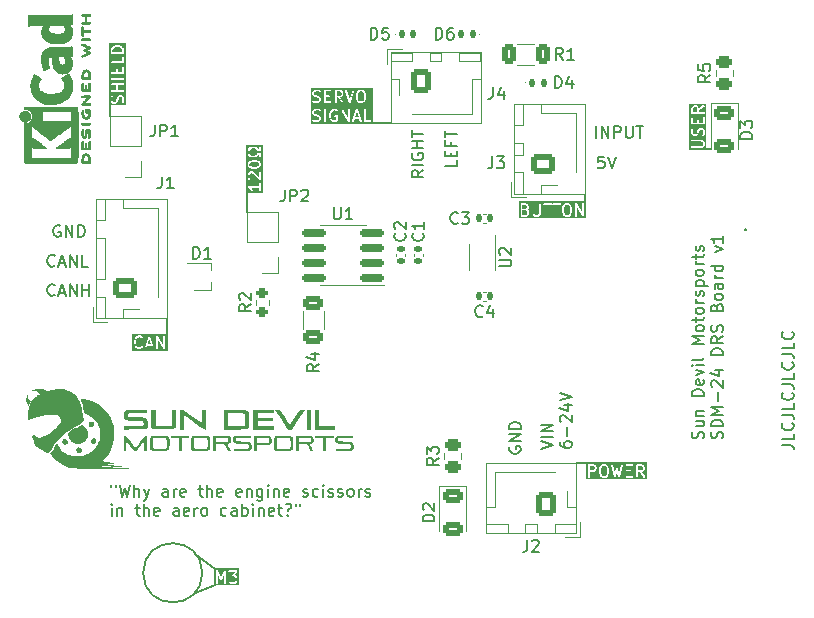
<source format=gto>
G04 #@! TF.GenerationSoftware,KiCad,Pcbnew,7.0.8*
G04 #@! TF.CreationDate,2023-12-02T16:18:10-07:00*
G04 #@! TF.ProjectId,drs,6472732e-6b69-4636-9164-5f7063625858,v1*
G04 #@! TF.SameCoordinates,Original*
G04 #@! TF.FileFunction,Legend,Top*
G04 #@! TF.FilePolarity,Positive*
%FSLAX46Y46*%
G04 Gerber Fmt 4.6, Leading zero omitted, Abs format (unit mm)*
G04 Created by KiCad (PCBNEW 7.0.8) date 2023-12-02 16:18:10*
%MOMM*%
%LPD*%
G01*
G04 APERTURE LIST*
G04 Aperture macros list*
%AMRoundRect*
0 Rectangle with rounded corners*
0 $1 Rounding radius*
0 $2 $3 $4 $5 $6 $7 $8 $9 X,Y pos of 4 corners*
0 Add a 4 corners polygon primitive as box body*
4,1,4,$2,$3,$4,$5,$6,$7,$8,$9,$2,$3,0*
0 Add four circle primitives for the rounded corners*
1,1,$1+$1,$2,$3*
1,1,$1+$1,$4,$5*
1,1,$1+$1,$6,$7*
1,1,$1+$1,$8,$9*
0 Add four rect primitives between the rounded corners*
20,1,$1+$1,$2,$3,$4,$5,0*
20,1,$1+$1,$4,$5,$6,$7,0*
20,1,$1+$1,$6,$7,$8,$9,0*
20,1,$1+$1,$8,$9,$2,$3,0*%
G04 Aperture macros list end*
%ADD10C,0.150000*%
%ADD11C,0.120000*%
%ADD12C,0.100000*%
%ADD13C,0.010000*%
%ADD14C,1.200000*%
%ADD15RoundRect,0.250000X0.750000X-0.600000X0.750000X0.600000X-0.750000X0.600000X-0.750000X-0.600000X0*%
%ADD16O,2.000000X1.700000*%
%ADD17RoundRect,0.250000X0.312500X0.625000X-0.312500X0.625000X-0.312500X-0.625000X0.312500X-0.625000X0*%
%ADD18RoundRect,0.200000X0.275000X-0.200000X0.275000X0.200000X-0.275000X0.200000X-0.275000X-0.200000X0*%
%ADD19RoundRect,0.140000X-0.170000X0.140000X-0.170000X-0.140000X0.170000X-0.140000X0.170000X0.140000X0*%
%ADD20RoundRect,0.140000X-0.140000X-0.170000X0.140000X-0.170000X0.140000X0.170000X-0.140000X0.170000X0*%
%ADD21R,1.700000X1.700000*%
%ADD22O,1.700000X1.700000*%
%ADD23RoundRect,0.250000X0.450000X-0.262500X0.450000X0.262500X-0.450000X0.262500X-0.450000X-0.262500X0*%
%ADD24RoundRect,0.250000X-0.625000X0.312500X-0.625000X-0.312500X0.625000X-0.312500X0.625000X0.312500X0*%
%ADD25RoundRect,0.250000X-0.625000X0.375000X-0.625000X-0.375000X0.625000X-0.375000X0.625000X0.375000X0*%
%ADD26RoundRect,0.250000X-0.600000X-0.750000X0.600000X-0.750000X0.600000X0.750000X-0.600000X0.750000X0*%
%ADD27O,1.700000X2.000000*%
%ADD28RoundRect,0.147500X0.147500X0.172500X-0.147500X0.172500X-0.147500X-0.172500X0.147500X-0.172500X0*%
%ADD29C,3.200000*%
%ADD30O,1.727200X1.727200*%
%ADD31R,1.727200X1.727200*%
%ADD32RoundRect,0.250000X0.725000X-0.600000X0.725000X0.600000X-0.725000X0.600000X-0.725000X-0.600000X0*%
%ADD33O,1.950000X1.700000*%
%ADD34RoundRect,0.147500X-0.147500X-0.172500X0.147500X-0.172500X0.147500X0.172500X-0.147500X0.172500X0*%
%ADD35R,0.300000X0.800000*%
%ADD36R,0.700000X0.450000*%
%ADD37RoundRect,0.250000X0.600000X0.750000X-0.600000X0.750000X-0.600000X-0.750000X0.600000X-0.750000X0*%
%ADD38RoundRect,0.150000X0.825000X0.150000X-0.825000X0.150000X-0.825000X-0.150000X0.825000X-0.150000X0*%
G04 APERTURE END LIST*
D10*
X123570000Y-81105000D02*
X123570000Y-79600000D01*
X174465000Y-83900000D02*
X173900000Y-83900000D01*
X163060000Y-110490000D02*
X165300000Y-110490000D01*
X128385000Y-98260000D02*
X128385000Y-100900000D01*
X130800000Y-118200000D02*
X132500000Y-119500000D01*
X163785000Y-87710000D02*
X163785000Y-89700000D01*
X132500000Y-120800000D02*
X130600000Y-121600000D01*
X135170000Y-89230000D02*
X135170000Y-87500000D01*
X145800000Y-81710000D02*
X147340000Y-81710000D01*
X131405993Y-119800000D02*
G75*
G03*
X131405993Y-119800000I-2505993J0D01*
G01*
G36*
X144637483Y-81209104D02*
G01*
X144369407Y-81209104D01*
X144503445Y-80806989D01*
X144637483Y-81209104D01*
G37*
G36*
X144982828Y-79069077D02*
G01*
X145054770Y-79141019D01*
X145095112Y-79302386D01*
X145095112Y-79617251D01*
X145054770Y-79778617D01*
X144982827Y-79850561D01*
X144914312Y-79884819D01*
X144759246Y-79884819D01*
X144690730Y-79850561D01*
X144618787Y-79778617D01*
X144578446Y-79617251D01*
X144578446Y-79302386D01*
X144618787Y-79141019D01*
X144690730Y-79069077D01*
X144759246Y-79034819D01*
X144914312Y-79034819D01*
X144982828Y-79069077D01*
G37*
G36*
X143125685Y-79069077D02*
G01*
X143156092Y-79099484D01*
X143190350Y-79168000D01*
X143190350Y-79275447D01*
X143156092Y-79343963D01*
X143125685Y-79374370D01*
X143057169Y-79408628D01*
X142768922Y-79408628D01*
X142768922Y-79034819D01*
X143057169Y-79034819D01*
X143125685Y-79069077D01*
G37*
G36*
X145863020Y-81787676D02*
G01*
X140571303Y-81787676D01*
X140571303Y-80855533D01*
X140714160Y-80855533D01*
X140715693Y-80859746D01*
X140714652Y-80864107D01*
X140722078Y-80889074D01*
X140769697Y-80984312D01*
X140770886Y-80985437D01*
X140783746Y-81003804D01*
X140831365Y-81051423D01*
X140832846Y-81052114D01*
X140850857Y-81065472D01*
X140946095Y-81113091D01*
X140949623Y-81113497D01*
X140961446Y-81118770D01*
X141143936Y-81164392D01*
X141220923Y-81202886D01*
X141251330Y-81233293D01*
X141285588Y-81301809D01*
X141285588Y-81361637D01*
X141251329Y-81430153D01*
X141220922Y-81460561D01*
X141152407Y-81494819D01*
X140944187Y-81494819D01*
X140812877Y-81451049D01*
X140761593Y-81452450D01*
X140723208Y-81486487D01*
X140715683Y-81537236D01*
X140742538Y-81580948D01*
X140765443Y-81593351D01*
X140908299Y-81640970D01*
X140909934Y-81640925D01*
X140932017Y-81644819D01*
X141170112Y-81644819D01*
X141174325Y-81643285D01*
X141178686Y-81644327D01*
X141203653Y-81636901D01*
X141298891Y-81589282D01*
X141300015Y-81588094D01*
X141318384Y-81575232D01*
X141323797Y-81569819D01*
X141714160Y-81569819D01*
X141731707Y-81618028D01*
X141776136Y-81643680D01*
X141826660Y-81634771D01*
X141859637Y-81595471D01*
X141864160Y-81569819D01*
X141864160Y-81141247D01*
X142142731Y-81141247D01*
X142143916Y-81144504D01*
X142144970Y-81159437D01*
X142192589Y-81349913D01*
X142194577Y-81352857D01*
X142198268Y-81365264D01*
X142245887Y-81460502D01*
X142247073Y-81461625D01*
X142259936Y-81479994D01*
X142355174Y-81575233D01*
X142359238Y-81577128D01*
X142361585Y-81580948D01*
X142384490Y-81593351D01*
X142527346Y-81640970D01*
X142528981Y-81640925D01*
X142551064Y-81644819D01*
X142646302Y-81644819D01*
X142647840Y-81644258D01*
X142670019Y-81640970D01*
X142812876Y-81593351D01*
X142816387Y-81590563D01*
X142820856Y-81590173D01*
X142842193Y-81575232D01*
X142847606Y-81569819D01*
X143190350Y-81569819D01*
X143207897Y-81618028D01*
X143252326Y-81643680D01*
X143302850Y-81634771D01*
X143335827Y-81595471D01*
X143340350Y-81569819D01*
X143340350Y-80852235D01*
X143771660Y-81607030D01*
X143776953Y-81611511D01*
X143779325Y-81618028D01*
X143796062Y-81627691D01*
X143810813Y-81640181D01*
X143817747Y-81640211D01*
X143823754Y-81643680D01*
X143842787Y-81640323D01*
X143862115Y-81640410D01*
X143867448Y-81635975D01*
X143874278Y-81634771D01*
X143886702Y-81619964D01*
X143901562Y-81607608D01*
X143902796Y-81600784D01*
X143907255Y-81595471D01*
X143911778Y-81569819D01*
X143911778Y-81546102D01*
X144098961Y-81546102D01*
X144100362Y-81597386D01*
X144134399Y-81635771D01*
X144185148Y-81643296D01*
X144228860Y-81616441D01*
X144241263Y-81593536D01*
X144319407Y-81359104D01*
X144687483Y-81359104D01*
X144765627Y-81593536D01*
X144797518Y-81633722D01*
X144847779Y-81644008D01*
X144892893Y-81619579D01*
X144911750Y-81571867D01*
X144911446Y-81569819D01*
X145095112Y-81569819D01*
X145101775Y-81588127D01*
X145105160Y-81607319D01*
X145110344Y-81611669D01*
X145112659Y-81618028D01*
X145129532Y-81627770D01*
X145144460Y-81640296D01*
X145154202Y-81642013D01*
X145157088Y-81643680D01*
X145160370Y-81643101D01*
X145170112Y-81644819D01*
X145646302Y-81644819D01*
X145694511Y-81627272D01*
X145720163Y-81582843D01*
X145711254Y-81532319D01*
X145671954Y-81499342D01*
X145646302Y-81494819D01*
X145245112Y-81494819D01*
X145245112Y-80569819D01*
X145227565Y-80521610D01*
X145183136Y-80495958D01*
X145132612Y-80504867D01*
X145099635Y-80544167D01*
X145095112Y-80569819D01*
X145095112Y-81569819D01*
X144911446Y-81569819D01*
X144907929Y-81546102D01*
X144574596Y-80546102D01*
X144573253Y-80544410D01*
X144573195Y-80542253D01*
X144557453Y-80524500D01*
X144542705Y-80505916D01*
X144540590Y-80505483D01*
X144539157Y-80503867D01*
X144515688Y-80500387D01*
X144492444Y-80495630D01*
X144490544Y-80496658D01*
X144488409Y-80496342D01*
X144468191Y-80508762D01*
X144447330Y-80520059D01*
X144446536Y-80522066D01*
X144444696Y-80523197D01*
X144432294Y-80546102D01*
X144098961Y-81546102D01*
X143911778Y-81546102D01*
X143911778Y-80569819D01*
X143894231Y-80521610D01*
X143849802Y-80495958D01*
X143799278Y-80504867D01*
X143766301Y-80544167D01*
X143761778Y-80569819D01*
X143761778Y-81287402D01*
X143330468Y-80532609D01*
X143325175Y-80528127D01*
X143322803Y-80521610D01*
X143306063Y-80511945D01*
X143291315Y-80499457D01*
X143284380Y-80499426D01*
X143278374Y-80495958D01*
X143259340Y-80499314D01*
X143240013Y-80499228D01*
X143234679Y-80503662D01*
X143227850Y-80504867D01*
X143215425Y-80519673D01*
X143200566Y-80532030D01*
X143199331Y-80538853D01*
X143194873Y-80544167D01*
X143190350Y-80569819D01*
X143190350Y-81569819D01*
X142847606Y-81569819D01*
X142889811Y-81527613D01*
X142896729Y-81512775D01*
X142907255Y-81500232D01*
X142910098Y-81484104D01*
X142911492Y-81481116D01*
X142910969Y-81479165D01*
X142911778Y-81474580D01*
X142911778Y-81141247D01*
X142905114Y-81122938D01*
X142901730Y-81103747D01*
X142896545Y-81099396D01*
X142894231Y-81093038D01*
X142877357Y-81083295D01*
X142862430Y-81070770D01*
X142852687Y-81069052D01*
X142849802Y-81067386D01*
X142846519Y-81067964D01*
X142836778Y-81066247D01*
X142646302Y-81066247D01*
X142598093Y-81083794D01*
X142572441Y-81128223D01*
X142581350Y-81178747D01*
X142620650Y-81211724D01*
X142646302Y-81216247D01*
X142761778Y-81216247D01*
X142761778Y-81443514D01*
X142748645Y-81456647D01*
X142634132Y-81494819D01*
X142563234Y-81494819D01*
X142448721Y-81456648D01*
X142374608Y-81382534D01*
X142336114Y-81305547D01*
X142292731Y-81132013D01*
X142292731Y-81007624D01*
X142336114Y-80834090D01*
X142374608Y-80757103D01*
X142448721Y-80682990D01*
X142563234Y-80644819D01*
X142676216Y-80644819D01*
X142755618Y-80684520D01*
X142806584Y-80690385D01*
X142849397Y-80662119D01*
X142864024Y-80612944D01*
X142843621Y-80565873D01*
X142822700Y-80550356D01*
X142727462Y-80502737D01*
X142723008Y-80502224D01*
X142719573Y-80499342D01*
X142693921Y-80494819D01*
X142551064Y-80494819D01*
X142549526Y-80495378D01*
X142527346Y-80498668D01*
X142384490Y-80546287D01*
X142380979Y-80549073D01*
X142376511Y-80549464D01*
X142355174Y-80564405D01*
X142259936Y-80659643D01*
X142259245Y-80661124D01*
X142245887Y-80679135D01*
X142198268Y-80774373D01*
X142197861Y-80777901D01*
X142192589Y-80789724D01*
X142144970Y-80980200D01*
X142145330Y-80983648D01*
X142142731Y-80998390D01*
X142142731Y-81141247D01*
X141864160Y-81141247D01*
X141864160Y-80569819D01*
X141846613Y-80521610D01*
X141802184Y-80495958D01*
X141751660Y-80504867D01*
X141718683Y-80544167D01*
X141714160Y-80569819D01*
X141714160Y-81569819D01*
X141323797Y-81569819D01*
X141366002Y-81527613D01*
X141366692Y-81526131D01*
X141380051Y-81508121D01*
X141427670Y-81412883D01*
X141428182Y-81408429D01*
X141431065Y-81404994D01*
X141435588Y-81379342D01*
X141435588Y-81284104D01*
X141434054Y-81279890D01*
X141435096Y-81275529D01*
X141427670Y-81250563D01*
X141380051Y-81155325D01*
X141378861Y-81154199D01*
X141366002Y-81135833D01*
X141318383Y-81088214D01*
X141316901Y-81087523D01*
X141298891Y-81074165D01*
X141203653Y-81026546D01*
X141200124Y-81026139D01*
X141188302Y-81020867D01*
X141005812Y-80975244D01*
X140928825Y-80936751D01*
X140898418Y-80906344D01*
X140864160Y-80837828D01*
X140864160Y-80778000D01*
X140898418Y-80709484D01*
X140928825Y-80679077D01*
X140997341Y-80644819D01*
X141205561Y-80644819D01*
X141336870Y-80688589D01*
X141388154Y-80687188D01*
X141426540Y-80653150D01*
X141434065Y-80602402D01*
X141407210Y-80558689D01*
X141384305Y-80546287D01*
X141241448Y-80498668D01*
X141239813Y-80498712D01*
X141217731Y-80494819D01*
X140979636Y-80494819D01*
X140975422Y-80496352D01*
X140971061Y-80495311D01*
X140946095Y-80502737D01*
X140850857Y-80550356D01*
X140849731Y-80551545D01*
X140831365Y-80564405D01*
X140783746Y-80612024D01*
X140783055Y-80613505D01*
X140769697Y-80631516D01*
X140722078Y-80726754D01*
X140721565Y-80731207D01*
X140718683Y-80734643D01*
X140714160Y-80760295D01*
X140714160Y-80855533D01*
X140571303Y-80855533D01*
X140571303Y-79245533D01*
X140714160Y-79245533D01*
X140715693Y-79249746D01*
X140714652Y-79254107D01*
X140722078Y-79279074D01*
X140769697Y-79374312D01*
X140770886Y-79375437D01*
X140783746Y-79393804D01*
X140831365Y-79441423D01*
X140832846Y-79442114D01*
X140850857Y-79455472D01*
X140946095Y-79503091D01*
X140949623Y-79503497D01*
X140961446Y-79508770D01*
X141143936Y-79554392D01*
X141220923Y-79592886D01*
X141251330Y-79623293D01*
X141285588Y-79691809D01*
X141285588Y-79751637D01*
X141251329Y-79820153D01*
X141220922Y-79850561D01*
X141152407Y-79884819D01*
X140944187Y-79884819D01*
X140812877Y-79841049D01*
X140761593Y-79842450D01*
X140723208Y-79876487D01*
X140715683Y-79927236D01*
X140742538Y-79970948D01*
X140765443Y-79983351D01*
X140908299Y-80030970D01*
X140909934Y-80030925D01*
X140932017Y-80034819D01*
X141170112Y-80034819D01*
X141174325Y-80033285D01*
X141178686Y-80034327D01*
X141203653Y-80026901D01*
X141298891Y-79979282D01*
X141300015Y-79978094D01*
X141318384Y-79965232D01*
X141323797Y-79959819D01*
X141714160Y-79959819D01*
X141720823Y-79978127D01*
X141724208Y-79997319D01*
X141729392Y-80001669D01*
X141731707Y-80008028D01*
X141748580Y-80017770D01*
X141763508Y-80030296D01*
X141773250Y-80032013D01*
X141776136Y-80033680D01*
X141779418Y-80033101D01*
X141789160Y-80034819D01*
X142265350Y-80034819D01*
X142313559Y-80017272D01*
X142339211Y-79972843D01*
X142336914Y-79959819D01*
X142618922Y-79959819D01*
X142636469Y-80008028D01*
X142680898Y-80033680D01*
X142731422Y-80024771D01*
X142764399Y-79985471D01*
X142768922Y-79959819D01*
X142768922Y-79558628D01*
X142892968Y-79558628D01*
X143203908Y-80002829D01*
X143245929Y-80032261D01*
X143297037Y-80027797D01*
X143333319Y-79991525D01*
X143337798Y-79940418D01*
X143326793Y-79916810D01*
X143075823Y-79558282D01*
X143079087Y-79557094D01*
X143083448Y-79558136D01*
X143108415Y-79550710D01*
X143203653Y-79503091D01*
X143204778Y-79501901D01*
X143223145Y-79489042D01*
X143270764Y-79441423D01*
X143271455Y-79439941D01*
X143284813Y-79421931D01*
X143332432Y-79326693D01*
X143332944Y-79322239D01*
X143335827Y-79318804D01*
X143340350Y-79293152D01*
X143340350Y-79150295D01*
X143338816Y-79146081D01*
X143339858Y-79141720D01*
X143332432Y-79116754D01*
X143284813Y-79021516D01*
X143283623Y-79020390D01*
X143270764Y-79002024D01*
X143226510Y-78957770D01*
X143476093Y-78957770D01*
X143479914Y-78983536D01*
X143813247Y-79983536D01*
X143814589Y-79985227D01*
X143814648Y-79987386D01*
X143830397Y-80005147D01*
X143845138Y-80023722D01*
X143847251Y-80024154D01*
X143848685Y-80025771D01*
X143872155Y-80029251D01*
X143895399Y-80034008D01*
X143897298Y-80032979D01*
X143899434Y-80033296D01*
X143919647Y-80020877D01*
X143940513Y-80009579D01*
X143941306Y-80007571D01*
X143943146Y-80006441D01*
X143955549Y-79983536D01*
X144074566Y-79626485D01*
X144428446Y-79626485D01*
X144429631Y-79629742D01*
X144430685Y-79644675D01*
X144478304Y-79835151D01*
X144482446Y-79841283D01*
X144483091Y-79848657D01*
X144498032Y-79869994D01*
X144593270Y-79965233D01*
X144594752Y-79965924D01*
X144612762Y-79979282D01*
X144708000Y-80026901D01*
X144712453Y-80027413D01*
X144715889Y-80030296D01*
X144741541Y-80034819D01*
X144932017Y-80034819D01*
X144936230Y-80033285D01*
X144940591Y-80034327D01*
X144965558Y-80026901D01*
X145060796Y-79979282D01*
X145061921Y-79978092D01*
X145080288Y-79965233D01*
X145175527Y-79869993D01*
X145178654Y-79863285D01*
X145184644Y-79858940D01*
X145195254Y-79835151D01*
X145242873Y-79644675D01*
X145242512Y-79641226D01*
X145245112Y-79626485D01*
X145245112Y-79293152D01*
X145243926Y-79289894D01*
X145242873Y-79274962D01*
X145195254Y-79084486D01*
X145191112Y-79078353D01*
X145190467Y-79070980D01*
X145175526Y-79049643D01*
X145080288Y-78954405D01*
X145078806Y-78953714D01*
X145060796Y-78940356D01*
X144965558Y-78892737D01*
X144961104Y-78892224D01*
X144957669Y-78889342D01*
X144932017Y-78884819D01*
X144741541Y-78884819D01*
X144737327Y-78886352D01*
X144732966Y-78885311D01*
X144708000Y-78892737D01*
X144612762Y-78940356D01*
X144611638Y-78941542D01*
X144593270Y-78954405D01*
X144498032Y-79049643D01*
X144494904Y-79056350D01*
X144488914Y-79060697D01*
X144478304Y-79084486D01*
X144430685Y-79274962D01*
X144431045Y-79278410D01*
X144428446Y-79293152D01*
X144428446Y-79626485D01*
X144074566Y-79626485D01*
X144288882Y-78983536D01*
X144287481Y-78932253D01*
X144253443Y-78893867D01*
X144202695Y-78886342D01*
X144158982Y-78913197D01*
X144146580Y-78936102D01*
X143884398Y-79722648D01*
X143622216Y-78936102D01*
X143590325Y-78895916D01*
X143540064Y-78885630D01*
X143494950Y-78910059D01*
X143476093Y-78957770D01*
X143226510Y-78957770D01*
X143223145Y-78954405D01*
X143221663Y-78953714D01*
X143203653Y-78940356D01*
X143108415Y-78892737D01*
X143103961Y-78892224D01*
X143100526Y-78889342D01*
X143074874Y-78884819D01*
X142693922Y-78884819D01*
X142675613Y-78891482D01*
X142656422Y-78894867D01*
X142652071Y-78900051D01*
X142645713Y-78902366D01*
X142635970Y-78919239D01*
X142623445Y-78934167D01*
X142621727Y-78943909D01*
X142620061Y-78946795D01*
X142620639Y-78950077D01*
X142618922Y-78959819D01*
X142618922Y-79959819D01*
X142336914Y-79959819D01*
X142330302Y-79922319D01*
X142291002Y-79889342D01*
X142265350Y-79884819D01*
X141864160Y-79884819D01*
X141864160Y-79511009D01*
X142122493Y-79511009D01*
X142170702Y-79493462D01*
X142196354Y-79449033D01*
X142187445Y-79398509D01*
X142148145Y-79365532D01*
X142122493Y-79361009D01*
X141864160Y-79361009D01*
X141864160Y-79034819D01*
X142265350Y-79034819D01*
X142313559Y-79017272D01*
X142339211Y-78972843D01*
X142330302Y-78922319D01*
X142291002Y-78889342D01*
X142265350Y-78884819D01*
X141789160Y-78884819D01*
X141770851Y-78891482D01*
X141751660Y-78894867D01*
X141747309Y-78900051D01*
X141740951Y-78902366D01*
X141731208Y-78919239D01*
X141718683Y-78934167D01*
X141716965Y-78943909D01*
X141715299Y-78946795D01*
X141715877Y-78950077D01*
X141714160Y-78959819D01*
X141714160Y-79959819D01*
X141323797Y-79959819D01*
X141366002Y-79917613D01*
X141366692Y-79916131D01*
X141380051Y-79898121D01*
X141427670Y-79802883D01*
X141428182Y-79798429D01*
X141431065Y-79794994D01*
X141435588Y-79769342D01*
X141435588Y-79674104D01*
X141434054Y-79669890D01*
X141435096Y-79665529D01*
X141427670Y-79640563D01*
X141380051Y-79545325D01*
X141378861Y-79544199D01*
X141366002Y-79525833D01*
X141318383Y-79478214D01*
X141316901Y-79477523D01*
X141298891Y-79464165D01*
X141203653Y-79416546D01*
X141200124Y-79416139D01*
X141188302Y-79410867D01*
X141005812Y-79365244D01*
X140928825Y-79326751D01*
X140898418Y-79296344D01*
X140864160Y-79227828D01*
X140864160Y-79168000D01*
X140898418Y-79099484D01*
X140928825Y-79069077D01*
X140997341Y-79034819D01*
X141205561Y-79034819D01*
X141336870Y-79078589D01*
X141388154Y-79077188D01*
X141426540Y-79043150D01*
X141434065Y-78992402D01*
X141407210Y-78948689D01*
X141384305Y-78936287D01*
X141241448Y-78888668D01*
X141239813Y-78888712D01*
X141217731Y-78884819D01*
X140979636Y-78884819D01*
X140975422Y-78886352D01*
X140971061Y-78885311D01*
X140946095Y-78892737D01*
X140850857Y-78940356D01*
X140849731Y-78941545D01*
X140831365Y-78954405D01*
X140783746Y-79002024D01*
X140783055Y-79003505D01*
X140769697Y-79021516D01*
X140722078Y-79116754D01*
X140721565Y-79121207D01*
X140718683Y-79124643D01*
X140714160Y-79150295D01*
X140714160Y-79245533D01*
X140571303Y-79245533D01*
X140571303Y-78741962D01*
X145863020Y-78741962D01*
X145863020Y-81787676D01*
G37*
X173812200Y-108410839D02*
X173859819Y-108267982D01*
X173859819Y-108267982D02*
X173859819Y-108029887D01*
X173859819Y-108029887D02*
X173812200Y-107934649D01*
X173812200Y-107934649D02*
X173764580Y-107887030D01*
X173764580Y-107887030D02*
X173669342Y-107839411D01*
X173669342Y-107839411D02*
X173574104Y-107839411D01*
X173574104Y-107839411D02*
X173478866Y-107887030D01*
X173478866Y-107887030D02*
X173431247Y-107934649D01*
X173431247Y-107934649D02*
X173383628Y-108029887D01*
X173383628Y-108029887D02*
X173336009Y-108220363D01*
X173336009Y-108220363D02*
X173288390Y-108315601D01*
X173288390Y-108315601D02*
X173240771Y-108363220D01*
X173240771Y-108363220D02*
X173145533Y-108410839D01*
X173145533Y-108410839D02*
X173050295Y-108410839D01*
X173050295Y-108410839D02*
X172955057Y-108363220D01*
X172955057Y-108363220D02*
X172907438Y-108315601D01*
X172907438Y-108315601D02*
X172859819Y-108220363D01*
X172859819Y-108220363D02*
X172859819Y-107982268D01*
X172859819Y-107982268D02*
X172907438Y-107839411D01*
X173193152Y-106982268D02*
X173859819Y-106982268D01*
X173193152Y-107410839D02*
X173716961Y-107410839D01*
X173716961Y-107410839D02*
X173812200Y-107363220D01*
X173812200Y-107363220D02*
X173859819Y-107267982D01*
X173859819Y-107267982D02*
X173859819Y-107125125D01*
X173859819Y-107125125D02*
X173812200Y-107029887D01*
X173812200Y-107029887D02*
X173764580Y-106982268D01*
X173193152Y-106506077D02*
X173859819Y-106506077D01*
X173288390Y-106506077D02*
X173240771Y-106458458D01*
X173240771Y-106458458D02*
X173193152Y-106363220D01*
X173193152Y-106363220D02*
X173193152Y-106220363D01*
X173193152Y-106220363D02*
X173240771Y-106125125D01*
X173240771Y-106125125D02*
X173336009Y-106077506D01*
X173336009Y-106077506D02*
X173859819Y-106077506D01*
X173859819Y-104839410D02*
X172859819Y-104839410D01*
X172859819Y-104839410D02*
X172859819Y-104601315D01*
X172859819Y-104601315D02*
X172907438Y-104458458D01*
X172907438Y-104458458D02*
X173002676Y-104363220D01*
X173002676Y-104363220D02*
X173097914Y-104315601D01*
X173097914Y-104315601D02*
X173288390Y-104267982D01*
X173288390Y-104267982D02*
X173431247Y-104267982D01*
X173431247Y-104267982D02*
X173621723Y-104315601D01*
X173621723Y-104315601D02*
X173716961Y-104363220D01*
X173716961Y-104363220D02*
X173812200Y-104458458D01*
X173812200Y-104458458D02*
X173859819Y-104601315D01*
X173859819Y-104601315D02*
X173859819Y-104839410D01*
X173812200Y-103458458D02*
X173859819Y-103553696D01*
X173859819Y-103553696D02*
X173859819Y-103744172D01*
X173859819Y-103744172D02*
X173812200Y-103839410D01*
X173812200Y-103839410D02*
X173716961Y-103887029D01*
X173716961Y-103887029D02*
X173336009Y-103887029D01*
X173336009Y-103887029D02*
X173240771Y-103839410D01*
X173240771Y-103839410D02*
X173193152Y-103744172D01*
X173193152Y-103744172D02*
X173193152Y-103553696D01*
X173193152Y-103553696D02*
X173240771Y-103458458D01*
X173240771Y-103458458D02*
X173336009Y-103410839D01*
X173336009Y-103410839D02*
X173431247Y-103410839D01*
X173431247Y-103410839D02*
X173526485Y-103887029D01*
X173193152Y-103077505D02*
X173859819Y-102839410D01*
X173859819Y-102839410D02*
X173193152Y-102601315D01*
X173859819Y-102220362D02*
X173193152Y-102220362D01*
X172859819Y-102220362D02*
X172907438Y-102267981D01*
X172907438Y-102267981D02*
X172955057Y-102220362D01*
X172955057Y-102220362D02*
X172907438Y-102172743D01*
X172907438Y-102172743D02*
X172859819Y-102220362D01*
X172859819Y-102220362D02*
X172955057Y-102220362D01*
X173859819Y-101601315D02*
X173812200Y-101696553D01*
X173812200Y-101696553D02*
X173716961Y-101744172D01*
X173716961Y-101744172D02*
X172859819Y-101744172D01*
X173859819Y-100458457D02*
X172859819Y-100458457D01*
X172859819Y-100458457D02*
X173574104Y-100125124D01*
X173574104Y-100125124D02*
X172859819Y-99791791D01*
X172859819Y-99791791D02*
X173859819Y-99791791D01*
X173859819Y-99172743D02*
X173812200Y-99267981D01*
X173812200Y-99267981D02*
X173764580Y-99315600D01*
X173764580Y-99315600D02*
X173669342Y-99363219D01*
X173669342Y-99363219D02*
X173383628Y-99363219D01*
X173383628Y-99363219D02*
X173288390Y-99315600D01*
X173288390Y-99315600D02*
X173240771Y-99267981D01*
X173240771Y-99267981D02*
X173193152Y-99172743D01*
X173193152Y-99172743D02*
X173193152Y-99029886D01*
X173193152Y-99029886D02*
X173240771Y-98934648D01*
X173240771Y-98934648D02*
X173288390Y-98887029D01*
X173288390Y-98887029D02*
X173383628Y-98839410D01*
X173383628Y-98839410D02*
X173669342Y-98839410D01*
X173669342Y-98839410D02*
X173764580Y-98887029D01*
X173764580Y-98887029D02*
X173812200Y-98934648D01*
X173812200Y-98934648D02*
X173859819Y-99029886D01*
X173859819Y-99029886D02*
X173859819Y-99172743D01*
X173193152Y-98553695D02*
X173193152Y-98172743D01*
X172859819Y-98410838D02*
X173716961Y-98410838D01*
X173716961Y-98410838D02*
X173812200Y-98363219D01*
X173812200Y-98363219D02*
X173859819Y-98267981D01*
X173859819Y-98267981D02*
X173859819Y-98172743D01*
X173859819Y-97696552D02*
X173812200Y-97791790D01*
X173812200Y-97791790D02*
X173764580Y-97839409D01*
X173764580Y-97839409D02*
X173669342Y-97887028D01*
X173669342Y-97887028D02*
X173383628Y-97887028D01*
X173383628Y-97887028D02*
X173288390Y-97839409D01*
X173288390Y-97839409D02*
X173240771Y-97791790D01*
X173240771Y-97791790D02*
X173193152Y-97696552D01*
X173193152Y-97696552D02*
X173193152Y-97553695D01*
X173193152Y-97553695D02*
X173240771Y-97458457D01*
X173240771Y-97458457D02*
X173288390Y-97410838D01*
X173288390Y-97410838D02*
X173383628Y-97363219D01*
X173383628Y-97363219D02*
X173669342Y-97363219D01*
X173669342Y-97363219D02*
X173764580Y-97410838D01*
X173764580Y-97410838D02*
X173812200Y-97458457D01*
X173812200Y-97458457D02*
X173859819Y-97553695D01*
X173859819Y-97553695D02*
X173859819Y-97696552D01*
X173859819Y-96934647D02*
X173193152Y-96934647D01*
X173383628Y-96934647D02*
X173288390Y-96887028D01*
X173288390Y-96887028D02*
X173240771Y-96839409D01*
X173240771Y-96839409D02*
X173193152Y-96744171D01*
X173193152Y-96744171D02*
X173193152Y-96648933D01*
X173812200Y-96363218D02*
X173859819Y-96267980D01*
X173859819Y-96267980D02*
X173859819Y-96077504D01*
X173859819Y-96077504D02*
X173812200Y-95982266D01*
X173812200Y-95982266D02*
X173716961Y-95934647D01*
X173716961Y-95934647D02*
X173669342Y-95934647D01*
X173669342Y-95934647D02*
X173574104Y-95982266D01*
X173574104Y-95982266D02*
X173526485Y-96077504D01*
X173526485Y-96077504D02*
X173526485Y-96220361D01*
X173526485Y-96220361D02*
X173478866Y-96315599D01*
X173478866Y-96315599D02*
X173383628Y-96363218D01*
X173383628Y-96363218D02*
X173336009Y-96363218D01*
X173336009Y-96363218D02*
X173240771Y-96315599D01*
X173240771Y-96315599D02*
X173193152Y-96220361D01*
X173193152Y-96220361D02*
X173193152Y-96077504D01*
X173193152Y-96077504D02*
X173240771Y-95982266D01*
X173193152Y-95506075D02*
X174193152Y-95506075D01*
X173240771Y-95506075D02*
X173193152Y-95410837D01*
X173193152Y-95410837D02*
X173193152Y-95220361D01*
X173193152Y-95220361D02*
X173240771Y-95125123D01*
X173240771Y-95125123D02*
X173288390Y-95077504D01*
X173288390Y-95077504D02*
X173383628Y-95029885D01*
X173383628Y-95029885D02*
X173669342Y-95029885D01*
X173669342Y-95029885D02*
X173764580Y-95077504D01*
X173764580Y-95077504D02*
X173812200Y-95125123D01*
X173812200Y-95125123D02*
X173859819Y-95220361D01*
X173859819Y-95220361D02*
X173859819Y-95410837D01*
X173859819Y-95410837D02*
X173812200Y-95506075D01*
X173859819Y-94458456D02*
X173812200Y-94553694D01*
X173812200Y-94553694D02*
X173764580Y-94601313D01*
X173764580Y-94601313D02*
X173669342Y-94648932D01*
X173669342Y-94648932D02*
X173383628Y-94648932D01*
X173383628Y-94648932D02*
X173288390Y-94601313D01*
X173288390Y-94601313D02*
X173240771Y-94553694D01*
X173240771Y-94553694D02*
X173193152Y-94458456D01*
X173193152Y-94458456D02*
X173193152Y-94315599D01*
X173193152Y-94315599D02*
X173240771Y-94220361D01*
X173240771Y-94220361D02*
X173288390Y-94172742D01*
X173288390Y-94172742D02*
X173383628Y-94125123D01*
X173383628Y-94125123D02*
X173669342Y-94125123D01*
X173669342Y-94125123D02*
X173764580Y-94172742D01*
X173764580Y-94172742D02*
X173812200Y-94220361D01*
X173812200Y-94220361D02*
X173859819Y-94315599D01*
X173859819Y-94315599D02*
X173859819Y-94458456D01*
X173859819Y-93696551D02*
X173193152Y-93696551D01*
X173383628Y-93696551D02*
X173288390Y-93648932D01*
X173288390Y-93648932D02*
X173240771Y-93601313D01*
X173240771Y-93601313D02*
X173193152Y-93506075D01*
X173193152Y-93506075D02*
X173193152Y-93410837D01*
X173193152Y-93220360D02*
X173193152Y-92839408D01*
X172859819Y-93077503D02*
X173716961Y-93077503D01*
X173716961Y-93077503D02*
X173812200Y-93029884D01*
X173812200Y-93029884D02*
X173859819Y-92934646D01*
X173859819Y-92934646D02*
X173859819Y-92839408D01*
X173812200Y-92553693D02*
X173859819Y-92458455D01*
X173859819Y-92458455D02*
X173859819Y-92267979D01*
X173859819Y-92267979D02*
X173812200Y-92172741D01*
X173812200Y-92172741D02*
X173716961Y-92125122D01*
X173716961Y-92125122D02*
X173669342Y-92125122D01*
X173669342Y-92125122D02*
X173574104Y-92172741D01*
X173574104Y-92172741D02*
X173526485Y-92267979D01*
X173526485Y-92267979D02*
X173526485Y-92410836D01*
X173526485Y-92410836D02*
X173478866Y-92506074D01*
X173478866Y-92506074D02*
X173383628Y-92553693D01*
X173383628Y-92553693D02*
X173336009Y-92553693D01*
X173336009Y-92553693D02*
X173240771Y-92506074D01*
X173240771Y-92506074D02*
X173193152Y-92410836D01*
X173193152Y-92410836D02*
X173193152Y-92267979D01*
X173193152Y-92267979D02*
X173240771Y-92172741D01*
X175422200Y-108410839D02*
X175469819Y-108267982D01*
X175469819Y-108267982D02*
X175469819Y-108029887D01*
X175469819Y-108029887D02*
X175422200Y-107934649D01*
X175422200Y-107934649D02*
X175374580Y-107887030D01*
X175374580Y-107887030D02*
X175279342Y-107839411D01*
X175279342Y-107839411D02*
X175184104Y-107839411D01*
X175184104Y-107839411D02*
X175088866Y-107887030D01*
X175088866Y-107887030D02*
X175041247Y-107934649D01*
X175041247Y-107934649D02*
X174993628Y-108029887D01*
X174993628Y-108029887D02*
X174946009Y-108220363D01*
X174946009Y-108220363D02*
X174898390Y-108315601D01*
X174898390Y-108315601D02*
X174850771Y-108363220D01*
X174850771Y-108363220D02*
X174755533Y-108410839D01*
X174755533Y-108410839D02*
X174660295Y-108410839D01*
X174660295Y-108410839D02*
X174565057Y-108363220D01*
X174565057Y-108363220D02*
X174517438Y-108315601D01*
X174517438Y-108315601D02*
X174469819Y-108220363D01*
X174469819Y-108220363D02*
X174469819Y-107982268D01*
X174469819Y-107982268D02*
X174517438Y-107839411D01*
X175469819Y-107410839D02*
X174469819Y-107410839D01*
X174469819Y-107410839D02*
X174469819Y-107172744D01*
X174469819Y-107172744D02*
X174517438Y-107029887D01*
X174517438Y-107029887D02*
X174612676Y-106934649D01*
X174612676Y-106934649D02*
X174707914Y-106887030D01*
X174707914Y-106887030D02*
X174898390Y-106839411D01*
X174898390Y-106839411D02*
X175041247Y-106839411D01*
X175041247Y-106839411D02*
X175231723Y-106887030D01*
X175231723Y-106887030D02*
X175326961Y-106934649D01*
X175326961Y-106934649D02*
X175422200Y-107029887D01*
X175422200Y-107029887D02*
X175469819Y-107172744D01*
X175469819Y-107172744D02*
X175469819Y-107410839D01*
X175469819Y-106410839D02*
X174469819Y-106410839D01*
X174469819Y-106410839D02*
X175184104Y-106077506D01*
X175184104Y-106077506D02*
X174469819Y-105744173D01*
X174469819Y-105744173D02*
X175469819Y-105744173D01*
X175088866Y-105267982D02*
X175088866Y-104506078D01*
X174565057Y-104077506D02*
X174517438Y-104029887D01*
X174517438Y-104029887D02*
X174469819Y-103934649D01*
X174469819Y-103934649D02*
X174469819Y-103696554D01*
X174469819Y-103696554D02*
X174517438Y-103601316D01*
X174517438Y-103601316D02*
X174565057Y-103553697D01*
X174565057Y-103553697D02*
X174660295Y-103506078D01*
X174660295Y-103506078D02*
X174755533Y-103506078D01*
X174755533Y-103506078D02*
X174898390Y-103553697D01*
X174898390Y-103553697D02*
X175469819Y-104125125D01*
X175469819Y-104125125D02*
X175469819Y-103506078D01*
X174803152Y-102648935D02*
X175469819Y-102648935D01*
X174422200Y-102887030D02*
X175136485Y-103125125D01*
X175136485Y-103125125D02*
X175136485Y-102506078D01*
X175469819Y-101363220D02*
X174469819Y-101363220D01*
X174469819Y-101363220D02*
X174469819Y-101125125D01*
X174469819Y-101125125D02*
X174517438Y-100982268D01*
X174517438Y-100982268D02*
X174612676Y-100887030D01*
X174612676Y-100887030D02*
X174707914Y-100839411D01*
X174707914Y-100839411D02*
X174898390Y-100791792D01*
X174898390Y-100791792D02*
X175041247Y-100791792D01*
X175041247Y-100791792D02*
X175231723Y-100839411D01*
X175231723Y-100839411D02*
X175326961Y-100887030D01*
X175326961Y-100887030D02*
X175422200Y-100982268D01*
X175422200Y-100982268D02*
X175469819Y-101125125D01*
X175469819Y-101125125D02*
X175469819Y-101363220D01*
X175469819Y-99791792D02*
X174993628Y-100125125D01*
X175469819Y-100363220D02*
X174469819Y-100363220D01*
X174469819Y-100363220D02*
X174469819Y-99982268D01*
X174469819Y-99982268D02*
X174517438Y-99887030D01*
X174517438Y-99887030D02*
X174565057Y-99839411D01*
X174565057Y-99839411D02*
X174660295Y-99791792D01*
X174660295Y-99791792D02*
X174803152Y-99791792D01*
X174803152Y-99791792D02*
X174898390Y-99839411D01*
X174898390Y-99839411D02*
X174946009Y-99887030D01*
X174946009Y-99887030D02*
X174993628Y-99982268D01*
X174993628Y-99982268D02*
X174993628Y-100363220D01*
X175422200Y-99410839D02*
X175469819Y-99267982D01*
X175469819Y-99267982D02*
X175469819Y-99029887D01*
X175469819Y-99029887D02*
X175422200Y-98934649D01*
X175422200Y-98934649D02*
X175374580Y-98887030D01*
X175374580Y-98887030D02*
X175279342Y-98839411D01*
X175279342Y-98839411D02*
X175184104Y-98839411D01*
X175184104Y-98839411D02*
X175088866Y-98887030D01*
X175088866Y-98887030D02*
X175041247Y-98934649D01*
X175041247Y-98934649D02*
X174993628Y-99029887D01*
X174993628Y-99029887D02*
X174946009Y-99220363D01*
X174946009Y-99220363D02*
X174898390Y-99315601D01*
X174898390Y-99315601D02*
X174850771Y-99363220D01*
X174850771Y-99363220D02*
X174755533Y-99410839D01*
X174755533Y-99410839D02*
X174660295Y-99410839D01*
X174660295Y-99410839D02*
X174565057Y-99363220D01*
X174565057Y-99363220D02*
X174517438Y-99315601D01*
X174517438Y-99315601D02*
X174469819Y-99220363D01*
X174469819Y-99220363D02*
X174469819Y-98982268D01*
X174469819Y-98982268D02*
X174517438Y-98839411D01*
X174946009Y-97315601D02*
X174993628Y-97172744D01*
X174993628Y-97172744D02*
X175041247Y-97125125D01*
X175041247Y-97125125D02*
X175136485Y-97077506D01*
X175136485Y-97077506D02*
X175279342Y-97077506D01*
X175279342Y-97077506D02*
X175374580Y-97125125D01*
X175374580Y-97125125D02*
X175422200Y-97172744D01*
X175422200Y-97172744D02*
X175469819Y-97267982D01*
X175469819Y-97267982D02*
X175469819Y-97648934D01*
X175469819Y-97648934D02*
X174469819Y-97648934D01*
X174469819Y-97648934D02*
X174469819Y-97315601D01*
X174469819Y-97315601D02*
X174517438Y-97220363D01*
X174517438Y-97220363D02*
X174565057Y-97172744D01*
X174565057Y-97172744D02*
X174660295Y-97125125D01*
X174660295Y-97125125D02*
X174755533Y-97125125D01*
X174755533Y-97125125D02*
X174850771Y-97172744D01*
X174850771Y-97172744D02*
X174898390Y-97220363D01*
X174898390Y-97220363D02*
X174946009Y-97315601D01*
X174946009Y-97315601D02*
X174946009Y-97648934D01*
X175469819Y-96506077D02*
X175422200Y-96601315D01*
X175422200Y-96601315D02*
X175374580Y-96648934D01*
X175374580Y-96648934D02*
X175279342Y-96696553D01*
X175279342Y-96696553D02*
X174993628Y-96696553D01*
X174993628Y-96696553D02*
X174898390Y-96648934D01*
X174898390Y-96648934D02*
X174850771Y-96601315D01*
X174850771Y-96601315D02*
X174803152Y-96506077D01*
X174803152Y-96506077D02*
X174803152Y-96363220D01*
X174803152Y-96363220D02*
X174850771Y-96267982D01*
X174850771Y-96267982D02*
X174898390Y-96220363D01*
X174898390Y-96220363D02*
X174993628Y-96172744D01*
X174993628Y-96172744D02*
X175279342Y-96172744D01*
X175279342Y-96172744D02*
X175374580Y-96220363D01*
X175374580Y-96220363D02*
X175422200Y-96267982D01*
X175422200Y-96267982D02*
X175469819Y-96363220D01*
X175469819Y-96363220D02*
X175469819Y-96506077D01*
X175469819Y-95315601D02*
X174946009Y-95315601D01*
X174946009Y-95315601D02*
X174850771Y-95363220D01*
X174850771Y-95363220D02*
X174803152Y-95458458D01*
X174803152Y-95458458D02*
X174803152Y-95648934D01*
X174803152Y-95648934D02*
X174850771Y-95744172D01*
X175422200Y-95315601D02*
X175469819Y-95410839D01*
X175469819Y-95410839D02*
X175469819Y-95648934D01*
X175469819Y-95648934D02*
X175422200Y-95744172D01*
X175422200Y-95744172D02*
X175326961Y-95791791D01*
X175326961Y-95791791D02*
X175231723Y-95791791D01*
X175231723Y-95791791D02*
X175136485Y-95744172D01*
X175136485Y-95744172D02*
X175088866Y-95648934D01*
X175088866Y-95648934D02*
X175088866Y-95410839D01*
X175088866Y-95410839D02*
X175041247Y-95315601D01*
X175469819Y-94839410D02*
X174803152Y-94839410D01*
X174993628Y-94839410D02*
X174898390Y-94791791D01*
X174898390Y-94791791D02*
X174850771Y-94744172D01*
X174850771Y-94744172D02*
X174803152Y-94648934D01*
X174803152Y-94648934D02*
X174803152Y-94553696D01*
X175469819Y-93791791D02*
X174469819Y-93791791D01*
X175422200Y-93791791D02*
X175469819Y-93887029D01*
X175469819Y-93887029D02*
X175469819Y-94077505D01*
X175469819Y-94077505D02*
X175422200Y-94172743D01*
X175422200Y-94172743D02*
X175374580Y-94220362D01*
X175374580Y-94220362D02*
X175279342Y-94267981D01*
X175279342Y-94267981D02*
X174993628Y-94267981D01*
X174993628Y-94267981D02*
X174898390Y-94220362D01*
X174898390Y-94220362D02*
X174850771Y-94172743D01*
X174850771Y-94172743D02*
X174803152Y-94077505D01*
X174803152Y-94077505D02*
X174803152Y-93887029D01*
X174803152Y-93887029D02*
X174850771Y-93791791D01*
X174803152Y-92648933D02*
X175469819Y-92410838D01*
X175469819Y-92410838D02*
X174803152Y-92172743D01*
X175469819Y-91267981D02*
X175469819Y-91839409D01*
X175469819Y-91553695D02*
X174469819Y-91553695D01*
X174469819Y-91553695D02*
X174612676Y-91648933D01*
X174612676Y-91648933D02*
X174707914Y-91744171D01*
X174707914Y-91744171D02*
X174755533Y-91839409D01*
G36*
X158872455Y-89159180D02*
G01*
X158898949Y-89185674D01*
X158933207Y-89254190D01*
X158933207Y-89361637D01*
X158898948Y-89430153D01*
X158868541Y-89460561D01*
X158800026Y-89494819D01*
X158511779Y-89494819D01*
X158511779Y-89121009D01*
X158757942Y-89121009D01*
X158872455Y-89159180D01*
G37*
G36*
X158820923Y-88679077D02*
G01*
X158851330Y-88709484D01*
X158885588Y-88778000D01*
X158885588Y-88837828D01*
X158851330Y-88906344D01*
X158820923Y-88936751D01*
X158752407Y-88971009D01*
X158511779Y-88971009D01*
X158511779Y-88644819D01*
X158752407Y-88644819D01*
X158820923Y-88679077D01*
G37*
G36*
X162439971Y-88679077D02*
G01*
X162511913Y-88751019D01*
X162552255Y-88912386D01*
X162552255Y-89227251D01*
X162511913Y-89388617D01*
X162439970Y-89460561D01*
X162371455Y-89494819D01*
X162216389Y-89494819D01*
X162147873Y-89460561D01*
X162075930Y-89388617D01*
X162035589Y-89227251D01*
X162035589Y-88912386D01*
X162075930Y-88751019D01*
X162147873Y-88679077D01*
X162216389Y-88644819D01*
X162371455Y-88644819D01*
X162439971Y-88679077D01*
G37*
G36*
X163845112Y-89787676D02*
G01*
X158218922Y-89787676D01*
X158218922Y-89569819D01*
X158361779Y-89569819D01*
X158368442Y-89588127D01*
X158371827Y-89607319D01*
X158377011Y-89611669D01*
X158379326Y-89618028D01*
X158396199Y-89627770D01*
X158411127Y-89640296D01*
X158420869Y-89642013D01*
X158423755Y-89643680D01*
X158427037Y-89643101D01*
X158436779Y-89644819D01*
X158817731Y-89644819D01*
X158821944Y-89643285D01*
X158826305Y-89644327D01*
X158851272Y-89636901D01*
X158946510Y-89589282D01*
X158947634Y-89588094D01*
X158966003Y-89575232D01*
X159013621Y-89527613D01*
X159014311Y-89526131D01*
X159027670Y-89508121D01*
X159075289Y-89412883D01*
X159075801Y-89408429D01*
X159078684Y-89404994D01*
X159083207Y-89379342D01*
X159361779Y-89379342D01*
X159363312Y-89383555D01*
X159362271Y-89387916D01*
X159369697Y-89412883D01*
X159417316Y-89508121D01*
X159418504Y-89509246D01*
X159431364Y-89527612D01*
X159478983Y-89575232D01*
X159480464Y-89575922D01*
X159498476Y-89589282D01*
X159593714Y-89636901D01*
X159598167Y-89637413D01*
X159601603Y-89640296D01*
X159627255Y-89644819D01*
X159817731Y-89644819D01*
X159821944Y-89643285D01*
X159826305Y-89644327D01*
X159851272Y-89636901D01*
X159946510Y-89589282D01*
X159947634Y-89588094D01*
X159966003Y-89575232D01*
X160013621Y-89527613D01*
X160014311Y-89526131D01*
X160027670Y-89508121D01*
X160075289Y-89412883D01*
X160075801Y-89408429D01*
X160078684Y-89404994D01*
X160083207Y-89379342D01*
X160083207Y-88569819D01*
X160078467Y-88556795D01*
X160267680Y-88556795D01*
X160276589Y-88607319D01*
X160315889Y-88640296D01*
X160341541Y-88644819D01*
X160552255Y-88644819D01*
X160552255Y-89569819D01*
X160569802Y-89618028D01*
X160614231Y-89643680D01*
X160664755Y-89634771D01*
X160697732Y-89595471D01*
X160702255Y-89569819D01*
X160702255Y-88644819D01*
X160912969Y-88644819D01*
X160961178Y-88627272D01*
X160986830Y-88582843D01*
X160982237Y-88556795D01*
X161029585Y-88556795D01*
X161038494Y-88607319D01*
X161077794Y-88640296D01*
X161103446Y-88644819D01*
X161314160Y-88644819D01*
X161314160Y-89569819D01*
X161331707Y-89618028D01*
X161376136Y-89643680D01*
X161426660Y-89634771D01*
X161459637Y-89595471D01*
X161464160Y-89569819D01*
X161464160Y-89236485D01*
X161885589Y-89236485D01*
X161886774Y-89239742D01*
X161887828Y-89254675D01*
X161935447Y-89445151D01*
X161939589Y-89451283D01*
X161940234Y-89458657D01*
X161955175Y-89479994D01*
X162050413Y-89575233D01*
X162051895Y-89575924D01*
X162069905Y-89589282D01*
X162165143Y-89636901D01*
X162169596Y-89637413D01*
X162173032Y-89640296D01*
X162198684Y-89644819D01*
X162389160Y-89644819D01*
X162393373Y-89643285D01*
X162397734Y-89644327D01*
X162422701Y-89636901D01*
X162517939Y-89589282D01*
X162519064Y-89588092D01*
X162537431Y-89575233D01*
X162542845Y-89569819D01*
X162980827Y-89569819D01*
X162998374Y-89618028D01*
X163042803Y-89643680D01*
X163093327Y-89634771D01*
X163126304Y-89595471D01*
X163130827Y-89569819D01*
X163130827Y-88852235D01*
X163562137Y-89607030D01*
X163567430Y-89611511D01*
X163569802Y-89618028D01*
X163586539Y-89627691D01*
X163601290Y-89640181D01*
X163608224Y-89640211D01*
X163614231Y-89643680D01*
X163633264Y-89640323D01*
X163652592Y-89640410D01*
X163657925Y-89635975D01*
X163664755Y-89634771D01*
X163677179Y-89619964D01*
X163692039Y-89607608D01*
X163693273Y-89600784D01*
X163697732Y-89595471D01*
X163702255Y-89569819D01*
X163702255Y-88569819D01*
X163684708Y-88521610D01*
X163640279Y-88495958D01*
X163589755Y-88504867D01*
X163556778Y-88544167D01*
X163552255Y-88569819D01*
X163552255Y-89287402D01*
X163120945Y-88532609D01*
X163115652Y-88528127D01*
X163113280Y-88521610D01*
X163096540Y-88511945D01*
X163081792Y-88499457D01*
X163074857Y-88499426D01*
X163068851Y-88495958D01*
X163049817Y-88499314D01*
X163030490Y-88499228D01*
X163025156Y-88503662D01*
X163018327Y-88504867D01*
X163005902Y-88519673D01*
X162991043Y-88532030D01*
X162989808Y-88538853D01*
X162985350Y-88544167D01*
X162980827Y-88569819D01*
X162980827Y-89569819D01*
X162542845Y-89569819D01*
X162632670Y-89479993D01*
X162635797Y-89473285D01*
X162641787Y-89468940D01*
X162652397Y-89445151D01*
X162700016Y-89254675D01*
X162699655Y-89251226D01*
X162702255Y-89236485D01*
X162702255Y-88903152D01*
X162701069Y-88899894D01*
X162700016Y-88884962D01*
X162652397Y-88694486D01*
X162648255Y-88688353D01*
X162647610Y-88680980D01*
X162632669Y-88659643D01*
X162537431Y-88564405D01*
X162535949Y-88563714D01*
X162517939Y-88550356D01*
X162422701Y-88502737D01*
X162418247Y-88502224D01*
X162414812Y-88499342D01*
X162389160Y-88494819D01*
X162198684Y-88494819D01*
X162194470Y-88496352D01*
X162190109Y-88495311D01*
X162165143Y-88502737D01*
X162069905Y-88550356D01*
X162068781Y-88551542D01*
X162050413Y-88564405D01*
X161955175Y-88659643D01*
X161952047Y-88666350D01*
X161946057Y-88670697D01*
X161935447Y-88694486D01*
X161887828Y-88884962D01*
X161888188Y-88888410D01*
X161885589Y-88903152D01*
X161885589Y-89236485D01*
X161464160Y-89236485D01*
X161464160Y-88644819D01*
X161674874Y-88644819D01*
X161723083Y-88627272D01*
X161748735Y-88582843D01*
X161739826Y-88532319D01*
X161700526Y-88499342D01*
X161674874Y-88494819D01*
X161103446Y-88494819D01*
X161055237Y-88512366D01*
X161029585Y-88556795D01*
X160982237Y-88556795D01*
X160977921Y-88532319D01*
X160938621Y-88499342D01*
X160912969Y-88494819D01*
X160341541Y-88494819D01*
X160293332Y-88512366D01*
X160267680Y-88556795D01*
X160078467Y-88556795D01*
X160065660Y-88521610D01*
X160021231Y-88495958D01*
X159970707Y-88504867D01*
X159937730Y-88544167D01*
X159933207Y-88569819D01*
X159933207Y-89361637D01*
X159898948Y-89430153D01*
X159868541Y-89460561D01*
X159800026Y-89494819D01*
X159644960Y-89494819D01*
X159576444Y-89460561D01*
X159546037Y-89430153D01*
X159511779Y-89361637D01*
X159511779Y-88569819D01*
X159494232Y-88521610D01*
X159449803Y-88495958D01*
X159399279Y-88504867D01*
X159366302Y-88544167D01*
X159361779Y-88569819D01*
X159361779Y-89379342D01*
X159083207Y-89379342D01*
X159083207Y-89236485D01*
X159081673Y-89232271D01*
X159082715Y-89227910D01*
X159075289Y-89202944D01*
X159027670Y-89107706D01*
X159026480Y-89106580D01*
X159013621Y-89088214D01*
X158966002Y-89040595D01*
X158961938Y-89038700D01*
X158959591Y-89034879D01*
X158943590Y-89026215D01*
X158966002Y-89003804D01*
X158966693Y-89002322D01*
X158980051Y-88984312D01*
X159027670Y-88889074D01*
X159028182Y-88884620D01*
X159031065Y-88881185D01*
X159035588Y-88855533D01*
X159035588Y-88760295D01*
X159034054Y-88756081D01*
X159035096Y-88751720D01*
X159027670Y-88726754D01*
X158980051Y-88631516D01*
X158978861Y-88630390D01*
X158966002Y-88612024D01*
X158918383Y-88564405D01*
X158916901Y-88563714D01*
X158898891Y-88550356D01*
X158803653Y-88502737D01*
X158799199Y-88502224D01*
X158795764Y-88499342D01*
X158770112Y-88494819D01*
X158436779Y-88494819D01*
X158418470Y-88501482D01*
X158399279Y-88504867D01*
X158394928Y-88510051D01*
X158388570Y-88512366D01*
X158378827Y-88529239D01*
X158366302Y-88544167D01*
X158364584Y-88553909D01*
X158362918Y-88556795D01*
X158363496Y-88560077D01*
X158361779Y-88569819D01*
X158361779Y-89569819D01*
X158218922Y-89569819D01*
X158218922Y-88351962D01*
X163845112Y-88351962D01*
X163845112Y-89787676D01*
G37*
X152969819Y-84887030D02*
X152969819Y-85363220D01*
X152969819Y-85363220D02*
X151969819Y-85363220D01*
X152446009Y-84553696D02*
X152446009Y-84220363D01*
X152969819Y-84077506D02*
X152969819Y-84553696D01*
X152969819Y-84553696D02*
X151969819Y-84553696D01*
X151969819Y-84553696D02*
X151969819Y-84077506D01*
X152446009Y-83315601D02*
X152446009Y-83648934D01*
X152969819Y-83648934D02*
X151969819Y-83648934D01*
X151969819Y-83648934D02*
X151969819Y-83172744D01*
X151969819Y-82934648D02*
X151969819Y-82363220D01*
X152969819Y-82648934D02*
X151969819Y-82648934D01*
X180469819Y-108977506D02*
X181184104Y-108977506D01*
X181184104Y-108977506D02*
X181326961Y-109025125D01*
X181326961Y-109025125D02*
X181422200Y-109120363D01*
X181422200Y-109120363D02*
X181469819Y-109263220D01*
X181469819Y-109263220D02*
X181469819Y-109358458D01*
X181469819Y-108025125D02*
X181469819Y-108501315D01*
X181469819Y-108501315D02*
X180469819Y-108501315D01*
X181374580Y-107120363D02*
X181422200Y-107167982D01*
X181422200Y-107167982D02*
X181469819Y-107310839D01*
X181469819Y-107310839D02*
X181469819Y-107406077D01*
X181469819Y-107406077D02*
X181422200Y-107548934D01*
X181422200Y-107548934D02*
X181326961Y-107644172D01*
X181326961Y-107644172D02*
X181231723Y-107691791D01*
X181231723Y-107691791D02*
X181041247Y-107739410D01*
X181041247Y-107739410D02*
X180898390Y-107739410D01*
X180898390Y-107739410D02*
X180707914Y-107691791D01*
X180707914Y-107691791D02*
X180612676Y-107644172D01*
X180612676Y-107644172D02*
X180517438Y-107548934D01*
X180517438Y-107548934D02*
X180469819Y-107406077D01*
X180469819Y-107406077D02*
X180469819Y-107310839D01*
X180469819Y-107310839D02*
X180517438Y-107167982D01*
X180517438Y-107167982D02*
X180565057Y-107120363D01*
X180469819Y-106406077D02*
X181184104Y-106406077D01*
X181184104Y-106406077D02*
X181326961Y-106453696D01*
X181326961Y-106453696D02*
X181422200Y-106548934D01*
X181422200Y-106548934D02*
X181469819Y-106691791D01*
X181469819Y-106691791D02*
X181469819Y-106787029D01*
X181469819Y-105453696D02*
X181469819Y-105929886D01*
X181469819Y-105929886D02*
X180469819Y-105929886D01*
X181374580Y-104548934D02*
X181422200Y-104596553D01*
X181422200Y-104596553D02*
X181469819Y-104739410D01*
X181469819Y-104739410D02*
X181469819Y-104834648D01*
X181469819Y-104834648D02*
X181422200Y-104977505D01*
X181422200Y-104977505D02*
X181326961Y-105072743D01*
X181326961Y-105072743D02*
X181231723Y-105120362D01*
X181231723Y-105120362D02*
X181041247Y-105167981D01*
X181041247Y-105167981D02*
X180898390Y-105167981D01*
X180898390Y-105167981D02*
X180707914Y-105120362D01*
X180707914Y-105120362D02*
X180612676Y-105072743D01*
X180612676Y-105072743D02*
X180517438Y-104977505D01*
X180517438Y-104977505D02*
X180469819Y-104834648D01*
X180469819Y-104834648D02*
X180469819Y-104739410D01*
X180469819Y-104739410D02*
X180517438Y-104596553D01*
X180517438Y-104596553D02*
X180565057Y-104548934D01*
X180469819Y-103834648D02*
X181184104Y-103834648D01*
X181184104Y-103834648D02*
X181326961Y-103882267D01*
X181326961Y-103882267D02*
X181422200Y-103977505D01*
X181422200Y-103977505D02*
X181469819Y-104120362D01*
X181469819Y-104120362D02*
X181469819Y-104215600D01*
X181469819Y-102882267D02*
X181469819Y-103358457D01*
X181469819Y-103358457D02*
X180469819Y-103358457D01*
X181374580Y-101977505D02*
X181422200Y-102025124D01*
X181422200Y-102025124D02*
X181469819Y-102167981D01*
X181469819Y-102167981D02*
X181469819Y-102263219D01*
X181469819Y-102263219D02*
X181422200Y-102406076D01*
X181422200Y-102406076D02*
X181326961Y-102501314D01*
X181326961Y-102501314D02*
X181231723Y-102548933D01*
X181231723Y-102548933D02*
X181041247Y-102596552D01*
X181041247Y-102596552D02*
X180898390Y-102596552D01*
X180898390Y-102596552D02*
X180707914Y-102548933D01*
X180707914Y-102548933D02*
X180612676Y-102501314D01*
X180612676Y-102501314D02*
X180517438Y-102406076D01*
X180517438Y-102406076D02*
X180469819Y-102263219D01*
X180469819Y-102263219D02*
X180469819Y-102167981D01*
X180469819Y-102167981D02*
X180517438Y-102025124D01*
X180517438Y-102025124D02*
X180565057Y-101977505D01*
X180469819Y-101263219D02*
X181184104Y-101263219D01*
X181184104Y-101263219D02*
X181326961Y-101310838D01*
X181326961Y-101310838D02*
X181422200Y-101406076D01*
X181422200Y-101406076D02*
X181469819Y-101548933D01*
X181469819Y-101548933D02*
X181469819Y-101644171D01*
X181469819Y-100310838D02*
X181469819Y-100787028D01*
X181469819Y-100787028D02*
X180469819Y-100787028D01*
X181374580Y-99406076D02*
X181422200Y-99453695D01*
X181422200Y-99453695D02*
X181469819Y-99596552D01*
X181469819Y-99596552D02*
X181469819Y-99691790D01*
X181469819Y-99691790D02*
X181422200Y-99834647D01*
X181422200Y-99834647D02*
X181326961Y-99929885D01*
X181326961Y-99929885D02*
X181231723Y-99977504D01*
X181231723Y-99977504D02*
X181041247Y-100025123D01*
X181041247Y-100025123D02*
X180898390Y-100025123D01*
X180898390Y-100025123D02*
X180707914Y-99977504D01*
X180707914Y-99977504D02*
X180612676Y-99929885D01*
X180612676Y-99929885D02*
X180517438Y-99834647D01*
X180517438Y-99834647D02*
X180469819Y-99691790D01*
X180469819Y-99691790D02*
X180469819Y-99596552D01*
X180469819Y-99596552D02*
X180517438Y-99453695D01*
X180517438Y-99453695D02*
X180565057Y-99406076D01*
G36*
X134521302Y-120872676D02*
G01*
X132418922Y-120872676D01*
X132418922Y-120654819D01*
X132561779Y-120654819D01*
X132579326Y-120703028D01*
X132623755Y-120728680D01*
X132674279Y-120719771D01*
X132707256Y-120680471D01*
X132711779Y-120654819D01*
X132711779Y-119992886D01*
X132902148Y-120400821D01*
X132915914Y-120414579D01*
X132927075Y-120430528D01*
X132933634Y-120432287D01*
X132938436Y-120437086D01*
X132957825Y-120438777D01*
X132976627Y-120443821D01*
X132982780Y-120440953D01*
X132989545Y-120441544D01*
X133005487Y-120430372D01*
X133023129Y-120422153D01*
X133028828Y-120414018D01*
X133031561Y-120412104D01*
X133032420Y-120408891D01*
X133038076Y-120400820D01*
X133228445Y-119992886D01*
X133228445Y-120654819D01*
X133245992Y-120703028D01*
X133290421Y-120728680D01*
X133340945Y-120719771D01*
X133373922Y-120680471D01*
X133378445Y-120654819D01*
X133378445Y-119654819D01*
X133375019Y-119645406D01*
X133375336Y-119641795D01*
X133610537Y-119641795D01*
X133619446Y-119692319D01*
X133658746Y-119725296D01*
X133684398Y-119729819D01*
X134138163Y-119729819D01*
X133913669Y-119986383D01*
X133906362Y-120005234D01*
X133896251Y-120022747D01*
X133897290Y-120028640D01*
X133895128Y-120034219D01*
X133901648Y-120053358D01*
X133905160Y-120073271D01*
X133909743Y-120077116D01*
X133911673Y-120082781D01*
X133928971Y-120093251D01*
X133944460Y-120106248D01*
X133952903Y-120107736D01*
X133955562Y-120109346D01*
X133959003Y-120108812D01*
X133970112Y-120110771D01*
X134095264Y-120110771D01*
X134163780Y-120145029D01*
X134194187Y-120175436D01*
X134228445Y-120243952D01*
X134228445Y-120446637D01*
X134194186Y-120515153D01*
X134163779Y-120545561D01*
X134095264Y-120579819D01*
X133844960Y-120579819D01*
X133776444Y-120545561D01*
X133737432Y-120506548D01*
X133690935Y-120484866D01*
X133641380Y-120498143D01*
X133611954Y-120540168D01*
X133616424Y-120591275D01*
X133631364Y-120612612D01*
X133678983Y-120660232D01*
X133680464Y-120660922D01*
X133698476Y-120674282D01*
X133793714Y-120721901D01*
X133798167Y-120722413D01*
X133801603Y-120725296D01*
X133827255Y-120729819D01*
X134112969Y-120729819D01*
X134117182Y-120728285D01*
X134121543Y-120729327D01*
X134146510Y-120721901D01*
X134241748Y-120674282D01*
X134242872Y-120673094D01*
X134261241Y-120660232D01*
X134308859Y-120612613D01*
X134309549Y-120611131D01*
X134322908Y-120593121D01*
X134370527Y-120497883D01*
X134371039Y-120493429D01*
X134373922Y-120489994D01*
X134378445Y-120464342D01*
X134378445Y-120226247D01*
X134376911Y-120222033D01*
X134377953Y-120217672D01*
X134370527Y-120192706D01*
X134322908Y-120097468D01*
X134321718Y-120096342D01*
X134308859Y-120077976D01*
X134261240Y-120030357D01*
X134259758Y-120029666D01*
X134241748Y-120016308D01*
X134146510Y-119968689D01*
X134142056Y-119968176D01*
X134138621Y-119965294D01*
X134132397Y-119964196D01*
X134359888Y-119704207D01*
X134367194Y-119685355D01*
X134377306Y-119667843D01*
X134376266Y-119661949D01*
X134378429Y-119656371D01*
X134371908Y-119637231D01*
X134368397Y-119617319D01*
X134363813Y-119613473D01*
X134361884Y-119607809D01*
X134344585Y-119597338D01*
X134329097Y-119584342D01*
X134320653Y-119582853D01*
X134317995Y-119581244D01*
X134314553Y-119581777D01*
X134303445Y-119579819D01*
X133684398Y-119579819D01*
X133636189Y-119597366D01*
X133610537Y-119641795D01*
X133375336Y-119641795D01*
X133375895Y-119635429D01*
X133366501Y-119622004D01*
X133360898Y-119606610D01*
X133352225Y-119601602D01*
X133346482Y-119593395D01*
X133330656Y-119589149D01*
X133316469Y-119580958D01*
X133306605Y-119582697D01*
X133296931Y-119580102D01*
X133282079Y-119587021D01*
X133265945Y-119589867D01*
X133259506Y-119597539D01*
X133250428Y-119601770D01*
X133235481Y-119623102D01*
X132970111Y-120191750D01*
X132704743Y-119623103D01*
X132697657Y-119616022D01*
X132694232Y-119606610D01*
X132680042Y-119598417D01*
X132668455Y-119586837D01*
X132658478Y-119585966D01*
X132649803Y-119580958D01*
X132633667Y-119583803D01*
X132617346Y-119582380D01*
X132609142Y-119588127D01*
X132599279Y-119589867D01*
X132588747Y-119602417D01*
X132575330Y-119611819D01*
X132572740Y-119621493D01*
X132566302Y-119629167D01*
X132561779Y-119654819D01*
X132561779Y-120654819D01*
X132418922Y-120654819D01*
X132418922Y-119436962D01*
X134521302Y-119436962D01*
X134521302Y-120872676D01*
G37*
X118908207Y-96274580D02*
X118860588Y-96322200D01*
X118860588Y-96322200D02*
X118717731Y-96369819D01*
X118717731Y-96369819D02*
X118622493Y-96369819D01*
X118622493Y-96369819D02*
X118479636Y-96322200D01*
X118479636Y-96322200D02*
X118384398Y-96226961D01*
X118384398Y-96226961D02*
X118336779Y-96131723D01*
X118336779Y-96131723D02*
X118289160Y-95941247D01*
X118289160Y-95941247D02*
X118289160Y-95798390D01*
X118289160Y-95798390D02*
X118336779Y-95607914D01*
X118336779Y-95607914D02*
X118384398Y-95512676D01*
X118384398Y-95512676D02*
X118479636Y-95417438D01*
X118479636Y-95417438D02*
X118622493Y-95369819D01*
X118622493Y-95369819D02*
X118717731Y-95369819D01*
X118717731Y-95369819D02*
X118860588Y-95417438D01*
X118860588Y-95417438D02*
X118908207Y-95465057D01*
X119289160Y-96084104D02*
X119765350Y-96084104D01*
X119193922Y-96369819D02*
X119527255Y-95369819D01*
X119527255Y-95369819D02*
X119860588Y-96369819D01*
X120193922Y-96369819D02*
X120193922Y-95369819D01*
X120193922Y-95369819D02*
X120765350Y-96369819D01*
X120765350Y-96369819D02*
X120765350Y-95369819D01*
X121241541Y-96369819D02*
X121241541Y-95369819D01*
X121241541Y-95846009D02*
X121812969Y-95846009D01*
X121812969Y-96369819D02*
X121812969Y-95369819D01*
G36*
X124455547Y-75319699D02*
G01*
X124532534Y-75358193D01*
X124606648Y-75432306D01*
X124644819Y-75546819D01*
X124644819Y-75697744D01*
X123794819Y-75697744D01*
X123794819Y-75546819D01*
X123832990Y-75432305D01*
X123907103Y-75358193D01*
X123984090Y-75319699D01*
X124157624Y-75276316D01*
X124282013Y-75276316D01*
X124455547Y-75319699D01*
G37*
G36*
X124937676Y-80228696D02*
G01*
X123501962Y-80228696D01*
X123501962Y-79820363D01*
X123644819Y-79820363D01*
X123646352Y-79824576D01*
X123645311Y-79828937D01*
X123652737Y-79853904D01*
X123700356Y-79949142D01*
X123701545Y-79950267D01*
X123714405Y-79968634D01*
X123762024Y-80016253D01*
X123763505Y-80016944D01*
X123781516Y-80030302D01*
X123876754Y-80077921D01*
X123881207Y-80078433D01*
X123884643Y-80081316D01*
X123910295Y-80085839D01*
X124005533Y-80085839D01*
X124009746Y-80084305D01*
X124014107Y-80085347D01*
X124039074Y-80077921D01*
X124134312Y-80030302D01*
X124135437Y-80029112D01*
X124153804Y-80016253D01*
X124201423Y-79968634D01*
X124202114Y-79967152D01*
X124215472Y-79949142D01*
X124263091Y-79853904D01*
X124263497Y-79850375D01*
X124268770Y-79838553D01*
X124314392Y-79656063D01*
X124352886Y-79579076D01*
X124383293Y-79548669D01*
X124451809Y-79514411D01*
X124511637Y-79514411D01*
X124580153Y-79548669D01*
X124610561Y-79579076D01*
X124644819Y-79647592D01*
X124644819Y-79855812D01*
X124601049Y-79987122D01*
X124602450Y-80038406D01*
X124636487Y-80076791D01*
X124687236Y-80084316D01*
X124730948Y-80057461D01*
X124743351Y-80034556D01*
X124790970Y-79891700D01*
X124790925Y-79890064D01*
X124794819Y-79867982D01*
X124794819Y-79629887D01*
X124793285Y-79625673D01*
X124794327Y-79621312D01*
X124786901Y-79596346D01*
X124739282Y-79501108D01*
X124738094Y-79499983D01*
X124725232Y-79481615D01*
X124677612Y-79433996D01*
X124676129Y-79433304D01*
X124658121Y-79419948D01*
X124562883Y-79372329D01*
X124558429Y-79371816D01*
X124554994Y-79368934D01*
X124529342Y-79364411D01*
X124434104Y-79364411D01*
X124429890Y-79365944D01*
X124425529Y-79364903D01*
X124400563Y-79372329D01*
X124305325Y-79419948D01*
X124304199Y-79421137D01*
X124285833Y-79433997D01*
X124238214Y-79481616D01*
X124237523Y-79483097D01*
X124224165Y-79501108D01*
X124176546Y-79596346D01*
X124176139Y-79599874D01*
X124170867Y-79611697D01*
X124125244Y-79794187D01*
X124086751Y-79871174D01*
X124056344Y-79901581D01*
X123987828Y-79935839D01*
X123928000Y-79935839D01*
X123859484Y-79901581D01*
X123829077Y-79871174D01*
X123794819Y-79802658D01*
X123794819Y-79594438D01*
X123838589Y-79463129D01*
X123837188Y-79411845D01*
X123803150Y-79373459D01*
X123752402Y-79365934D01*
X123708689Y-79392789D01*
X123696287Y-79415694D01*
X123648668Y-79558551D01*
X123648712Y-79560185D01*
X123644819Y-79582268D01*
X123644819Y-79820363D01*
X123501962Y-79820363D01*
X123501962Y-78997815D01*
X123645958Y-78997815D01*
X123654867Y-79048339D01*
X123694167Y-79081316D01*
X123719819Y-79085839D01*
X124719819Y-79085839D01*
X124768028Y-79068292D01*
X124793680Y-79023863D01*
X124784771Y-78973339D01*
X124745471Y-78940362D01*
X124719819Y-78935839D01*
X124271009Y-78935839D01*
X124271009Y-78514411D01*
X124719819Y-78514411D01*
X124768028Y-78496864D01*
X124793680Y-78452435D01*
X124784771Y-78401911D01*
X124745471Y-78368934D01*
X124719819Y-78364411D01*
X123719819Y-78364411D01*
X123671610Y-78381958D01*
X123645958Y-78426387D01*
X123654867Y-78476911D01*
X123694167Y-78509888D01*
X123719819Y-78514411D01*
X124121009Y-78514411D01*
X124121009Y-78935839D01*
X123719819Y-78935839D01*
X123671610Y-78953386D01*
X123645958Y-78997815D01*
X123501962Y-78997815D01*
X123501962Y-77950196D01*
X123645958Y-77950196D01*
X123654867Y-78000720D01*
X123694167Y-78033697D01*
X123719819Y-78038220D01*
X124719819Y-78038220D01*
X124768028Y-78020673D01*
X124793680Y-77976244D01*
X124784771Y-77925720D01*
X124745471Y-77892743D01*
X124719819Y-77888220D01*
X123719819Y-77888220D01*
X123671610Y-77905767D01*
X123645958Y-77950196D01*
X123501962Y-77950196D01*
X123501962Y-77487030D01*
X123644819Y-77487030D01*
X123651482Y-77505338D01*
X123654867Y-77524530D01*
X123660051Y-77528880D01*
X123662366Y-77535239D01*
X123679239Y-77544981D01*
X123694167Y-77557507D01*
X123703909Y-77559224D01*
X123706795Y-77560891D01*
X123710077Y-77560312D01*
X123719819Y-77562030D01*
X124719819Y-77562030D01*
X124738127Y-77555366D01*
X124757319Y-77551982D01*
X124761669Y-77546797D01*
X124768028Y-77544483D01*
X124777770Y-77527609D01*
X124790296Y-77512682D01*
X124792013Y-77502939D01*
X124793680Y-77500054D01*
X124793101Y-77496771D01*
X124794819Y-77487030D01*
X124794819Y-77010840D01*
X124777272Y-76962631D01*
X124732843Y-76936979D01*
X124682319Y-76945888D01*
X124649342Y-76985188D01*
X124644819Y-77010840D01*
X124644819Y-77412030D01*
X124271009Y-77412030D01*
X124271009Y-77153697D01*
X124253462Y-77105488D01*
X124209033Y-77079836D01*
X124158509Y-77088745D01*
X124125532Y-77128045D01*
X124121009Y-77153697D01*
X124121009Y-77412030D01*
X123794819Y-77412030D01*
X123794819Y-77010840D01*
X123777272Y-76962631D01*
X123732843Y-76936979D01*
X123682319Y-76945888D01*
X123649342Y-76985188D01*
X123644819Y-77010840D01*
X123644819Y-77487030D01*
X123501962Y-77487030D01*
X123501962Y-76569244D01*
X123645958Y-76569244D01*
X123654867Y-76619768D01*
X123694167Y-76652745D01*
X123719819Y-76657268D01*
X124719819Y-76657268D01*
X124738127Y-76650604D01*
X124757319Y-76647220D01*
X124761669Y-76642035D01*
X124768028Y-76639721D01*
X124777770Y-76622847D01*
X124790296Y-76607920D01*
X124792013Y-76598177D01*
X124793680Y-76595292D01*
X124793101Y-76592009D01*
X124794819Y-76582268D01*
X124794819Y-76106078D01*
X124777272Y-76057869D01*
X124732843Y-76032217D01*
X124682319Y-76041126D01*
X124649342Y-76080426D01*
X124644819Y-76106078D01*
X124644819Y-76507268D01*
X123719819Y-76507268D01*
X123671610Y-76524815D01*
X123645958Y-76569244D01*
X123501962Y-76569244D01*
X123501962Y-75772744D01*
X123644819Y-75772744D01*
X123651482Y-75791052D01*
X123654867Y-75810244D01*
X123660051Y-75814594D01*
X123662366Y-75820953D01*
X123679239Y-75830695D01*
X123694167Y-75843221D01*
X123703909Y-75844938D01*
X123706795Y-75846605D01*
X123710077Y-75846026D01*
X123719819Y-75847744D01*
X124719819Y-75847744D01*
X124738127Y-75841080D01*
X124757319Y-75837696D01*
X124761669Y-75832511D01*
X124768028Y-75830197D01*
X124777770Y-75813323D01*
X124790296Y-75798396D01*
X124792013Y-75788653D01*
X124793680Y-75785768D01*
X124793101Y-75782485D01*
X124794819Y-75772744D01*
X124794819Y-75534649D01*
X124794259Y-75533111D01*
X124790970Y-75510931D01*
X124743351Y-75368075D01*
X124740564Y-75364564D01*
X124740174Y-75360096D01*
X124725233Y-75338759D01*
X124629994Y-75243521D01*
X124628512Y-75242830D01*
X124610502Y-75229472D01*
X124515264Y-75181853D01*
X124511735Y-75181446D01*
X124499913Y-75176174D01*
X124309437Y-75128555D01*
X124305988Y-75128915D01*
X124291247Y-75126316D01*
X124148390Y-75126316D01*
X124145132Y-75127501D01*
X124130200Y-75128555D01*
X123939724Y-75176174D01*
X123936779Y-75178162D01*
X123924373Y-75181853D01*
X123829135Y-75229472D01*
X123828011Y-75230658D01*
X123809643Y-75243521D01*
X123714405Y-75338759D01*
X123712510Y-75342822D01*
X123708689Y-75345170D01*
X123696287Y-75368075D01*
X123648668Y-75510932D01*
X123648712Y-75512566D01*
X123644819Y-75534649D01*
X123644819Y-75772744D01*
X123501962Y-75772744D01*
X123501962Y-74983459D01*
X124937676Y-74983459D01*
X124937676Y-80228696D01*
G37*
X123689160Y-112359819D02*
X123689160Y-112550295D01*
X124070112Y-112359819D02*
X124070112Y-112550295D01*
X124403446Y-112359819D02*
X124641541Y-113359819D01*
X124641541Y-113359819D02*
X124832017Y-112645533D01*
X124832017Y-112645533D02*
X125022493Y-113359819D01*
X125022493Y-113359819D02*
X125260589Y-112359819D01*
X125641541Y-113359819D02*
X125641541Y-112359819D01*
X126070112Y-113359819D02*
X126070112Y-112836009D01*
X126070112Y-112836009D02*
X126022493Y-112740771D01*
X126022493Y-112740771D02*
X125927255Y-112693152D01*
X125927255Y-112693152D02*
X125784398Y-112693152D01*
X125784398Y-112693152D02*
X125689160Y-112740771D01*
X125689160Y-112740771D02*
X125641541Y-112788390D01*
X126451065Y-112693152D02*
X126689160Y-113359819D01*
X126927255Y-112693152D02*
X126689160Y-113359819D01*
X126689160Y-113359819D02*
X126593922Y-113597914D01*
X126593922Y-113597914D02*
X126546303Y-113645533D01*
X126546303Y-113645533D02*
X126451065Y-113693152D01*
X128498684Y-113359819D02*
X128498684Y-112836009D01*
X128498684Y-112836009D02*
X128451065Y-112740771D01*
X128451065Y-112740771D02*
X128355827Y-112693152D01*
X128355827Y-112693152D02*
X128165351Y-112693152D01*
X128165351Y-112693152D02*
X128070113Y-112740771D01*
X128498684Y-113312200D02*
X128403446Y-113359819D01*
X128403446Y-113359819D02*
X128165351Y-113359819D01*
X128165351Y-113359819D02*
X128070113Y-113312200D01*
X128070113Y-113312200D02*
X128022494Y-113216961D01*
X128022494Y-113216961D02*
X128022494Y-113121723D01*
X128022494Y-113121723D02*
X128070113Y-113026485D01*
X128070113Y-113026485D02*
X128165351Y-112978866D01*
X128165351Y-112978866D02*
X128403446Y-112978866D01*
X128403446Y-112978866D02*
X128498684Y-112931247D01*
X128974875Y-113359819D02*
X128974875Y-112693152D01*
X128974875Y-112883628D02*
X129022494Y-112788390D01*
X129022494Y-112788390D02*
X129070113Y-112740771D01*
X129070113Y-112740771D02*
X129165351Y-112693152D01*
X129165351Y-112693152D02*
X129260589Y-112693152D01*
X129974875Y-113312200D02*
X129879637Y-113359819D01*
X129879637Y-113359819D02*
X129689161Y-113359819D01*
X129689161Y-113359819D02*
X129593923Y-113312200D01*
X129593923Y-113312200D02*
X129546304Y-113216961D01*
X129546304Y-113216961D02*
X129546304Y-112836009D01*
X129546304Y-112836009D02*
X129593923Y-112740771D01*
X129593923Y-112740771D02*
X129689161Y-112693152D01*
X129689161Y-112693152D02*
X129879637Y-112693152D01*
X129879637Y-112693152D02*
X129974875Y-112740771D01*
X129974875Y-112740771D02*
X130022494Y-112836009D01*
X130022494Y-112836009D02*
X130022494Y-112931247D01*
X130022494Y-112931247D02*
X129546304Y-113026485D01*
X131070114Y-112693152D02*
X131451066Y-112693152D01*
X131212971Y-112359819D02*
X131212971Y-113216961D01*
X131212971Y-113216961D02*
X131260590Y-113312200D01*
X131260590Y-113312200D02*
X131355828Y-113359819D01*
X131355828Y-113359819D02*
X131451066Y-113359819D01*
X131784400Y-113359819D02*
X131784400Y-112359819D01*
X132212971Y-113359819D02*
X132212971Y-112836009D01*
X132212971Y-112836009D02*
X132165352Y-112740771D01*
X132165352Y-112740771D02*
X132070114Y-112693152D01*
X132070114Y-112693152D02*
X131927257Y-112693152D01*
X131927257Y-112693152D02*
X131832019Y-112740771D01*
X131832019Y-112740771D02*
X131784400Y-112788390D01*
X133070114Y-113312200D02*
X132974876Y-113359819D01*
X132974876Y-113359819D02*
X132784400Y-113359819D01*
X132784400Y-113359819D02*
X132689162Y-113312200D01*
X132689162Y-113312200D02*
X132641543Y-113216961D01*
X132641543Y-113216961D02*
X132641543Y-112836009D01*
X132641543Y-112836009D02*
X132689162Y-112740771D01*
X132689162Y-112740771D02*
X132784400Y-112693152D01*
X132784400Y-112693152D02*
X132974876Y-112693152D01*
X132974876Y-112693152D02*
X133070114Y-112740771D01*
X133070114Y-112740771D02*
X133117733Y-112836009D01*
X133117733Y-112836009D02*
X133117733Y-112931247D01*
X133117733Y-112931247D02*
X132641543Y-113026485D01*
X134689162Y-113312200D02*
X134593924Y-113359819D01*
X134593924Y-113359819D02*
X134403448Y-113359819D01*
X134403448Y-113359819D02*
X134308210Y-113312200D01*
X134308210Y-113312200D02*
X134260591Y-113216961D01*
X134260591Y-113216961D02*
X134260591Y-112836009D01*
X134260591Y-112836009D02*
X134308210Y-112740771D01*
X134308210Y-112740771D02*
X134403448Y-112693152D01*
X134403448Y-112693152D02*
X134593924Y-112693152D01*
X134593924Y-112693152D02*
X134689162Y-112740771D01*
X134689162Y-112740771D02*
X134736781Y-112836009D01*
X134736781Y-112836009D02*
X134736781Y-112931247D01*
X134736781Y-112931247D02*
X134260591Y-113026485D01*
X135165353Y-112693152D02*
X135165353Y-113359819D01*
X135165353Y-112788390D02*
X135212972Y-112740771D01*
X135212972Y-112740771D02*
X135308210Y-112693152D01*
X135308210Y-112693152D02*
X135451067Y-112693152D01*
X135451067Y-112693152D02*
X135546305Y-112740771D01*
X135546305Y-112740771D02*
X135593924Y-112836009D01*
X135593924Y-112836009D02*
X135593924Y-113359819D01*
X136498686Y-112693152D02*
X136498686Y-113502676D01*
X136498686Y-113502676D02*
X136451067Y-113597914D01*
X136451067Y-113597914D02*
X136403448Y-113645533D01*
X136403448Y-113645533D02*
X136308210Y-113693152D01*
X136308210Y-113693152D02*
X136165353Y-113693152D01*
X136165353Y-113693152D02*
X136070115Y-113645533D01*
X136498686Y-113312200D02*
X136403448Y-113359819D01*
X136403448Y-113359819D02*
X136212972Y-113359819D01*
X136212972Y-113359819D02*
X136117734Y-113312200D01*
X136117734Y-113312200D02*
X136070115Y-113264580D01*
X136070115Y-113264580D02*
X136022496Y-113169342D01*
X136022496Y-113169342D02*
X136022496Y-112883628D01*
X136022496Y-112883628D02*
X136070115Y-112788390D01*
X136070115Y-112788390D02*
X136117734Y-112740771D01*
X136117734Y-112740771D02*
X136212972Y-112693152D01*
X136212972Y-112693152D02*
X136403448Y-112693152D01*
X136403448Y-112693152D02*
X136498686Y-112740771D01*
X136974877Y-113359819D02*
X136974877Y-112693152D01*
X136974877Y-112359819D02*
X136927258Y-112407438D01*
X136927258Y-112407438D02*
X136974877Y-112455057D01*
X136974877Y-112455057D02*
X137022496Y-112407438D01*
X137022496Y-112407438D02*
X136974877Y-112359819D01*
X136974877Y-112359819D02*
X136974877Y-112455057D01*
X137451067Y-112693152D02*
X137451067Y-113359819D01*
X137451067Y-112788390D02*
X137498686Y-112740771D01*
X137498686Y-112740771D02*
X137593924Y-112693152D01*
X137593924Y-112693152D02*
X137736781Y-112693152D01*
X137736781Y-112693152D02*
X137832019Y-112740771D01*
X137832019Y-112740771D02*
X137879638Y-112836009D01*
X137879638Y-112836009D02*
X137879638Y-113359819D01*
X138736781Y-113312200D02*
X138641543Y-113359819D01*
X138641543Y-113359819D02*
X138451067Y-113359819D01*
X138451067Y-113359819D02*
X138355829Y-113312200D01*
X138355829Y-113312200D02*
X138308210Y-113216961D01*
X138308210Y-113216961D02*
X138308210Y-112836009D01*
X138308210Y-112836009D02*
X138355829Y-112740771D01*
X138355829Y-112740771D02*
X138451067Y-112693152D01*
X138451067Y-112693152D02*
X138641543Y-112693152D01*
X138641543Y-112693152D02*
X138736781Y-112740771D01*
X138736781Y-112740771D02*
X138784400Y-112836009D01*
X138784400Y-112836009D02*
X138784400Y-112931247D01*
X138784400Y-112931247D02*
X138308210Y-113026485D01*
X139927258Y-113312200D02*
X140022496Y-113359819D01*
X140022496Y-113359819D02*
X140212972Y-113359819D01*
X140212972Y-113359819D02*
X140308210Y-113312200D01*
X140308210Y-113312200D02*
X140355829Y-113216961D01*
X140355829Y-113216961D02*
X140355829Y-113169342D01*
X140355829Y-113169342D02*
X140308210Y-113074104D01*
X140308210Y-113074104D02*
X140212972Y-113026485D01*
X140212972Y-113026485D02*
X140070115Y-113026485D01*
X140070115Y-113026485D02*
X139974877Y-112978866D01*
X139974877Y-112978866D02*
X139927258Y-112883628D01*
X139927258Y-112883628D02*
X139927258Y-112836009D01*
X139927258Y-112836009D02*
X139974877Y-112740771D01*
X139974877Y-112740771D02*
X140070115Y-112693152D01*
X140070115Y-112693152D02*
X140212972Y-112693152D01*
X140212972Y-112693152D02*
X140308210Y-112740771D01*
X141212972Y-113312200D02*
X141117734Y-113359819D01*
X141117734Y-113359819D02*
X140927258Y-113359819D01*
X140927258Y-113359819D02*
X140832020Y-113312200D01*
X140832020Y-113312200D02*
X140784401Y-113264580D01*
X140784401Y-113264580D02*
X140736782Y-113169342D01*
X140736782Y-113169342D02*
X140736782Y-112883628D01*
X140736782Y-112883628D02*
X140784401Y-112788390D01*
X140784401Y-112788390D02*
X140832020Y-112740771D01*
X140832020Y-112740771D02*
X140927258Y-112693152D01*
X140927258Y-112693152D02*
X141117734Y-112693152D01*
X141117734Y-112693152D02*
X141212972Y-112740771D01*
X141641544Y-113359819D02*
X141641544Y-112693152D01*
X141641544Y-112359819D02*
X141593925Y-112407438D01*
X141593925Y-112407438D02*
X141641544Y-112455057D01*
X141641544Y-112455057D02*
X141689163Y-112407438D01*
X141689163Y-112407438D02*
X141641544Y-112359819D01*
X141641544Y-112359819D02*
X141641544Y-112455057D01*
X142070115Y-113312200D02*
X142165353Y-113359819D01*
X142165353Y-113359819D02*
X142355829Y-113359819D01*
X142355829Y-113359819D02*
X142451067Y-113312200D01*
X142451067Y-113312200D02*
X142498686Y-113216961D01*
X142498686Y-113216961D02*
X142498686Y-113169342D01*
X142498686Y-113169342D02*
X142451067Y-113074104D01*
X142451067Y-113074104D02*
X142355829Y-113026485D01*
X142355829Y-113026485D02*
X142212972Y-113026485D01*
X142212972Y-113026485D02*
X142117734Y-112978866D01*
X142117734Y-112978866D02*
X142070115Y-112883628D01*
X142070115Y-112883628D02*
X142070115Y-112836009D01*
X142070115Y-112836009D02*
X142117734Y-112740771D01*
X142117734Y-112740771D02*
X142212972Y-112693152D01*
X142212972Y-112693152D02*
X142355829Y-112693152D01*
X142355829Y-112693152D02*
X142451067Y-112740771D01*
X142879639Y-113312200D02*
X142974877Y-113359819D01*
X142974877Y-113359819D02*
X143165353Y-113359819D01*
X143165353Y-113359819D02*
X143260591Y-113312200D01*
X143260591Y-113312200D02*
X143308210Y-113216961D01*
X143308210Y-113216961D02*
X143308210Y-113169342D01*
X143308210Y-113169342D02*
X143260591Y-113074104D01*
X143260591Y-113074104D02*
X143165353Y-113026485D01*
X143165353Y-113026485D02*
X143022496Y-113026485D01*
X143022496Y-113026485D02*
X142927258Y-112978866D01*
X142927258Y-112978866D02*
X142879639Y-112883628D01*
X142879639Y-112883628D02*
X142879639Y-112836009D01*
X142879639Y-112836009D02*
X142927258Y-112740771D01*
X142927258Y-112740771D02*
X143022496Y-112693152D01*
X143022496Y-112693152D02*
X143165353Y-112693152D01*
X143165353Y-112693152D02*
X143260591Y-112740771D01*
X143879639Y-113359819D02*
X143784401Y-113312200D01*
X143784401Y-113312200D02*
X143736782Y-113264580D01*
X143736782Y-113264580D02*
X143689163Y-113169342D01*
X143689163Y-113169342D02*
X143689163Y-112883628D01*
X143689163Y-112883628D02*
X143736782Y-112788390D01*
X143736782Y-112788390D02*
X143784401Y-112740771D01*
X143784401Y-112740771D02*
X143879639Y-112693152D01*
X143879639Y-112693152D02*
X144022496Y-112693152D01*
X144022496Y-112693152D02*
X144117734Y-112740771D01*
X144117734Y-112740771D02*
X144165353Y-112788390D01*
X144165353Y-112788390D02*
X144212972Y-112883628D01*
X144212972Y-112883628D02*
X144212972Y-113169342D01*
X144212972Y-113169342D02*
X144165353Y-113264580D01*
X144165353Y-113264580D02*
X144117734Y-113312200D01*
X144117734Y-113312200D02*
X144022496Y-113359819D01*
X144022496Y-113359819D02*
X143879639Y-113359819D01*
X144641544Y-113359819D02*
X144641544Y-112693152D01*
X144641544Y-112883628D02*
X144689163Y-112788390D01*
X144689163Y-112788390D02*
X144736782Y-112740771D01*
X144736782Y-112740771D02*
X144832020Y-112693152D01*
X144832020Y-112693152D02*
X144927258Y-112693152D01*
X145212973Y-113312200D02*
X145308211Y-113359819D01*
X145308211Y-113359819D02*
X145498687Y-113359819D01*
X145498687Y-113359819D02*
X145593925Y-113312200D01*
X145593925Y-113312200D02*
X145641544Y-113216961D01*
X145641544Y-113216961D02*
X145641544Y-113169342D01*
X145641544Y-113169342D02*
X145593925Y-113074104D01*
X145593925Y-113074104D02*
X145498687Y-113026485D01*
X145498687Y-113026485D02*
X145355830Y-113026485D01*
X145355830Y-113026485D02*
X145260592Y-112978866D01*
X145260592Y-112978866D02*
X145212973Y-112883628D01*
X145212973Y-112883628D02*
X145212973Y-112836009D01*
X145212973Y-112836009D02*
X145260592Y-112740771D01*
X145260592Y-112740771D02*
X145355830Y-112693152D01*
X145355830Y-112693152D02*
X145498687Y-112693152D01*
X145498687Y-112693152D02*
X145593925Y-112740771D01*
X123736779Y-114969819D02*
X123736779Y-114303152D01*
X123736779Y-113969819D02*
X123689160Y-114017438D01*
X123689160Y-114017438D02*
X123736779Y-114065057D01*
X123736779Y-114065057D02*
X123784398Y-114017438D01*
X123784398Y-114017438D02*
X123736779Y-113969819D01*
X123736779Y-113969819D02*
X123736779Y-114065057D01*
X124212969Y-114303152D02*
X124212969Y-114969819D01*
X124212969Y-114398390D02*
X124260588Y-114350771D01*
X124260588Y-114350771D02*
X124355826Y-114303152D01*
X124355826Y-114303152D02*
X124498683Y-114303152D01*
X124498683Y-114303152D02*
X124593921Y-114350771D01*
X124593921Y-114350771D02*
X124641540Y-114446009D01*
X124641540Y-114446009D02*
X124641540Y-114969819D01*
X125736779Y-114303152D02*
X126117731Y-114303152D01*
X125879636Y-113969819D02*
X125879636Y-114826961D01*
X125879636Y-114826961D02*
X125927255Y-114922200D01*
X125927255Y-114922200D02*
X126022493Y-114969819D01*
X126022493Y-114969819D02*
X126117731Y-114969819D01*
X126451065Y-114969819D02*
X126451065Y-113969819D01*
X126879636Y-114969819D02*
X126879636Y-114446009D01*
X126879636Y-114446009D02*
X126832017Y-114350771D01*
X126832017Y-114350771D02*
X126736779Y-114303152D01*
X126736779Y-114303152D02*
X126593922Y-114303152D01*
X126593922Y-114303152D02*
X126498684Y-114350771D01*
X126498684Y-114350771D02*
X126451065Y-114398390D01*
X127736779Y-114922200D02*
X127641541Y-114969819D01*
X127641541Y-114969819D02*
X127451065Y-114969819D01*
X127451065Y-114969819D02*
X127355827Y-114922200D01*
X127355827Y-114922200D02*
X127308208Y-114826961D01*
X127308208Y-114826961D02*
X127308208Y-114446009D01*
X127308208Y-114446009D02*
X127355827Y-114350771D01*
X127355827Y-114350771D02*
X127451065Y-114303152D01*
X127451065Y-114303152D02*
X127641541Y-114303152D01*
X127641541Y-114303152D02*
X127736779Y-114350771D01*
X127736779Y-114350771D02*
X127784398Y-114446009D01*
X127784398Y-114446009D02*
X127784398Y-114541247D01*
X127784398Y-114541247D02*
X127308208Y-114636485D01*
X129403446Y-114969819D02*
X129403446Y-114446009D01*
X129403446Y-114446009D02*
X129355827Y-114350771D01*
X129355827Y-114350771D02*
X129260589Y-114303152D01*
X129260589Y-114303152D02*
X129070113Y-114303152D01*
X129070113Y-114303152D02*
X128974875Y-114350771D01*
X129403446Y-114922200D02*
X129308208Y-114969819D01*
X129308208Y-114969819D02*
X129070113Y-114969819D01*
X129070113Y-114969819D02*
X128974875Y-114922200D01*
X128974875Y-114922200D02*
X128927256Y-114826961D01*
X128927256Y-114826961D02*
X128927256Y-114731723D01*
X128927256Y-114731723D02*
X128974875Y-114636485D01*
X128974875Y-114636485D02*
X129070113Y-114588866D01*
X129070113Y-114588866D02*
X129308208Y-114588866D01*
X129308208Y-114588866D02*
X129403446Y-114541247D01*
X130260589Y-114922200D02*
X130165351Y-114969819D01*
X130165351Y-114969819D02*
X129974875Y-114969819D01*
X129974875Y-114969819D02*
X129879637Y-114922200D01*
X129879637Y-114922200D02*
X129832018Y-114826961D01*
X129832018Y-114826961D02*
X129832018Y-114446009D01*
X129832018Y-114446009D02*
X129879637Y-114350771D01*
X129879637Y-114350771D02*
X129974875Y-114303152D01*
X129974875Y-114303152D02*
X130165351Y-114303152D01*
X130165351Y-114303152D02*
X130260589Y-114350771D01*
X130260589Y-114350771D02*
X130308208Y-114446009D01*
X130308208Y-114446009D02*
X130308208Y-114541247D01*
X130308208Y-114541247D02*
X129832018Y-114636485D01*
X130736780Y-114969819D02*
X130736780Y-114303152D01*
X130736780Y-114493628D02*
X130784399Y-114398390D01*
X130784399Y-114398390D02*
X130832018Y-114350771D01*
X130832018Y-114350771D02*
X130927256Y-114303152D01*
X130927256Y-114303152D02*
X131022494Y-114303152D01*
X131498685Y-114969819D02*
X131403447Y-114922200D01*
X131403447Y-114922200D02*
X131355828Y-114874580D01*
X131355828Y-114874580D02*
X131308209Y-114779342D01*
X131308209Y-114779342D02*
X131308209Y-114493628D01*
X131308209Y-114493628D02*
X131355828Y-114398390D01*
X131355828Y-114398390D02*
X131403447Y-114350771D01*
X131403447Y-114350771D02*
X131498685Y-114303152D01*
X131498685Y-114303152D02*
X131641542Y-114303152D01*
X131641542Y-114303152D02*
X131736780Y-114350771D01*
X131736780Y-114350771D02*
X131784399Y-114398390D01*
X131784399Y-114398390D02*
X131832018Y-114493628D01*
X131832018Y-114493628D02*
X131832018Y-114779342D01*
X131832018Y-114779342D02*
X131784399Y-114874580D01*
X131784399Y-114874580D02*
X131736780Y-114922200D01*
X131736780Y-114922200D02*
X131641542Y-114969819D01*
X131641542Y-114969819D02*
X131498685Y-114969819D01*
X133451066Y-114922200D02*
X133355828Y-114969819D01*
X133355828Y-114969819D02*
X133165352Y-114969819D01*
X133165352Y-114969819D02*
X133070114Y-114922200D01*
X133070114Y-114922200D02*
X133022495Y-114874580D01*
X133022495Y-114874580D02*
X132974876Y-114779342D01*
X132974876Y-114779342D02*
X132974876Y-114493628D01*
X132974876Y-114493628D02*
X133022495Y-114398390D01*
X133022495Y-114398390D02*
X133070114Y-114350771D01*
X133070114Y-114350771D02*
X133165352Y-114303152D01*
X133165352Y-114303152D02*
X133355828Y-114303152D01*
X133355828Y-114303152D02*
X133451066Y-114350771D01*
X134308209Y-114969819D02*
X134308209Y-114446009D01*
X134308209Y-114446009D02*
X134260590Y-114350771D01*
X134260590Y-114350771D02*
X134165352Y-114303152D01*
X134165352Y-114303152D02*
X133974876Y-114303152D01*
X133974876Y-114303152D02*
X133879638Y-114350771D01*
X134308209Y-114922200D02*
X134212971Y-114969819D01*
X134212971Y-114969819D02*
X133974876Y-114969819D01*
X133974876Y-114969819D02*
X133879638Y-114922200D01*
X133879638Y-114922200D02*
X133832019Y-114826961D01*
X133832019Y-114826961D02*
X133832019Y-114731723D01*
X133832019Y-114731723D02*
X133879638Y-114636485D01*
X133879638Y-114636485D02*
X133974876Y-114588866D01*
X133974876Y-114588866D02*
X134212971Y-114588866D01*
X134212971Y-114588866D02*
X134308209Y-114541247D01*
X134784400Y-114969819D02*
X134784400Y-113969819D01*
X134784400Y-114350771D02*
X134879638Y-114303152D01*
X134879638Y-114303152D02*
X135070114Y-114303152D01*
X135070114Y-114303152D02*
X135165352Y-114350771D01*
X135165352Y-114350771D02*
X135212971Y-114398390D01*
X135212971Y-114398390D02*
X135260590Y-114493628D01*
X135260590Y-114493628D02*
X135260590Y-114779342D01*
X135260590Y-114779342D02*
X135212971Y-114874580D01*
X135212971Y-114874580D02*
X135165352Y-114922200D01*
X135165352Y-114922200D02*
X135070114Y-114969819D01*
X135070114Y-114969819D02*
X134879638Y-114969819D01*
X134879638Y-114969819D02*
X134784400Y-114922200D01*
X135689162Y-114969819D02*
X135689162Y-114303152D01*
X135689162Y-113969819D02*
X135641543Y-114017438D01*
X135641543Y-114017438D02*
X135689162Y-114065057D01*
X135689162Y-114065057D02*
X135736781Y-114017438D01*
X135736781Y-114017438D02*
X135689162Y-113969819D01*
X135689162Y-113969819D02*
X135689162Y-114065057D01*
X136165352Y-114303152D02*
X136165352Y-114969819D01*
X136165352Y-114398390D02*
X136212971Y-114350771D01*
X136212971Y-114350771D02*
X136308209Y-114303152D01*
X136308209Y-114303152D02*
X136451066Y-114303152D01*
X136451066Y-114303152D02*
X136546304Y-114350771D01*
X136546304Y-114350771D02*
X136593923Y-114446009D01*
X136593923Y-114446009D02*
X136593923Y-114969819D01*
X137451066Y-114922200D02*
X137355828Y-114969819D01*
X137355828Y-114969819D02*
X137165352Y-114969819D01*
X137165352Y-114969819D02*
X137070114Y-114922200D01*
X137070114Y-114922200D02*
X137022495Y-114826961D01*
X137022495Y-114826961D02*
X137022495Y-114446009D01*
X137022495Y-114446009D02*
X137070114Y-114350771D01*
X137070114Y-114350771D02*
X137165352Y-114303152D01*
X137165352Y-114303152D02*
X137355828Y-114303152D01*
X137355828Y-114303152D02*
X137451066Y-114350771D01*
X137451066Y-114350771D02*
X137498685Y-114446009D01*
X137498685Y-114446009D02*
X137498685Y-114541247D01*
X137498685Y-114541247D02*
X137022495Y-114636485D01*
X137784400Y-114303152D02*
X138165352Y-114303152D01*
X137927257Y-113969819D02*
X137927257Y-114826961D01*
X137927257Y-114826961D02*
X137974876Y-114922200D01*
X137974876Y-114922200D02*
X138070114Y-114969819D01*
X138070114Y-114969819D02*
X138165352Y-114969819D01*
X138641543Y-114874580D02*
X138689162Y-114922200D01*
X138689162Y-114922200D02*
X138641543Y-114969819D01*
X138641543Y-114969819D02*
X138593924Y-114922200D01*
X138593924Y-114922200D02*
X138641543Y-114874580D01*
X138641543Y-114874580D02*
X138641543Y-114969819D01*
X138451067Y-114017438D02*
X138546305Y-113969819D01*
X138546305Y-113969819D02*
X138784400Y-113969819D01*
X138784400Y-113969819D02*
X138879638Y-114017438D01*
X138879638Y-114017438D02*
X138927257Y-114112676D01*
X138927257Y-114112676D02*
X138927257Y-114207914D01*
X138927257Y-114207914D02*
X138879638Y-114303152D01*
X138879638Y-114303152D02*
X138832019Y-114350771D01*
X138832019Y-114350771D02*
X138736781Y-114398390D01*
X138736781Y-114398390D02*
X138689162Y-114446009D01*
X138689162Y-114446009D02*
X138641543Y-114541247D01*
X138641543Y-114541247D02*
X138641543Y-114588866D01*
X139308210Y-113969819D02*
X139308210Y-114160295D01*
X139689162Y-113969819D02*
X139689162Y-114160295D01*
G36*
X165568542Y-110779077D02*
G01*
X165640484Y-110851019D01*
X165680826Y-111012386D01*
X165680826Y-111327251D01*
X165640484Y-111488617D01*
X165568541Y-111560561D01*
X165500026Y-111594819D01*
X165344960Y-111594819D01*
X165276444Y-111560561D01*
X165204501Y-111488617D01*
X165164160Y-111327251D01*
X165164160Y-111012386D01*
X165204501Y-110851019D01*
X165276444Y-110779077D01*
X165344960Y-110744819D01*
X165500026Y-110744819D01*
X165568542Y-110779077D01*
G37*
G36*
X164568542Y-110779077D02*
G01*
X164598949Y-110809484D01*
X164633207Y-110878000D01*
X164633207Y-110985447D01*
X164598949Y-111053963D01*
X164568542Y-111084370D01*
X164500026Y-111118628D01*
X164211779Y-111118628D01*
X164211779Y-110744819D01*
X164500026Y-110744819D01*
X164568542Y-110779077D01*
G37*
G36*
X168663780Y-110779077D02*
G01*
X168694187Y-110809484D01*
X168728445Y-110878000D01*
X168728445Y-110985447D01*
X168694187Y-111053963D01*
X168663780Y-111084370D01*
X168595264Y-111118628D01*
X168307017Y-111118628D01*
X168307017Y-110744819D01*
X168595264Y-110744819D01*
X168663780Y-110779077D01*
G37*
G36*
X169021302Y-111887676D02*
G01*
X163918922Y-111887676D01*
X163918922Y-111669819D01*
X164061779Y-111669819D01*
X164079326Y-111718028D01*
X164123755Y-111743680D01*
X164174279Y-111734771D01*
X164207256Y-111695471D01*
X164211779Y-111669819D01*
X164211779Y-111336485D01*
X165014160Y-111336485D01*
X165015345Y-111339742D01*
X165016399Y-111354675D01*
X165064018Y-111545151D01*
X165068160Y-111551283D01*
X165068805Y-111558657D01*
X165083746Y-111579994D01*
X165178984Y-111675233D01*
X165180466Y-111675924D01*
X165198476Y-111689282D01*
X165293714Y-111736901D01*
X165298167Y-111737413D01*
X165301603Y-111740296D01*
X165327255Y-111744819D01*
X165517731Y-111744819D01*
X165521944Y-111743285D01*
X165526305Y-111744327D01*
X165551272Y-111736901D01*
X165646510Y-111689282D01*
X165647635Y-111688092D01*
X165666002Y-111675233D01*
X165761241Y-111579993D01*
X165764368Y-111573285D01*
X165770358Y-111568940D01*
X165780968Y-111545151D01*
X165828587Y-111354675D01*
X165828226Y-111351226D01*
X165830826Y-111336485D01*
X165830826Y-111003152D01*
X165829640Y-110999894D01*
X165828587Y-110984962D01*
X165780968Y-110794486D01*
X165776826Y-110788353D01*
X165776181Y-110780980D01*
X165761240Y-110759643D01*
X165666002Y-110664405D01*
X165664520Y-110663714D01*
X165661114Y-110661188D01*
X166014658Y-110661188D01*
X166016200Y-110687191D01*
X166254295Y-111687191D01*
X166258624Y-111693759D01*
X166259320Y-111701597D01*
X166272380Y-111714626D01*
X166282531Y-111730024D01*
X166290069Y-111732272D01*
X166295640Y-111737830D01*
X166314016Y-111739415D01*
X166331693Y-111744688D01*
X166338915Y-111741563D01*
X166346753Y-111742240D01*
X166361849Y-111731642D01*
X166378779Y-111724319D01*
X166382302Y-111717284D01*
X166388743Y-111712764D01*
X166399723Y-111689144D01*
X166517730Y-111246613D01*
X166635739Y-111689144D01*
X166640244Y-111695595D01*
X166641150Y-111703410D01*
X166654555Y-111716083D01*
X166665116Y-111731204D01*
X166672710Y-111733248D01*
X166678429Y-111738655D01*
X166696842Y-111739746D01*
X166714654Y-111744542D01*
X166721790Y-111741224D01*
X166729643Y-111741690D01*
X166744446Y-111730693D01*
X166761177Y-111722916D01*
X166764511Y-111715787D01*
X166770826Y-111711097D01*
X166781167Y-111687191D01*
X166785303Y-111669819D01*
X167252255Y-111669819D01*
X167258918Y-111688127D01*
X167262303Y-111707319D01*
X167267487Y-111711669D01*
X167269802Y-111718028D01*
X167286675Y-111727770D01*
X167301603Y-111740296D01*
X167311345Y-111742013D01*
X167314231Y-111743680D01*
X167317513Y-111743101D01*
X167327255Y-111744819D01*
X167803445Y-111744819D01*
X167851654Y-111727272D01*
X167877306Y-111682843D01*
X167875009Y-111669819D01*
X168157017Y-111669819D01*
X168174564Y-111718028D01*
X168218993Y-111743680D01*
X168269517Y-111734771D01*
X168302494Y-111695471D01*
X168307017Y-111669819D01*
X168307017Y-111268628D01*
X168431063Y-111268628D01*
X168742003Y-111712829D01*
X168784024Y-111742261D01*
X168835132Y-111737797D01*
X168871414Y-111701525D01*
X168875893Y-111650418D01*
X168864888Y-111626810D01*
X168613918Y-111268282D01*
X168617182Y-111267094D01*
X168621543Y-111268136D01*
X168646510Y-111260710D01*
X168741748Y-111213091D01*
X168742873Y-111211901D01*
X168761240Y-111199042D01*
X168808859Y-111151423D01*
X168809550Y-111149941D01*
X168822908Y-111131931D01*
X168870527Y-111036693D01*
X168871039Y-111032239D01*
X168873922Y-111028804D01*
X168878445Y-111003152D01*
X168878445Y-110860295D01*
X168876911Y-110856081D01*
X168877953Y-110851720D01*
X168870527Y-110826754D01*
X168822908Y-110731516D01*
X168821718Y-110730390D01*
X168808859Y-110712024D01*
X168761240Y-110664405D01*
X168759758Y-110663714D01*
X168741748Y-110650356D01*
X168646510Y-110602737D01*
X168642056Y-110602224D01*
X168638621Y-110599342D01*
X168612969Y-110594819D01*
X168232017Y-110594819D01*
X168213708Y-110601482D01*
X168194517Y-110604867D01*
X168190166Y-110610051D01*
X168183808Y-110612366D01*
X168174065Y-110629239D01*
X168161540Y-110644167D01*
X168159822Y-110653909D01*
X168158156Y-110656795D01*
X168158734Y-110660077D01*
X168157017Y-110669819D01*
X168157017Y-111669819D01*
X167875009Y-111669819D01*
X167868397Y-111632319D01*
X167829097Y-111599342D01*
X167803445Y-111594819D01*
X167402255Y-111594819D01*
X167402255Y-111221009D01*
X167660588Y-111221009D01*
X167708797Y-111203462D01*
X167734449Y-111159033D01*
X167725540Y-111108509D01*
X167686240Y-111075532D01*
X167660588Y-111071009D01*
X167402255Y-111071009D01*
X167402255Y-110744819D01*
X167803445Y-110744819D01*
X167851654Y-110727272D01*
X167877306Y-110682843D01*
X167868397Y-110632319D01*
X167829097Y-110599342D01*
X167803445Y-110594819D01*
X167327255Y-110594819D01*
X167308946Y-110601482D01*
X167289755Y-110604867D01*
X167285404Y-110610051D01*
X167279046Y-110612366D01*
X167269303Y-110629239D01*
X167256778Y-110644167D01*
X167255060Y-110653909D01*
X167253394Y-110656795D01*
X167253972Y-110660077D01*
X167252255Y-110669819D01*
X167252255Y-111669819D01*
X166785303Y-111669819D01*
X167019263Y-110687191D01*
X167013360Y-110636228D01*
X166976081Y-110600983D01*
X166924867Y-110597948D01*
X166883684Y-110628541D01*
X166873343Y-110652448D01*
X166704090Y-111363303D01*
X166590199Y-110936208D01*
X166586271Y-110930585D01*
X166585666Y-110923755D01*
X166571928Y-110910049D01*
X166560822Y-110894148D01*
X166554203Y-110892365D01*
X166549347Y-110887521D01*
X166530013Y-110885852D01*
X166511284Y-110880810D01*
X166505065Y-110883700D01*
X166498233Y-110883111D01*
X166482353Y-110894258D01*
X166464762Y-110902436D01*
X166461856Y-110908647D01*
X166456243Y-110912588D01*
X166445263Y-110936208D01*
X166331371Y-111363303D01*
X166162120Y-110652447D01*
X166133884Y-110609614D01*
X166084722Y-110594950D01*
X166037636Y-110615319D01*
X166014658Y-110661188D01*
X165661114Y-110661188D01*
X165646510Y-110650356D01*
X165551272Y-110602737D01*
X165546818Y-110602224D01*
X165543383Y-110599342D01*
X165517731Y-110594819D01*
X165327255Y-110594819D01*
X165323041Y-110596352D01*
X165318680Y-110595311D01*
X165293714Y-110602737D01*
X165198476Y-110650356D01*
X165197352Y-110651542D01*
X165178984Y-110664405D01*
X165083746Y-110759643D01*
X165080618Y-110766350D01*
X165074628Y-110770697D01*
X165064018Y-110794486D01*
X165016399Y-110984962D01*
X165016759Y-110988410D01*
X165014160Y-111003152D01*
X165014160Y-111336485D01*
X164211779Y-111336485D01*
X164211779Y-111268628D01*
X164517731Y-111268628D01*
X164521944Y-111267094D01*
X164526305Y-111268136D01*
X164551272Y-111260710D01*
X164646510Y-111213091D01*
X164647635Y-111211901D01*
X164666002Y-111199042D01*
X164713621Y-111151423D01*
X164714312Y-111149941D01*
X164727670Y-111131931D01*
X164775289Y-111036693D01*
X164775801Y-111032239D01*
X164778684Y-111028804D01*
X164783207Y-111003152D01*
X164783207Y-110860295D01*
X164781673Y-110856081D01*
X164782715Y-110851720D01*
X164775289Y-110826754D01*
X164727670Y-110731516D01*
X164726480Y-110730390D01*
X164713621Y-110712024D01*
X164666002Y-110664405D01*
X164664520Y-110663714D01*
X164646510Y-110650356D01*
X164551272Y-110602737D01*
X164546818Y-110602224D01*
X164543383Y-110599342D01*
X164517731Y-110594819D01*
X164136779Y-110594819D01*
X164118470Y-110601482D01*
X164099279Y-110604867D01*
X164094928Y-110610051D01*
X164088570Y-110612366D01*
X164078827Y-110629239D01*
X164066302Y-110644167D01*
X164064584Y-110653909D01*
X164062918Y-110656795D01*
X164063496Y-110660077D01*
X164061779Y-110669819D01*
X164061779Y-111669819D01*
X163918922Y-111669819D01*
X163918922Y-110451962D01*
X169021302Y-110451962D01*
X169021302Y-111887676D01*
G37*
X157417438Y-109139411D02*
X157369819Y-109234649D01*
X157369819Y-109234649D02*
X157369819Y-109377506D01*
X157369819Y-109377506D02*
X157417438Y-109520363D01*
X157417438Y-109520363D02*
X157512676Y-109615601D01*
X157512676Y-109615601D02*
X157607914Y-109663220D01*
X157607914Y-109663220D02*
X157798390Y-109710839D01*
X157798390Y-109710839D02*
X157941247Y-109710839D01*
X157941247Y-109710839D02*
X158131723Y-109663220D01*
X158131723Y-109663220D02*
X158226961Y-109615601D01*
X158226961Y-109615601D02*
X158322200Y-109520363D01*
X158322200Y-109520363D02*
X158369819Y-109377506D01*
X158369819Y-109377506D02*
X158369819Y-109282268D01*
X158369819Y-109282268D02*
X158322200Y-109139411D01*
X158322200Y-109139411D02*
X158274580Y-109091792D01*
X158274580Y-109091792D02*
X157941247Y-109091792D01*
X157941247Y-109091792D02*
X157941247Y-109282268D01*
X158369819Y-108663220D02*
X157369819Y-108663220D01*
X157369819Y-108663220D02*
X158369819Y-108091792D01*
X158369819Y-108091792D02*
X157369819Y-108091792D01*
X158369819Y-107615601D02*
X157369819Y-107615601D01*
X157369819Y-107615601D02*
X157369819Y-107377506D01*
X157369819Y-107377506D02*
X157417438Y-107234649D01*
X157417438Y-107234649D02*
X157512676Y-107139411D01*
X157512676Y-107139411D02*
X157607914Y-107091792D01*
X157607914Y-107091792D02*
X157798390Y-107044173D01*
X157798390Y-107044173D02*
X157941247Y-107044173D01*
X157941247Y-107044173D02*
X158131723Y-107091792D01*
X158131723Y-107091792D02*
X158226961Y-107139411D01*
X158226961Y-107139411D02*
X158322200Y-107234649D01*
X158322200Y-107234649D02*
X158369819Y-107377506D01*
X158369819Y-107377506D02*
X158369819Y-107615601D01*
X164736779Y-82969819D02*
X164736779Y-81969819D01*
X165212969Y-82969819D02*
X165212969Y-81969819D01*
X165212969Y-81969819D02*
X165784397Y-82969819D01*
X165784397Y-82969819D02*
X165784397Y-81969819D01*
X166260588Y-82969819D02*
X166260588Y-81969819D01*
X166260588Y-81969819D02*
X166641540Y-81969819D01*
X166641540Y-81969819D02*
X166736778Y-82017438D01*
X166736778Y-82017438D02*
X166784397Y-82065057D01*
X166784397Y-82065057D02*
X166832016Y-82160295D01*
X166832016Y-82160295D02*
X166832016Y-82303152D01*
X166832016Y-82303152D02*
X166784397Y-82398390D01*
X166784397Y-82398390D02*
X166736778Y-82446009D01*
X166736778Y-82446009D02*
X166641540Y-82493628D01*
X166641540Y-82493628D02*
X166260588Y-82493628D01*
X167260588Y-81969819D02*
X167260588Y-82779342D01*
X167260588Y-82779342D02*
X167308207Y-82874580D01*
X167308207Y-82874580D02*
X167355826Y-82922200D01*
X167355826Y-82922200D02*
X167451064Y-82969819D01*
X167451064Y-82969819D02*
X167641540Y-82969819D01*
X167641540Y-82969819D02*
X167736778Y-82922200D01*
X167736778Y-82922200D02*
X167784397Y-82874580D01*
X167784397Y-82874580D02*
X167832016Y-82779342D01*
X167832016Y-82779342D02*
X167832016Y-81969819D01*
X168165350Y-81969819D02*
X168736778Y-81969819D01*
X168451064Y-82969819D02*
X168451064Y-81969819D01*
X160059819Y-109306077D02*
X161059819Y-108972744D01*
X161059819Y-108972744D02*
X160059819Y-108639411D01*
X161059819Y-108306077D02*
X160059819Y-108306077D01*
X161059819Y-107829887D02*
X160059819Y-107829887D01*
X160059819Y-107829887D02*
X161059819Y-107258459D01*
X161059819Y-107258459D02*
X160059819Y-107258459D01*
X161669819Y-108734649D02*
X161669819Y-108925125D01*
X161669819Y-108925125D02*
X161717438Y-109020363D01*
X161717438Y-109020363D02*
X161765057Y-109067982D01*
X161765057Y-109067982D02*
X161907914Y-109163220D01*
X161907914Y-109163220D02*
X162098390Y-109210839D01*
X162098390Y-109210839D02*
X162479342Y-109210839D01*
X162479342Y-109210839D02*
X162574580Y-109163220D01*
X162574580Y-109163220D02*
X162622200Y-109115601D01*
X162622200Y-109115601D02*
X162669819Y-109020363D01*
X162669819Y-109020363D02*
X162669819Y-108829887D01*
X162669819Y-108829887D02*
X162622200Y-108734649D01*
X162622200Y-108734649D02*
X162574580Y-108687030D01*
X162574580Y-108687030D02*
X162479342Y-108639411D01*
X162479342Y-108639411D02*
X162241247Y-108639411D01*
X162241247Y-108639411D02*
X162146009Y-108687030D01*
X162146009Y-108687030D02*
X162098390Y-108734649D01*
X162098390Y-108734649D02*
X162050771Y-108829887D01*
X162050771Y-108829887D02*
X162050771Y-109020363D01*
X162050771Y-109020363D02*
X162098390Y-109115601D01*
X162098390Y-109115601D02*
X162146009Y-109163220D01*
X162146009Y-109163220D02*
X162241247Y-109210839D01*
X162288866Y-108210839D02*
X162288866Y-107448935D01*
X161765057Y-107020363D02*
X161717438Y-106972744D01*
X161717438Y-106972744D02*
X161669819Y-106877506D01*
X161669819Y-106877506D02*
X161669819Y-106639411D01*
X161669819Y-106639411D02*
X161717438Y-106544173D01*
X161717438Y-106544173D02*
X161765057Y-106496554D01*
X161765057Y-106496554D02*
X161860295Y-106448935D01*
X161860295Y-106448935D02*
X161955533Y-106448935D01*
X161955533Y-106448935D02*
X162098390Y-106496554D01*
X162098390Y-106496554D02*
X162669819Y-107067982D01*
X162669819Y-107067982D02*
X162669819Y-106448935D01*
X162003152Y-105591792D02*
X162669819Y-105591792D01*
X161622200Y-105829887D02*
X162336485Y-106067982D01*
X162336485Y-106067982D02*
X162336485Y-105448935D01*
X161669819Y-105210839D02*
X162669819Y-104877506D01*
X162669819Y-104877506D02*
X161669819Y-104544173D01*
G36*
X127061293Y-100409104D02*
G01*
X126793217Y-100409104D01*
X126927255Y-100006989D01*
X127061293Y-100409104D01*
G37*
G36*
X128383207Y-100987676D02*
G01*
X125471303Y-100987676D01*
X125471303Y-100341247D01*
X125614160Y-100341247D01*
X125615345Y-100344504D01*
X125616399Y-100359437D01*
X125664018Y-100549913D01*
X125666006Y-100552857D01*
X125669697Y-100565264D01*
X125717316Y-100660502D01*
X125718502Y-100661625D01*
X125731365Y-100679994D01*
X125826603Y-100775233D01*
X125830667Y-100777128D01*
X125833014Y-100780948D01*
X125855919Y-100793351D01*
X125998775Y-100840970D01*
X126000410Y-100840925D01*
X126022493Y-100844819D01*
X126117731Y-100844819D01*
X126119269Y-100844258D01*
X126141448Y-100840970D01*
X126284305Y-100793351D01*
X126287816Y-100790563D01*
X126292285Y-100790173D01*
X126313622Y-100775232D01*
X126342751Y-100746102D01*
X126522771Y-100746102D01*
X126524172Y-100797386D01*
X126558209Y-100835771D01*
X126608958Y-100843296D01*
X126652670Y-100816441D01*
X126665073Y-100793536D01*
X126743217Y-100559104D01*
X127111293Y-100559104D01*
X127189437Y-100793536D01*
X127221328Y-100833722D01*
X127271589Y-100844008D01*
X127316703Y-100819579D01*
X127335560Y-100771867D01*
X127335256Y-100769819D01*
X127518922Y-100769819D01*
X127536469Y-100818028D01*
X127580898Y-100843680D01*
X127631422Y-100834771D01*
X127664399Y-100795471D01*
X127668922Y-100769819D01*
X127668922Y-100052235D01*
X128100232Y-100807030D01*
X128105525Y-100811511D01*
X128107897Y-100818028D01*
X128124634Y-100827691D01*
X128139385Y-100840181D01*
X128146319Y-100840211D01*
X128152326Y-100843680D01*
X128171359Y-100840323D01*
X128190687Y-100840410D01*
X128196020Y-100835975D01*
X128202850Y-100834771D01*
X128215274Y-100819964D01*
X128230134Y-100807608D01*
X128231368Y-100800784D01*
X128235827Y-100795471D01*
X128240350Y-100769819D01*
X128240350Y-99769819D01*
X128222803Y-99721610D01*
X128178374Y-99695958D01*
X128127850Y-99704867D01*
X128094873Y-99744167D01*
X128090350Y-99769819D01*
X128090350Y-100487402D01*
X127659040Y-99732609D01*
X127653747Y-99728127D01*
X127651375Y-99721610D01*
X127634635Y-99711945D01*
X127619887Y-99699457D01*
X127612952Y-99699426D01*
X127606946Y-99695958D01*
X127587912Y-99699314D01*
X127568585Y-99699228D01*
X127563251Y-99703662D01*
X127556422Y-99704867D01*
X127543997Y-99719673D01*
X127529138Y-99732030D01*
X127527903Y-99738853D01*
X127523445Y-99744167D01*
X127518922Y-99769819D01*
X127518922Y-100769819D01*
X127335256Y-100769819D01*
X127331739Y-100746102D01*
X126998406Y-99746102D01*
X126997063Y-99744410D01*
X126997005Y-99742253D01*
X126981263Y-99724500D01*
X126966515Y-99705916D01*
X126964400Y-99705483D01*
X126962967Y-99703867D01*
X126939498Y-99700387D01*
X126916254Y-99695630D01*
X126914354Y-99696658D01*
X126912219Y-99696342D01*
X126892001Y-99708762D01*
X126871140Y-99720059D01*
X126870346Y-99722066D01*
X126868506Y-99723197D01*
X126856104Y-99746102D01*
X126522771Y-100746102D01*
X126342751Y-100746102D01*
X126361240Y-100727613D01*
X126382921Y-100681116D01*
X126369643Y-100631561D01*
X126327618Y-100602135D01*
X126276510Y-100606607D01*
X126255173Y-100621548D01*
X126220074Y-100656647D01*
X126105561Y-100694819D01*
X126034663Y-100694819D01*
X125920150Y-100656648D01*
X125846037Y-100582534D01*
X125807543Y-100505547D01*
X125764160Y-100332013D01*
X125764160Y-100207624D01*
X125807543Y-100034090D01*
X125846037Y-99957103D01*
X125920150Y-99882990D01*
X126034663Y-99844819D01*
X126105561Y-99844819D01*
X126220074Y-99882990D01*
X126255174Y-99918090D01*
X126301670Y-99939771D01*
X126351225Y-99926494D01*
X126380651Y-99884468D01*
X126376180Y-99833361D01*
X126361240Y-99812024D01*
X126313621Y-99764405D01*
X126309557Y-99762510D01*
X126307210Y-99758689D01*
X126284305Y-99746287D01*
X126141448Y-99698668D01*
X126139813Y-99698712D01*
X126117731Y-99694819D01*
X126022493Y-99694819D01*
X126020955Y-99695378D01*
X125998775Y-99698668D01*
X125855919Y-99746287D01*
X125852408Y-99749073D01*
X125847940Y-99749464D01*
X125826603Y-99764405D01*
X125731365Y-99859643D01*
X125730674Y-99861124D01*
X125717316Y-99879135D01*
X125669697Y-99974373D01*
X125669290Y-99977901D01*
X125664018Y-99989724D01*
X125616399Y-100180200D01*
X125616759Y-100183648D01*
X125614160Y-100198390D01*
X125614160Y-100341247D01*
X125471303Y-100341247D01*
X125471303Y-99551962D01*
X128383207Y-99551962D01*
X128383207Y-100987676D01*
G37*
X150119819Y-85716792D02*
X149643628Y-86050125D01*
X150119819Y-86288220D02*
X149119819Y-86288220D01*
X149119819Y-86288220D02*
X149119819Y-85907268D01*
X149119819Y-85907268D02*
X149167438Y-85812030D01*
X149167438Y-85812030D02*
X149215057Y-85764411D01*
X149215057Y-85764411D02*
X149310295Y-85716792D01*
X149310295Y-85716792D02*
X149453152Y-85716792D01*
X149453152Y-85716792D02*
X149548390Y-85764411D01*
X149548390Y-85764411D02*
X149596009Y-85812030D01*
X149596009Y-85812030D02*
X149643628Y-85907268D01*
X149643628Y-85907268D02*
X149643628Y-86288220D01*
X150119819Y-85288220D02*
X149119819Y-85288220D01*
X149167438Y-84288221D02*
X149119819Y-84383459D01*
X149119819Y-84383459D02*
X149119819Y-84526316D01*
X149119819Y-84526316D02*
X149167438Y-84669173D01*
X149167438Y-84669173D02*
X149262676Y-84764411D01*
X149262676Y-84764411D02*
X149357914Y-84812030D01*
X149357914Y-84812030D02*
X149548390Y-84859649D01*
X149548390Y-84859649D02*
X149691247Y-84859649D01*
X149691247Y-84859649D02*
X149881723Y-84812030D01*
X149881723Y-84812030D02*
X149976961Y-84764411D01*
X149976961Y-84764411D02*
X150072200Y-84669173D01*
X150072200Y-84669173D02*
X150119819Y-84526316D01*
X150119819Y-84526316D02*
X150119819Y-84431078D01*
X150119819Y-84431078D02*
X150072200Y-84288221D01*
X150072200Y-84288221D02*
X150024580Y-84240602D01*
X150024580Y-84240602D02*
X149691247Y-84240602D01*
X149691247Y-84240602D02*
X149691247Y-84431078D01*
X150119819Y-83812030D02*
X149119819Y-83812030D01*
X149596009Y-83812030D02*
X149596009Y-83240602D01*
X150119819Y-83240602D02*
X149119819Y-83240602D01*
X149119819Y-82907268D02*
X149119819Y-82335840D01*
X150119819Y-82621554D02*
X149119819Y-82621554D01*
X118908207Y-93774580D02*
X118860588Y-93822200D01*
X118860588Y-93822200D02*
X118717731Y-93869819D01*
X118717731Y-93869819D02*
X118622493Y-93869819D01*
X118622493Y-93869819D02*
X118479636Y-93822200D01*
X118479636Y-93822200D02*
X118384398Y-93726961D01*
X118384398Y-93726961D02*
X118336779Y-93631723D01*
X118336779Y-93631723D02*
X118289160Y-93441247D01*
X118289160Y-93441247D02*
X118289160Y-93298390D01*
X118289160Y-93298390D02*
X118336779Y-93107914D01*
X118336779Y-93107914D02*
X118384398Y-93012676D01*
X118384398Y-93012676D02*
X118479636Y-92917438D01*
X118479636Y-92917438D02*
X118622493Y-92869819D01*
X118622493Y-92869819D02*
X118717731Y-92869819D01*
X118717731Y-92869819D02*
X118860588Y-92917438D01*
X118860588Y-92917438D02*
X118908207Y-92965057D01*
X119289160Y-93584104D02*
X119765350Y-93584104D01*
X119193922Y-93869819D02*
X119527255Y-92869819D01*
X119527255Y-92869819D02*
X119860588Y-93869819D01*
X120193922Y-93869819D02*
X120193922Y-92869819D01*
X120193922Y-92869819D02*
X120765350Y-93869819D01*
X120765350Y-93869819D02*
X120765350Y-92869819D01*
X121717731Y-93869819D02*
X121241541Y-93869819D01*
X121241541Y-93869819D02*
X121241541Y-92869819D01*
X119360588Y-90417438D02*
X119265350Y-90369819D01*
X119265350Y-90369819D02*
X119122493Y-90369819D01*
X119122493Y-90369819D02*
X118979636Y-90417438D01*
X118979636Y-90417438D02*
X118884398Y-90512676D01*
X118884398Y-90512676D02*
X118836779Y-90607914D01*
X118836779Y-90607914D02*
X118789160Y-90798390D01*
X118789160Y-90798390D02*
X118789160Y-90941247D01*
X118789160Y-90941247D02*
X118836779Y-91131723D01*
X118836779Y-91131723D02*
X118884398Y-91226961D01*
X118884398Y-91226961D02*
X118979636Y-91322200D01*
X118979636Y-91322200D02*
X119122493Y-91369819D01*
X119122493Y-91369819D02*
X119217731Y-91369819D01*
X119217731Y-91369819D02*
X119360588Y-91322200D01*
X119360588Y-91322200D02*
X119408207Y-91274580D01*
X119408207Y-91274580D02*
X119408207Y-90941247D01*
X119408207Y-90941247D02*
X119217731Y-90941247D01*
X119836779Y-91369819D02*
X119836779Y-90369819D01*
X119836779Y-90369819D02*
X120408207Y-91369819D01*
X120408207Y-91369819D02*
X120408207Y-90369819D01*
X120884398Y-91369819D02*
X120884398Y-90369819D01*
X120884398Y-90369819D02*
X121122493Y-90369819D01*
X121122493Y-90369819D02*
X121265350Y-90417438D01*
X121265350Y-90417438D02*
X121360588Y-90512676D01*
X121360588Y-90512676D02*
X121408207Y-90607914D01*
X121408207Y-90607914D02*
X121455826Y-90798390D01*
X121455826Y-90798390D02*
X121455826Y-90941247D01*
X121455826Y-90941247D02*
X121408207Y-91131723D01*
X121408207Y-91131723D02*
X121360588Y-91226961D01*
X121360588Y-91226961D02*
X121265350Y-91322200D01*
X121265350Y-91322200D02*
X121122493Y-91369819D01*
X121122493Y-91369819D02*
X120884398Y-91369819D01*
G36*
X136093166Y-85053032D02*
G01*
X136170153Y-85091526D01*
X136200561Y-85121933D01*
X136234819Y-85190449D01*
X136234819Y-85250277D01*
X136200561Y-85318792D01*
X136170153Y-85349199D01*
X136093166Y-85387693D01*
X135919632Y-85431077D01*
X135700005Y-85431077D01*
X135526471Y-85387693D01*
X135449484Y-85349200D01*
X135419077Y-85318793D01*
X135384819Y-85250277D01*
X135384819Y-85190449D01*
X135419077Y-85121933D01*
X135449484Y-85091526D01*
X135526471Y-85053032D01*
X135700005Y-85009649D01*
X135919632Y-85009649D01*
X136093166Y-85053032D01*
G37*
G36*
X136527676Y-87627557D02*
G01*
X135091962Y-87627557D01*
X135091962Y-87120298D01*
X135234974Y-87120298D01*
X135241087Y-87141189D01*
X135244867Y-87162625D01*
X135248170Y-87165397D01*
X135249382Y-87169536D01*
X135268216Y-87187529D01*
X135404894Y-87278647D01*
X135486275Y-87360028D01*
X135528451Y-87444380D01*
X135565705Y-87479652D01*
X135616915Y-87482727D01*
X135658121Y-87452163D01*
X135670041Y-87402264D01*
X135662615Y-87377298D01*
X135614996Y-87282060D01*
X135613809Y-87280936D01*
X135600947Y-87262568D01*
X135538504Y-87200125D01*
X136234819Y-87200125D01*
X136234819Y-87410839D01*
X136252366Y-87459048D01*
X136296795Y-87484700D01*
X136347319Y-87475791D01*
X136380296Y-87436491D01*
X136384819Y-87410839D01*
X136384819Y-86839411D01*
X136367272Y-86791202D01*
X136322843Y-86765550D01*
X136272319Y-86774459D01*
X136239342Y-86813759D01*
X136234819Y-86839411D01*
X136234819Y-87050125D01*
X135309819Y-87050125D01*
X135305765Y-87051600D01*
X135301576Y-87050580D01*
X135282063Y-87060227D01*
X135261610Y-87067672D01*
X135259454Y-87071406D01*
X135255587Y-87073318D01*
X135246840Y-87093252D01*
X135235958Y-87112101D01*
X135236706Y-87116348D01*
X135234974Y-87120298D01*
X135091962Y-87120298D01*
X135091962Y-86315601D01*
X135234819Y-86315601D01*
X135236352Y-86319814D01*
X135235311Y-86324175D01*
X135242737Y-86349142D01*
X135290356Y-86444380D01*
X135291545Y-86445505D01*
X135304405Y-86463872D01*
X135352024Y-86511491D01*
X135398520Y-86533172D01*
X135448075Y-86519895D01*
X135477501Y-86477869D01*
X135473030Y-86426762D01*
X135458090Y-86405425D01*
X135419077Y-86366412D01*
X135384819Y-86297896D01*
X135384819Y-86095211D01*
X135419077Y-86026695D01*
X135449484Y-85996288D01*
X135518000Y-85962030D01*
X135583363Y-85962030D01*
X135697876Y-86000201D01*
X136256786Y-86559110D01*
X136277239Y-86568647D01*
X136296795Y-86579938D01*
X136300175Y-86579341D01*
X136303283Y-86580791D01*
X136325085Y-86574949D01*
X136347319Y-86571029D01*
X136349523Y-86568401D01*
X136352837Y-86567514D01*
X136365785Y-86549022D01*
X136380296Y-86531729D01*
X136381104Y-86527144D01*
X136382264Y-86525488D01*
X136381976Y-86522199D01*
X136384819Y-86506077D01*
X136384819Y-85887030D01*
X136367272Y-85838821D01*
X136322843Y-85813169D01*
X136272319Y-85822078D01*
X136239342Y-85861378D01*
X136234819Y-85887030D01*
X136234819Y-86325011D01*
X135791423Y-85881616D01*
X135787359Y-85879721D01*
X135785012Y-85875900D01*
X135762107Y-85863498D01*
X135619250Y-85815879D01*
X135617615Y-85815923D01*
X135595533Y-85812030D01*
X135500295Y-85812030D01*
X135496081Y-85813563D01*
X135491720Y-85812522D01*
X135466754Y-85819948D01*
X135371516Y-85867567D01*
X135370390Y-85868756D01*
X135352024Y-85881616D01*
X135304405Y-85929235D01*
X135303714Y-85930716D01*
X135290356Y-85948727D01*
X135242737Y-86043965D01*
X135242224Y-86048418D01*
X135239342Y-86051854D01*
X135234819Y-86077506D01*
X135234819Y-86315601D01*
X135091962Y-86315601D01*
X135091962Y-85267982D01*
X135234819Y-85267982D01*
X135236352Y-85272195D01*
X135235311Y-85276556D01*
X135242737Y-85301523D01*
X135290356Y-85396761D01*
X135291545Y-85397886D01*
X135304405Y-85416253D01*
X135352024Y-85463872D01*
X135353505Y-85464563D01*
X135371516Y-85477921D01*
X135466754Y-85525540D01*
X135470282Y-85525946D01*
X135482105Y-85531219D01*
X135672581Y-85578838D01*
X135676029Y-85578477D01*
X135690771Y-85581077D01*
X135928866Y-85581077D01*
X135932123Y-85579891D01*
X135947056Y-85578838D01*
X136137532Y-85531219D01*
X136140476Y-85529230D01*
X136152883Y-85525540D01*
X136248121Y-85477921D01*
X136249246Y-85476732D01*
X136267612Y-85463873D01*
X136315232Y-85416254D01*
X136315922Y-85414772D01*
X136329282Y-85396761D01*
X136376901Y-85301523D01*
X136377413Y-85297069D01*
X136380296Y-85293634D01*
X136384819Y-85267982D01*
X136384819Y-85172744D01*
X136383285Y-85168530D01*
X136384327Y-85164169D01*
X136376901Y-85139203D01*
X136329282Y-85043965D01*
X136328094Y-85042840D01*
X136315232Y-85024472D01*
X136267612Y-84976853D01*
X136266129Y-84976161D01*
X136248121Y-84962805D01*
X136152883Y-84915186D01*
X136149354Y-84914779D01*
X136137532Y-84909507D01*
X135947056Y-84861888D01*
X135943607Y-84862248D01*
X135928866Y-84859649D01*
X135690771Y-84859649D01*
X135687513Y-84860834D01*
X135672581Y-84861888D01*
X135482105Y-84909507D01*
X135479160Y-84911495D01*
X135466754Y-84915186D01*
X135371516Y-84962805D01*
X135370390Y-84963994D01*
X135352024Y-84976854D01*
X135304405Y-85024473D01*
X135303714Y-85025954D01*
X135290356Y-85043965D01*
X135242737Y-85139203D01*
X135242224Y-85143656D01*
X135239342Y-85147092D01*
X135234819Y-85172744D01*
X135234819Y-85267982D01*
X135091962Y-85267982D01*
X135091962Y-84267982D01*
X135234819Y-84267982D01*
X135235379Y-84269520D01*
X135238668Y-84291699D01*
X135286287Y-84434556D01*
X135289074Y-84438068D01*
X135289465Y-84442535D01*
X135304405Y-84463872D01*
X135399643Y-84559110D01*
X135403707Y-84561005D01*
X135406054Y-84564825D01*
X135428959Y-84577228D01*
X135571815Y-84624847D01*
X135573450Y-84624802D01*
X135595533Y-84628696D01*
X135833628Y-84628696D01*
X135835166Y-84628135D01*
X135857345Y-84624847D01*
X136000202Y-84577228D01*
X136003714Y-84574440D01*
X136008181Y-84574050D01*
X136029518Y-84559110D01*
X136124756Y-84463872D01*
X136125446Y-84462390D01*
X136138805Y-84444380D01*
X136165695Y-84390601D01*
X136234819Y-84390601D01*
X136234819Y-84553696D01*
X136252366Y-84601905D01*
X136296795Y-84627557D01*
X136347319Y-84618648D01*
X136380296Y-84579348D01*
X136384819Y-84553696D01*
X136384819Y-84315601D01*
X136378155Y-84297292D01*
X136374771Y-84278101D01*
X136369586Y-84273750D01*
X136367272Y-84267392D01*
X136350398Y-84257649D01*
X136335471Y-84245124D01*
X136325728Y-84243406D01*
X136322843Y-84241740D01*
X136319560Y-84242318D01*
X136309819Y-84240601D01*
X136119342Y-84240601D01*
X136117116Y-84241410D01*
X136114848Y-84240736D01*
X136093246Y-84250099D01*
X136071133Y-84258148D01*
X136069949Y-84260197D01*
X136067777Y-84261139D01*
X136052260Y-84282060D01*
X136010084Y-84366412D01*
X135935971Y-84440524D01*
X135821458Y-84478696D01*
X135607703Y-84478696D01*
X135493190Y-84440525D01*
X135422990Y-84370325D01*
X135384819Y-84255811D01*
X135384819Y-84089676D01*
X135422990Y-83975162D01*
X135493190Y-83904963D01*
X135607703Y-83866792D01*
X135821458Y-83866792D01*
X135935971Y-83904963D01*
X136010084Y-83979076D01*
X136052260Y-84063428D01*
X136053978Y-84065055D01*
X136054390Y-84067387D01*
X136072426Y-84082521D01*
X136089514Y-84098700D01*
X136091875Y-84098841D01*
X136093690Y-84100364D01*
X136119342Y-84104887D01*
X136309819Y-84104887D01*
X136328127Y-84098223D01*
X136347319Y-84094839D01*
X136351669Y-84089654D01*
X136358028Y-84087340D01*
X136367770Y-84070466D01*
X136380296Y-84055539D01*
X136382013Y-84045796D01*
X136383680Y-84042911D01*
X136383101Y-84039628D01*
X136384819Y-84029887D01*
X136384819Y-83791792D01*
X136367272Y-83743583D01*
X136322843Y-83717931D01*
X136272319Y-83726840D01*
X136239342Y-83766140D01*
X136234819Y-83791792D01*
X136234819Y-83954887D01*
X136165694Y-83954887D01*
X136138805Y-83901108D01*
X136137618Y-83899984D01*
X136124756Y-83881616D01*
X136029518Y-83786378D01*
X136025454Y-83784483D01*
X136023107Y-83780662D01*
X136000202Y-83768260D01*
X135857345Y-83720641D01*
X135855710Y-83720685D01*
X135833628Y-83716792D01*
X135595533Y-83716792D01*
X135593995Y-83717351D01*
X135571815Y-83720641D01*
X135428959Y-83768260D01*
X135425448Y-83771046D01*
X135420980Y-83771437D01*
X135399643Y-83786378D01*
X135304405Y-83881616D01*
X135302510Y-83885679D01*
X135298689Y-83888027D01*
X135286287Y-83910932D01*
X135238668Y-84053789D01*
X135238712Y-84055423D01*
X135234819Y-84077506D01*
X135234819Y-84267982D01*
X135091962Y-84267982D01*
X135091962Y-83573935D01*
X136527676Y-83573935D01*
X136527676Y-87627557D01*
G37*
X165412969Y-84569819D02*
X164936779Y-84569819D01*
X164936779Y-84569819D02*
X164889160Y-85046009D01*
X164889160Y-85046009D02*
X164936779Y-84998390D01*
X164936779Y-84998390D02*
X165032017Y-84950771D01*
X165032017Y-84950771D02*
X165270112Y-84950771D01*
X165270112Y-84950771D02*
X165365350Y-84998390D01*
X165365350Y-84998390D02*
X165412969Y-85046009D01*
X165412969Y-85046009D02*
X165460588Y-85141247D01*
X165460588Y-85141247D02*
X165460588Y-85379342D01*
X165460588Y-85379342D02*
X165412969Y-85474580D01*
X165412969Y-85474580D02*
X165365350Y-85522200D01*
X165365350Y-85522200D02*
X165270112Y-85569819D01*
X165270112Y-85569819D02*
X165032017Y-85569819D01*
X165032017Y-85569819D02*
X164936779Y-85522200D01*
X164936779Y-85522200D02*
X164889160Y-85474580D01*
X165746303Y-84569819D02*
X166079636Y-85569819D01*
X166079636Y-85569819D02*
X166412969Y-84569819D01*
G36*
X173253963Y-80396288D02*
G01*
X173284370Y-80426695D01*
X173318628Y-80495211D01*
X173318628Y-80783458D01*
X172944819Y-80783458D01*
X172944819Y-80495211D01*
X172979077Y-80426695D01*
X173009484Y-80396288D01*
X173078000Y-80362030D01*
X173185447Y-80362030D01*
X173253963Y-80396288D01*
G37*
G36*
X174087676Y-83981077D02*
G01*
X172651962Y-83981077D01*
X172651962Y-83750196D01*
X172795958Y-83750196D01*
X172804867Y-83800720D01*
X172844167Y-83833697D01*
X172869819Y-83838220D01*
X173679342Y-83838220D01*
X173683555Y-83836686D01*
X173687916Y-83837728D01*
X173712883Y-83830302D01*
X173808121Y-83782683D01*
X173809246Y-83781494D01*
X173827612Y-83768635D01*
X173875232Y-83721016D01*
X173875922Y-83719534D01*
X173889282Y-83701523D01*
X173936901Y-83606285D01*
X173937413Y-83601831D01*
X173940296Y-83598396D01*
X173944819Y-83572744D01*
X173944819Y-83382268D01*
X173943285Y-83378054D01*
X173944327Y-83373693D01*
X173936901Y-83348727D01*
X173889282Y-83253489D01*
X173888094Y-83252364D01*
X173875232Y-83233996D01*
X173827612Y-83186377D01*
X173826129Y-83185685D01*
X173808121Y-83172329D01*
X173712883Y-83124710D01*
X173708429Y-83124197D01*
X173704994Y-83121315D01*
X173679342Y-83116792D01*
X172869819Y-83116792D01*
X172821610Y-83134339D01*
X172795958Y-83178768D01*
X172804867Y-83229292D01*
X172844167Y-83262269D01*
X172869819Y-83266792D01*
X173661637Y-83266792D01*
X173730153Y-83301050D01*
X173760561Y-83331457D01*
X173794819Y-83399973D01*
X173794819Y-83555039D01*
X173760561Y-83623554D01*
X173730153Y-83653961D01*
X173661637Y-83688220D01*
X172869819Y-83688220D01*
X172821610Y-83705767D01*
X172795958Y-83750196D01*
X172651962Y-83750196D01*
X172651962Y-82572744D01*
X172794819Y-82572744D01*
X172796352Y-82576957D01*
X172795311Y-82581318D01*
X172802737Y-82606285D01*
X172850356Y-82701523D01*
X172851545Y-82702648D01*
X172864405Y-82721015D01*
X172912024Y-82768634D01*
X172913505Y-82769325D01*
X172931516Y-82782683D01*
X173026754Y-82830302D01*
X173031207Y-82830814D01*
X173034643Y-82833697D01*
X173060295Y-82838220D01*
X173155533Y-82838220D01*
X173159746Y-82836686D01*
X173164107Y-82837728D01*
X173189074Y-82830302D01*
X173284312Y-82782683D01*
X173285437Y-82781493D01*
X173303804Y-82768634D01*
X173351423Y-82721015D01*
X173352114Y-82719533D01*
X173365472Y-82701523D01*
X173413091Y-82606285D01*
X173413497Y-82602756D01*
X173418770Y-82590934D01*
X173464392Y-82408444D01*
X173502886Y-82331457D01*
X173533293Y-82301050D01*
X173601809Y-82266792D01*
X173661637Y-82266792D01*
X173730153Y-82301050D01*
X173760561Y-82331457D01*
X173794819Y-82399973D01*
X173794819Y-82608193D01*
X173751049Y-82739503D01*
X173752450Y-82790787D01*
X173786487Y-82829172D01*
X173837236Y-82836697D01*
X173880948Y-82809842D01*
X173893351Y-82786937D01*
X173940970Y-82644081D01*
X173940925Y-82642445D01*
X173944819Y-82620363D01*
X173944819Y-82382268D01*
X173943285Y-82378054D01*
X173944327Y-82373693D01*
X173936901Y-82348727D01*
X173889282Y-82253489D01*
X173888094Y-82252364D01*
X173875232Y-82233996D01*
X173827612Y-82186377D01*
X173826129Y-82185685D01*
X173808121Y-82172329D01*
X173712883Y-82124710D01*
X173708429Y-82124197D01*
X173704994Y-82121315D01*
X173679342Y-82116792D01*
X173584104Y-82116792D01*
X173579890Y-82118325D01*
X173575529Y-82117284D01*
X173550563Y-82124710D01*
X173455325Y-82172329D01*
X173454199Y-82173518D01*
X173435833Y-82186378D01*
X173388214Y-82233997D01*
X173387523Y-82235478D01*
X173374165Y-82253489D01*
X173326546Y-82348727D01*
X173326139Y-82352255D01*
X173320867Y-82364078D01*
X173275244Y-82546568D01*
X173236751Y-82623555D01*
X173206344Y-82653962D01*
X173137828Y-82688220D01*
X173078000Y-82688220D01*
X173009484Y-82653962D01*
X172979077Y-82623555D01*
X172944819Y-82555039D01*
X172944819Y-82346819D01*
X172988589Y-82215510D01*
X172987188Y-82164226D01*
X172953150Y-82125840D01*
X172902402Y-82118315D01*
X172858689Y-82145170D01*
X172846287Y-82168075D01*
X172798668Y-82310932D01*
X172798712Y-82312566D01*
X172794819Y-82334649D01*
X172794819Y-82572744D01*
X172651962Y-82572744D01*
X172651962Y-81763220D01*
X172794819Y-81763220D01*
X172801482Y-81781528D01*
X172804867Y-81800720D01*
X172810051Y-81805070D01*
X172812366Y-81811429D01*
X172829239Y-81821171D01*
X172844167Y-81833697D01*
X172853909Y-81835414D01*
X172856795Y-81837081D01*
X172860077Y-81836502D01*
X172869819Y-81838220D01*
X173869819Y-81838220D01*
X173888127Y-81831556D01*
X173907319Y-81828172D01*
X173911669Y-81822987D01*
X173918028Y-81820673D01*
X173927770Y-81803799D01*
X173940296Y-81788872D01*
X173942013Y-81779129D01*
X173943680Y-81776244D01*
X173943101Y-81772961D01*
X173944819Y-81763220D01*
X173944819Y-81287030D01*
X173927272Y-81238821D01*
X173882843Y-81213169D01*
X173832319Y-81222078D01*
X173799342Y-81261378D01*
X173794819Y-81287030D01*
X173794819Y-81688220D01*
X173421009Y-81688220D01*
X173421009Y-81429887D01*
X173403462Y-81381678D01*
X173359033Y-81356026D01*
X173308509Y-81364935D01*
X173275532Y-81404235D01*
X173271009Y-81429887D01*
X173271009Y-81688220D01*
X172944819Y-81688220D01*
X172944819Y-81287030D01*
X172927272Y-81238821D01*
X172882843Y-81213169D01*
X172832319Y-81222078D01*
X172799342Y-81261378D01*
X172794819Y-81287030D01*
X172794819Y-81763220D01*
X172651962Y-81763220D01*
X172651962Y-80858458D01*
X172794819Y-80858458D01*
X172801482Y-80876766D01*
X172804867Y-80895958D01*
X172810051Y-80900308D01*
X172812366Y-80906667D01*
X172829239Y-80916409D01*
X172844167Y-80928935D01*
X172853909Y-80930652D01*
X172856795Y-80932319D01*
X172860077Y-80931740D01*
X172869819Y-80933458D01*
X173869819Y-80933458D01*
X173918028Y-80915911D01*
X173943680Y-80871482D01*
X173934771Y-80820958D01*
X173895471Y-80787981D01*
X173869819Y-80783458D01*
X173468628Y-80783458D01*
X173468628Y-80659412D01*
X173912829Y-80348472D01*
X173942261Y-80306451D01*
X173937797Y-80255343D01*
X173901525Y-80219061D01*
X173850418Y-80214582D01*
X173826810Y-80225587D01*
X173468282Y-80476556D01*
X173467094Y-80473292D01*
X173468136Y-80468931D01*
X173460710Y-80443965D01*
X173413091Y-80348727D01*
X173411901Y-80347601D01*
X173399042Y-80329235D01*
X173351423Y-80281616D01*
X173349941Y-80280925D01*
X173331931Y-80267567D01*
X173236693Y-80219948D01*
X173232239Y-80219435D01*
X173228804Y-80216553D01*
X173203152Y-80212030D01*
X173060295Y-80212030D01*
X173056081Y-80213563D01*
X173051720Y-80212522D01*
X173026754Y-80219948D01*
X172931516Y-80267567D01*
X172930390Y-80268756D01*
X172912024Y-80281616D01*
X172864405Y-80329235D01*
X172863714Y-80330716D01*
X172850356Y-80348727D01*
X172802737Y-80443965D01*
X172802224Y-80448418D01*
X172799342Y-80451854D01*
X172794819Y-80477506D01*
X172794819Y-80858458D01*
X172651962Y-80858458D01*
X172651962Y-80069173D01*
X174087676Y-80069173D01*
X174087676Y-83981077D01*
G37*
X155966666Y-84554819D02*
X155966666Y-85269104D01*
X155966666Y-85269104D02*
X155919047Y-85411961D01*
X155919047Y-85411961D02*
X155823809Y-85507200D01*
X155823809Y-85507200D02*
X155680952Y-85554819D01*
X155680952Y-85554819D02*
X155585714Y-85554819D01*
X156347619Y-84554819D02*
X156966666Y-84554819D01*
X156966666Y-84554819D02*
X156633333Y-84935771D01*
X156633333Y-84935771D02*
X156776190Y-84935771D01*
X156776190Y-84935771D02*
X156871428Y-84983390D01*
X156871428Y-84983390D02*
X156919047Y-85031009D01*
X156919047Y-85031009D02*
X156966666Y-85126247D01*
X156966666Y-85126247D02*
X156966666Y-85364342D01*
X156966666Y-85364342D02*
X156919047Y-85459580D01*
X156919047Y-85459580D02*
X156871428Y-85507200D01*
X156871428Y-85507200D02*
X156776190Y-85554819D01*
X156776190Y-85554819D02*
X156490476Y-85554819D01*
X156490476Y-85554819D02*
X156395238Y-85507200D01*
X156395238Y-85507200D02*
X156347619Y-85459580D01*
X161933333Y-76354819D02*
X161600000Y-75878628D01*
X161361905Y-76354819D02*
X161361905Y-75354819D01*
X161361905Y-75354819D02*
X161742857Y-75354819D01*
X161742857Y-75354819D02*
X161838095Y-75402438D01*
X161838095Y-75402438D02*
X161885714Y-75450057D01*
X161885714Y-75450057D02*
X161933333Y-75545295D01*
X161933333Y-75545295D02*
X161933333Y-75688152D01*
X161933333Y-75688152D02*
X161885714Y-75783390D01*
X161885714Y-75783390D02*
X161838095Y-75831009D01*
X161838095Y-75831009D02*
X161742857Y-75878628D01*
X161742857Y-75878628D02*
X161361905Y-75878628D01*
X162885714Y-76354819D02*
X162314286Y-76354819D01*
X162600000Y-76354819D02*
X162600000Y-75354819D01*
X162600000Y-75354819D02*
X162504762Y-75497676D01*
X162504762Y-75497676D02*
X162409524Y-75592914D01*
X162409524Y-75592914D02*
X162314286Y-75640533D01*
X135524819Y-97066666D02*
X135048628Y-97399999D01*
X135524819Y-97638094D02*
X134524819Y-97638094D01*
X134524819Y-97638094D02*
X134524819Y-97257142D01*
X134524819Y-97257142D02*
X134572438Y-97161904D01*
X134572438Y-97161904D02*
X134620057Y-97114285D01*
X134620057Y-97114285D02*
X134715295Y-97066666D01*
X134715295Y-97066666D02*
X134858152Y-97066666D01*
X134858152Y-97066666D02*
X134953390Y-97114285D01*
X134953390Y-97114285D02*
X135001009Y-97161904D01*
X135001009Y-97161904D02*
X135048628Y-97257142D01*
X135048628Y-97257142D02*
X135048628Y-97638094D01*
X134620057Y-96685713D02*
X134572438Y-96638094D01*
X134572438Y-96638094D02*
X134524819Y-96542856D01*
X134524819Y-96542856D02*
X134524819Y-96304761D01*
X134524819Y-96304761D02*
X134572438Y-96209523D01*
X134572438Y-96209523D02*
X134620057Y-96161904D01*
X134620057Y-96161904D02*
X134715295Y-96114285D01*
X134715295Y-96114285D02*
X134810533Y-96114285D01*
X134810533Y-96114285D02*
X134953390Y-96161904D01*
X134953390Y-96161904D02*
X135524819Y-96733332D01*
X135524819Y-96733332D02*
X135524819Y-96114285D01*
X150059580Y-91066666D02*
X150107200Y-91114285D01*
X150107200Y-91114285D02*
X150154819Y-91257142D01*
X150154819Y-91257142D02*
X150154819Y-91352380D01*
X150154819Y-91352380D02*
X150107200Y-91495237D01*
X150107200Y-91495237D02*
X150011961Y-91590475D01*
X150011961Y-91590475D02*
X149916723Y-91638094D01*
X149916723Y-91638094D02*
X149726247Y-91685713D01*
X149726247Y-91685713D02*
X149583390Y-91685713D01*
X149583390Y-91685713D02*
X149392914Y-91638094D01*
X149392914Y-91638094D02*
X149297676Y-91590475D01*
X149297676Y-91590475D02*
X149202438Y-91495237D01*
X149202438Y-91495237D02*
X149154819Y-91352380D01*
X149154819Y-91352380D02*
X149154819Y-91257142D01*
X149154819Y-91257142D02*
X149202438Y-91114285D01*
X149202438Y-91114285D02*
X149250057Y-91066666D01*
X150154819Y-90114285D02*
X150154819Y-90685713D01*
X150154819Y-90399999D02*
X149154819Y-90399999D01*
X149154819Y-90399999D02*
X149297676Y-90495237D01*
X149297676Y-90495237D02*
X149392914Y-90590475D01*
X149392914Y-90590475D02*
X149440533Y-90685713D01*
X153033333Y-90159580D02*
X152985714Y-90207200D01*
X152985714Y-90207200D02*
X152842857Y-90254819D01*
X152842857Y-90254819D02*
X152747619Y-90254819D01*
X152747619Y-90254819D02*
X152604762Y-90207200D01*
X152604762Y-90207200D02*
X152509524Y-90111961D01*
X152509524Y-90111961D02*
X152461905Y-90016723D01*
X152461905Y-90016723D02*
X152414286Y-89826247D01*
X152414286Y-89826247D02*
X152414286Y-89683390D01*
X152414286Y-89683390D02*
X152461905Y-89492914D01*
X152461905Y-89492914D02*
X152509524Y-89397676D01*
X152509524Y-89397676D02*
X152604762Y-89302438D01*
X152604762Y-89302438D02*
X152747619Y-89254819D01*
X152747619Y-89254819D02*
X152842857Y-89254819D01*
X152842857Y-89254819D02*
X152985714Y-89302438D01*
X152985714Y-89302438D02*
X153033333Y-89350057D01*
X153366667Y-89254819D02*
X153985714Y-89254819D01*
X153985714Y-89254819D02*
X153652381Y-89635771D01*
X153652381Y-89635771D02*
X153795238Y-89635771D01*
X153795238Y-89635771D02*
X153890476Y-89683390D01*
X153890476Y-89683390D02*
X153938095Y-89731009D01*
X153938095Y-89731009D02*
X153985714Y-89826247D01*
X153985714Y-89826247D02*
X153985714Y-90064342D01*
X153985714Y-90064342D02*
X153938095Y-90159580D01*
X153938095Y-90159580D02*
X153890476Y-90207200D01*
X153890476Y-90207200D02*
X153795238Y-90254819D01*
X153795238Y-90254819D02*
X153509524Y-90254819D01*
X153509524Y-90254819D02*
X153414286Y-90207200D01*
X153414286Y-90207200D02*
X153366667Y-90159580D01*
X138366666Y-87354819D02*
X138366666Y-88069104D01*
X138366666Y-88069104D02*
X138319047Y-88211961D01*
X138319047Y-88211961D02*
X138223809Y-88307200D01*
X138223809Y-88307200D02*
X138080952Y-88354819D01*
X138080952Y-88354819D02*
X137985714Y-88354819D01*
X138842857Y-88354819D02*
X138842857Y-87354819D01*
X138842857Y-87354819D02*
X139223809Y-87354819D01*
X139223809Y-87354819D02*
X139319047Y-87402438D01*
X139319047Y-87402438D02*
X139366666Y-87450057D01*
X139366666Y-87450057D02*
X139414285Y-87545295D01*
X139414285Y-87545295D02*
X139414285Y-87688152D01*
X139414285Y-87688152D02*
X139366666Y-87783390D01*
X139366666Y-87783390D02*
X139319047Y-87831009D01*
X139319047Y-87831009D02*
X139223809Y-87878628D01*
X139223809Y-87878628D02*
X138842857Y-87878628D01*
X139795238Y-87450057D02*
X139842857Y-87402438D01*
X139842857Y-87402438D02*
X139938095Y-87354819D01*
X139938095Y-87354819D02*
X140176190Y-87354819D01*
X140176190Y-87354819D02*
X140271428Y-87402438D01*
X140271428Y-87402438D02*
X140319047Y-87450057D01*
X140319047Y-87450057D02*
X140366666Y-87545295D01*
X140366666Y-87545295D02*
X140366666Y-87640533D01*
X140366666Y-87640533D02*
X140319047Y-87783390D01*
X140319047Y-87783390D02*
X139747619Y-88354819D01*
X139747619Y-88354819D02*
X140366666Y-88354819D01*
X148559580Y-91066666D02*
X148607200Y-91114285D01*
X148607200Y-91114285D02*
X148654819Y-91257142D01*
X148654819Y-91257142D02*
X148654819Y-91352380D01*
X148654819Y-91352380D02*
X148607200Y-91495237D01*
X148607200Y-91495237D02*
X148511961Y-91590475D01*
X148511961Y-91590475D02*
X148416723Y-91638094D01*
X148416723Y-91638094D02*
X148226247Y-91685713D01*
X148226247Y-91685713D02*
X148083390Y-91685713D01*
X148083390Y-91685713D02*
X147892914Y-91638094D01*
X147892914Y-91638094D02*
X147797676Y-91590475D01*
X147797676Y-91590475D02*
X147702438Y-91495237D01*
X147702438Y-91495237D02*
X147654819Y-91352380D01*
X147654819Y-91352380D02*
X147654819Y-91257142D01*
X147654819Y-91257142D02*
X147702438Y-91114285D01*
X147702438Y-91114285D02*
X147750057Y-91066666D01*
X147750057Y-90685713D02*
X147702438Y-90638094D01*
X147702438Y-90638094D02*
X147654819Y-90542856D01*
X147654819Y-90542856D02*
X147654819Y-90304761D01*
X147654819Y-90304761D02*
X147702438Y-90209523D01*
X147702438Y-90209523D02*
X147750057Y-90161904D01*
X147750057Y-90161904D02*
X147845295Y-90114285D01*
X147845295Y-90114285D02*
X147940533Y-90114285D01*
X147940533Y-90114285D02*
X148083390Y-90161904D01*
X148083390Y-90161904D02*
X148654819Y-90733332D01*
X148654819Y-90733332D02*
X148654819Y-90114285D01*
X151404819Y-110066666D02*
X150928628Y-110399999D01*
X151404819Y-110638094D02*
X150404819Y-110638094D01*
X150404819Y-110638094D02*
X150404819Y-110257142D01*
X150404819Y-110257142D02*
X150452438Y-110161904D01*
X150452438Y-110161904D02*
X150500057Y-110114285D01*
X150500057Y-110114285D02*
X150595295Y-110066666D01*
X150595295Y-110066666D02*
X150738152Y-110066666D01*
X150738152Y-110066666D02*
X150833390Y-110114285D01*
X150833390Y-110114285D02*
X150881009Y-110161904D01*
X150881009Y-110161904D02*
X150928628Y-110257142D01*
X150928628Y-110257142D02*
X150928628Y-110638094D01*
X150404819Y-109733332D02*
X150404819Y-109114285D01*
X150404819Y-109114285D02*
X150785771Y-109447618D01*
X150785771Y-109447618D02*
X150785771Y-109304761D01*
X150785771Y-109304761D02*
X150833390Y-109209523D01*
X150833390Y-109209523D02*
X150881009Y-109161904D01*
X150881009Y-109161904D02*
X150976247Y-109114285D01*
X150976247Y-109114285D02*
X151214342Y-109114285D01*
X151214342Y-109114285D02*
X151309580Y-109161904D01*
X151309580Y-109161904D02*
X151357200Y-109209523D01*
X151357200Y-109209523D02*
X151404819Y-109304761D01*
X151404819Y-109304761D02*
X151404819Y-109590475D01*
X151404819Y-109590475D02*
X151357200Y-109685713D01*
X151357200Y-109685713D02*
X151309580Y-109733332D01*
X174404819Y-77666666D02*
X173928628Y-77999999D01*
X174404819Y-78238094D02*
X173404819Y-78238094D01*
X173404819Y-78238094D02*
X173404819Y-77857142D01*
X173404819Y-77857142D02*
X173452438Y-77761904D01*
X173452438Y-77761904D02*
X173500057Y-77714285D01*
X173500057Y-77714285D02*
X173595295Y-77666666D01*
X173595295Y-77666666D02*
X173738152Y-77666666D01*
X173738152Y-77666666D02*
X173833390Y-77714285D01*
X173833390Y-77714285D02*
X173881009Y-77761904D01*
X173881009Y-77761904D02*
X173928628Y-77857142D01*
X173928628Y-77857142D02*
X173928628Y-78238094D01*
X173404819Y-76761904D02*
X173404819Y-77238094D01*
X173404819Y-77238094D02*
X173881009Y-77285713D01*
X173881009Y-77285713D02*
X173833390Y-77238094D01*
X173833390Y-77238094D02*
X173785771Y-77142856D01*
X173785771Y-77142856D02*
X173785771Y-76904761D01*
X173785771Y-76904761D02*
X173833390Y-76809523D01*
X173833390Y-76809523D02*
X173881009Y-76761904D01*
X173881009Y-76761904D02*
X173976247Y-76714285D01*
X173976247Y-76714285D02*
X174214342Y-76714285D01*
X174214342Y-76714285D02*
X174309580Y-76761904D01*
X174309580Y-76761904D02*
X174357200Y-76809523D01*
X174357200Y-76809523D02*
X174404819Y-76904761D01*
X174404819Y-76904761D02*
X174404819Y-77142856D01*
X174404819Y-77142856D02*
X174357200Y-77238094D01*
X174357200Y-77238094D02*
X174309580Y-77285713D01*
X141254819Y-102129166D02*
X140778628Y-102462499D01*
X141254819Y-102700594D02*
X140254819Y-102700594D01*
X140254819Y-102700594D02*
X140254819Y-102319642D01*
X140254819Y-102319642D02*
X140302438Y-102224404D01*
X140302438Y-102224404D02*
X140350057Y-102176785D01*
X140350057Y-102176785D02*
X140445295Y-102129166D01*
X140445295Y-102129166D02*
X140588152Y-102129166D01*
X140588152Y-102129166D02*
X140683390Y-102176785D01*
X140683390Y-102176785D02*
X140731009Y-102224404D01*
X140731009Y-102224404D02*
X140778628Y-102319642D01*
X140778628Y-102319642D02*
X140778628Y-102700594D01*
X140588152Y-101272023D02*
X141254819Y-101272023D01*
X140207200Y-101510118D02*
X140921485Y-101748213D01*
X140921485Y-101748213D02*
X140921485Y-101129166D01*
X127366666Y-81854819D02*
X127366666Y-82569104D01*
X127366666Y-82569104D02*
X127319047Y-82711961D01*
X127319047Y-82711961D02*
X127223809Y-82807200D01*
X127223809Y-82807200D02*
X127080952Y-82854819D01*
X127080952Y-82854819D02*
X126985714Y-82854819D01*
X127842857Y-82854819D02*
X127842857Y-81854819D01*
X127842857Y-81854819D02*
X128223809Y-81854819D01*
X128223809Y-81854819D02*
X128319047Y-81902438D01*
X128319047Y-81902438D02*
X128366666Y-81950057D01*
X128366666Y-81950057D02*
X128414285Y-82045295D01*
X128414285Y-82045295D02*
X128414285Y-82188152D01*
X128414285Y-82188152D02*
X128366666Y-82283390D01*
X128366666Y-82283390D02*
X128319047Y-82331009D01*
X128319047Y-82331009D02*
X128223809Y-82378628D01*
X128223809Y-82378628D02*
X127842857Y-82378628D01*
X129366666Y-82854819D02*
X128795238Y-82854819D01*
X129080952Y-82854819D02*
X129080952Y-81854819D01*
X129080952Y-81854819D02*
X128985714Y-81997676D01*
X128985714Y-81997676D02*
X128890476Y-82092914D01*
X128890476Y-82092914D02*
X128795238Y-82140533D01*
X155133333Y-98059580D02*
X155085714Y-98107200D01*
X155085714Y-98107200D02*
X154942857Y-98154819D01*
X154942857Y-98154819D02*
X154847619Y-98154819D01*
X154847619Y-98154819D02*
X154704762Y-98107200D01*
X154704762Y-98107200D02*
X154609524Y-98011961D01*
X154609524Y-98011961D02*
X154561905Y-97916723D01*
X154561905Y-97916723D02*
X154514286Y-97726247D01*
X154514286Y-97726247D02*
X154514286Y-97583390D01*
X154514286Y-97583390D02*
X154561905Y-97392914D01*
X154561905Y-97392914D02*
X154609524Y-97297676D01*
X154609524Y-97297676D02*
X154704762Y-97202438D01*
X154704762Y-97202438D02*
X154847619Y-97154819D01*
X154847619Y-97154819D02*
X154942857Y-97154819D01*
X154942857Y-97154819D02*
X155085714Y-97202438D01*
X155085714Y-97202438D02*
X155133333Y-97250057D01*
X155990476Y-97488152D02*
X155990476Y-98154819D01*
X155752381Y-97107200D02*
X155514286Y-97821485D01*
X155514286Y-97821485D02*
X156133333Y-97821485D01*
X177954819Y-83038094D02*
X176954819Y-83038094D01*
X176954819Y-83038094D02*
X176954819Y-82799999D01*
X176954819Y-82799999D02*
X177002438Y-82657142D01*
X177002438Y-82657142D02*
X177097676Y-82561904D01*
X177097676Y-82561904D02*
X177192914Y-82514285D01*
X177192914Y-82514285D02*
X177383390Y-82466666D01*
X177383390Y-82466666D02*
X177526247Y-82466666D01*
X177526247Y-82466666D02*
X177716723Y-82514285D01*
X177716723Y-82514285D02*
X177811961Y-82561904D01*
X177811961Y-82561904D02*
X177907200Y-82657142D01*
X177907200Y-82657142D02*
X177954819Y-82799999D01*
X177954819Y-82799999D02*
X177954819Y-83038094D01*
X176954819Y-82133332D02*
X176954819Y-81514285D01*
X176954819Y-81514285D02*
X177335771Y-81847618D01*
X177335771Y-81847618D02*
X177335771Y-81704761D01*
X177335771Y-81704761D02*
X177383390Y-81609523D01*
X177383390Y-81609523D02*
X177431009Y-81561904D01*
X177431009Y-81561904D02*
X177526247Y-81514285D01*
X177526247Y-81514285D02*
X177764342Y-81514285D01*
X177764342Y-81514285D02*
X177859580Y-81561904D01*
X177859580Y-81561904D02*
X177907200Y-81609523D01*
X177907200Y-81609523D02*
X177954819Y-81704761D01*
X177954819Y-81704761D02*
X177954819Y-81990475D01*
X177954819Y-81990475D02*
X177907200Y-82085713D01*
X177907200Y-82085713D02*
X177859580Y-82133332D01*
X156016666Y-78679819D02*
X156016666Y-79394104D01*
X156016666Y-79394104D02*
X155969047Y-79536961D01*
X155969047Y-79536961D02*
X155873809Y-79632200D01*
X155873809Y-79632200D02*
X155730952Y-79679819D01*
X155730952Y-79679819D02*
X155635714Y-79679819D01*
X156921428Y-79013152D02*
X156921428Y-79679819D01*
X156683333Y-78632200D02*
X156445238Y-79346485D01*
X156445238Y-79346485D02*
X157064285Y-79346485D01*
X151161905Y-74654819D02*
X151161905Y-73654819D01*
X151161905Y-73654819D02*
X151400000Y-73654819D01*
X151400000Y-73654819D02*
X151542857Y-73702438D01*
X151542857Y-73702438D02*
X151638095Y-73797676D01*
X151638095Y-73797676D02*
X151685714Y-73892914D01*
X151685714Y-73892914D02*
X151733333Y-74083390D01*
X151733333Y-74083390D02*
X151733333Y-74226247D01*
X151733333Y-74226247D02*
X151685714Y-74416723D01*
X151685714Y-74416723D02*
X151638095Y-74511961D01*
X151638095Y-74511961D02*
X151542857Y-74607200D01*
X151542857Y-74607200D02*
X151400000Y-74654819D01*
X151400000Y-74654819D02*
X151161905Y-74654819D01*
X152590476Y-73654819D02*
X152400000Y-73654819D01*
X152400000Y-73654819D02*
X152304762Y-73702438D01*
X152304762Y-73702438D02*
X152257143Y-73750057D01*
X152257143Y-73750057D02*
X152161905Y-73892914D01*
X152161905Y-73892914D02*
X152114286Y-74083390D01*
X152114286Y-74083390D02*
X152114286Y-74464342D01*
X152114286Y-74464342D02*
X152161905Y-74559580D01*
X152161905Y-74559580D02*
X152209524Y-74607200D01*
X152209524Y-74607200D02*
X152304762Y-74654819D01*
X152304762Y-74654819D02*
X152495238Y-74654819D01*
X152495238Y-74654819D02*
X152590476Y-74607200D01*
X152590476Y-74607200D02*
X152638095Y-74559580D01*
X152638095Y-74559580D02*
X152685714Y-74464342D01*
X152685714Y-74464342D02*
X152685714Y-74226247D01*
X152685714Y-74226247D02*
X152638095Y-74131009D01*
X152638095Y-74131009D02*
X152590476Y-74083390D01*
X152590476Y-74083390D02*
X152495238Y-74035771D01*
X152495238Y-74035771D02*
X152304762Y-74035771D01*
X152304762Y-74035771D02*
X152209524Y-74083390D01*
X152209524Y-74083390D02*
X152161905Y-74131009D01*
X152161905Y-74131009D02*
X152114286Y-74226247D01*
X177384000Y-90695580D02*
X177431619Y-90743200D01*
X177431619Y-90743200D02*
X177384000Y-90790819D01*
X177384000Y-90790819D02*
X177336381Y-90743200D01*
X177336381Y-90743200D02*
X177384000Y-90695580D01*
X177384000Y-90695580D02*
X177384000Y-90790819D01*
X127966666Y-86254819D02*
X127966666Y-86969104D01*
X127966666Y-86969104D02*
X127919047Y-87111961D01*
X127919047Y-87111961D02*
X127823809Y-87207200D01*
X127823809Y-87207200D02*
X127680952Y-87254819D01*
X127680952Y-87254819D02*
X127585714Y-87254819D01*
X128966666Y-87254819D02*
X128395238Y-87254819D01*
X128680952Y-87254819D02*
X128680952Y-86254819D01*
X128680952Y-86254819D02*
X128585714Y-86397676D01*
X128585714Y-86397676D02*
X128490476Y-86492914D01*
X128490476Y-86492914D02*
X128395238Y-86540533D01*
X145661905Y-74654819D02*
X145661905Y-73654819D01*
X145661905Y-73654819D02*
X145900000Y-73654819D01*
X145900000Y-73654819D02*
X146042857Y-73702438D01*
X146042857Y-73702438D02*
X146138095Y-73797676D01*
X146138095Y-73797676D02*
X146185714Y-73892914D01*
X146185714Y-73892914D02*
X146233333Y-74083390D01*
X146233333Y-74083390D02*
X146233333Y-74226247D01*
X146233333Y-74226247D02*
X146185714Y-74416723D01*
X146185714Y-74416723D02*
X146138095Y-74511961D01*
X146138095Y-74511961D02*
X146042857Y-74607200D01*
X146042857Y-74607200D02*
X145900000Y-74654819D01*
X145900000Y-74654819D02*
X145661905Y-74654819D01*
X147138095Y-73654819D02*
X146661905Y-73654819D01*
X146661905Y-73654819D02*
X146614286Y-74131009D01*
X146614286Y-74131009D02*
X146661905Y-74083390D01*
X146661905Y-74083390D02*
X146757143Y-74035771D01*
X146757143Y-74035771D02*
X146995238Y-74035771D01*
X146995238Y-74035771D02*
X147090476Y-74083390D01*
X147090476Y-74083390D02*
X147138095Y-74131009D01*
X147138095Y-74131009D02*
X147185714Y-74226247D01*
X147185714Y-74226247D02*
X147185714Y-74464342D01*
X147185714Y-74464342D02*
X147138095Y-74559580D01*
X147138095Y-74559580D02*
X147090476Y-74607200D01*
X147090476Y-74607200D02*
X146995238Y-74654819D01*
X146995238Y-74654819D02*
X146757143Y-74654819D01*
X146757143Y-74654819D02*
X146661905Y-74607200D01*
X146661905Y-74607200D02*
X146614286Y-74559580D01*
X156554819Y-93861904D02*
X157364342Y-93861904D01*
X157364342Y-93861904D02*
X157459580Y-93814285D01*
X157459580Y-93814285D02*
X157507200Y-93766666D01*
X157507200Y-93766666D02*
X157554819Y-93671428D01*
X157554819Y-93671428D02*
X157554819Y-93480952D01*
X157554819Y-93480952D02*
X157507200Y-93385714D01*
X157507200Y-93385714D02*
X157459580Y-93338095D01*
X157459580Y-93338095D02*
X157364342Y-93290476D01*
X157364342Y-93290476D02*
X156554819Y-93290476D01*
X156650057Y-92861904D02*
X156602438Y-92814285D01*
X156602438Y-92814285D02*
X156554819Y-92719047D01*
X156554819Y-92719047D02*
X156554819Y-92480952D01*
X156554819Y-92480952D02*
X156602438Y-92385714D01*
X156602438Y-92385714D02*
X156650057Y-92338095D01*
X156650057Y-92338095D02*
X156745295Y-92290476D01*
X156745295Y-92290476D02*
X156840533Y-92290476D01*
X156840533Y-92290476D02*
X156983390Y-92338095D01*
X156983390Y-92338095D02*
X157554819Y-92909523D01*
X157554819Y-92909523D02*
X157554819Y-92290476D01*
X161261905Y-78754819D02*
X161261905Y-77754819D01*
X161261905Y-77754819D02*
X161500000Y-77754819D01*
X161500000Y-77754819D02*
X161642857Y-77802438D01*
X161642857Y-77802438D02*
X161738095Y-77897676D01*
X161738095Y-77897676D02*
X161785714Y-77992914D01*
X161785714Y-77992914D02*
X161833333Y-78183390D01*
X161833333Y-78183390D02*
X161833333Y-78326247D01*
X161833333Y-78326247D02*
X161785714Y-78516723D01*
X161785714Y-78516723D02*
X161738095Y-78611961D01*
X161738095Y-78611961D02*
X161642857Y-78707200D01*
X161642857Y-78707200D02*
X161500000Y-78754819D01*
X161500000Y-78754819D02*
X161261905Y-78754819D01*
X162690476Y-78088152D02*
X162690476Y-78754819D01*
X162452381Y-77707200D02*
X162214286Y-78421485D01*
X162214286Y-78421485D02*
X162833333Y-78421485D01*
X130611905Y-93204819D02*
X130611905Y-92204819D01*
X130611905Y-92204819D02*
X130850000Y-92204819D01*
X130850000Y-92204819D02*
X130992857Y-92252438D01*
X130992857Y-92252438D02*
X131088095Y-92347676D01*
X131088095Y-92347676D02*
X131135714Y-92442914D01*
X131135714Y-92442914D02*
X131183333Y-92633390D01*
X131183333Y-92633390D02*
X131183333Y-92776247D01*
X131183333Y-92776247D02*
X131135714Y-92966723D01*
X131135714Y-92966723D02*
X131088095Y-93061961D01*
X131088095Y-93061961D02*
X130992857Y-93157200D01*
X130992857Y-93157200D02*
X130850000Y-93204819D01*
X130850000Y-93204819D02*
X130611905Y-93204819D01*
X132135714Y-93204819D02*
X131564286Y-93204819D01*
X131850000Y-93204819D02*
X131850000Y-92204819D01*
X131850000Y-92204819D02*
X131754762Y-92347676D01*
X131754762Y-92347676D02*
X131659524Y-92442914D01*
X131659524Y-92442914D02*
X131564286Y-92490533D01*
X158916666Y-117004819D02*
X158916666Y-117719104D01*
X158916666Y-117719104D02*
X158869047Y-117861961D01*
X158869047Y-117861961D02*
X158773809Y-117957200D01*
X158773809Y-117957200D02*
X158630952Y-118004819D01*
X158630952Y-118004819D02*
X158535714Y-118004819D01*
X159345238Y-117100057D02*
X159392857Y-117052438D01*
X159392857Y-117052438D02*
X159488095Y-117004819D01*
X159488095Y-117004819D02*
X159726190Y-117004819D01*
X159726190Y-117004819D02*
X159821428Y-117052438D01*
X159821428Y-117052438D02*
X159869047Y-117100057D01*
X159869047Y-117100057D02*
X159916666Y-117195295D01*
X159916666Y-117195295D02*
X159916666Y-117290533D01*
X159916666Y-117290533D02*
X159869047Y-117433390D01*
X159869047Y-117433390D02*
X159297619Y-118004819D01*
X159297619Y-118004819D02*
X159916666Y-118004819D01*
X151054819Y-115438094D02*
X150054819Y-115438094D01*
X150054819Y-115438094D02*
X150054819Y-115199999D01*
X150054819Y-115199999D02*
X150102438Y-115057142D01*
X150102438Y-115057142D02*
X150197676Y-114961904D01*
X150197676Y-114961904D02*
X150292914Y-114914285D01*
X150292914Y-114914285D02*
X150483390Y-114866666D01*
X150483390Y-114866666D02*
X150626247Y-114866666D01*
X150626247Y-114866666D02*
X150816723Y-114914285D01*
X150816723Y-114914285D02*
X150911961Y-114961904D01*
X150911961Y-114961904D02*
X151007200Y-115057142D01*
X151007200Y-115057142D02*
X151054819Y-115199999D01*
X151054819Y-115199999D02*
X151054819Y-115438094D01*
X150150057Y-114485713D02*
X150102438Y-114438094D01*
X150102438Y-114438094D02*
X150054819Y-114342856D01*
X150054819Y-114342856D02*
X150054819Y-114104761D01*
X150054819Y-114104761D02*
X150102438Y-114009523D01*
X150102438Y-114009523D02*
X150150057Y-113961904D01*
X150150057Y-113961904D02*
X150245295Y-113914285D01*
X150245295Y-113914285D02*
X150340533Y-113914285D01*
X150340533Y-113914285D02*
X150483390Y-113961904D01*
X150483390Y-113961904D02*
X151054819Y-114533332D01*
X151054819Y-114533332D02*
X151054819Y-113914285D01*
X142538095Y-88854819D02*
X142538095Y-89664342D01*
X142538095Y-89664342D02*
X142585714Y-89759580D01*
X142585714Y-89759580D02*
X142633333Y-89807200D01*
X142633333Y-89807200D02*
X142728571Y-89854819D01*
X142728571Y-89854819D02*
X142919047Y-89854819D01*
X142919047Y-89854819D02*
X143014285Y-89807200D01*
X143014285Y-89807200D02*
X143061904Y-89759580D01*
X143061904Y-89759580D02*
X143109523Y-89664342D01*
X143109523Y-89664342D02*
X143109523Y-88854819D01*
X144109523Y-89854819D02*
X143538095Y-89854819D01*
X143823809Y-89854819D02*
X143823809Y-88854819D01*
X143823809Y-88854819D02*
X143728571Y-88997676D01*
X143728571Y-88997676D02*
X143633333Y-89092914D01*
X143633333Y-89092914D02*
X143538095Y-89140533D01*
D11*
X157525000Y-88000000D02*
X158775000Y-88000000D01*
X157815000Y-87710000D02*
X163785000Y-87710000D01*
X163785000Y-87710000D02*
X163785000Y-80090000D01*
X157825000Y-87700000D02*
X158575000Y-87700000D01*
X158575000Y-87700000D02*
X158575000Y-85900000D01*
X160075000Y-87700000D02*
X160075000Y-86950000D01*
X160075000Y-86950000D02*
X161415000Y-86950000D01*
X157525000Y-86750000D02*
X157525000Y-88000000D01*
X157825000Y-85900000D02*
X157825000Y-87700000D01*
X158575000Y-85900000D02*
X157825000Y-85900000D01*
X157825000Y-84400000D02*
X158575000Y-84400000D01*
X158575000Y-84400000D02*
X158575000Y-83400000D01*
X163025000Y-83900000D02*
X163025000Y-85890000D01*
X157825000Y-83400000D02*
X157825000Y-84400000D01*
X158575000Y-83400000D02*
X157825000Y-83400000D01*
X157825000Y-81900000D02*
X158575000Y-81900000D01*
X158575000Y-81900000D02*
X158575000Y-80100000D01*
X160075000Y-80850000D02*
X163025000Y-80850000D01*
X163025000Y-80850000D02*
X163025000Y-83900000D01*
X157825000Y-80100000D02*
X157825000Y-81900000D01*
X158575000Y-80100000D02*
X157825000Y-80100000D01*
X160075000Y-80100000D02*
X160075000Y-80850000D01*
X157815000Y-80090000D02*
X157815000Y-87710000D01*
X163785000Y-80090000D02*
X157815000Y-80090000D01*
X159527064Y-76810000D02*
X158072936Y-76810000D01*
X159527064Y-74990000D02*
X158072936Y-74990000D01*
X135977500Y-97137258D02*
X135977500Y-96662742D01*
X137022500Y-97137258D02*
X137022500Y-96662742D01*
X150060000Y-92792164D02*
X150060000Y-93007836D01*
X149340000Y-92792164D02*
X149340000Y-93007836D01*
X155192164Y-89440000D02*
X155407836Y-89440000D01*
X155192164Y-90160000D02*
X155407836Y-90160000D01*
X137830000Y-94430000D02*
X136500000Y-94430000D01*
X137830000Y-93100000D02*
X137830000Y-94430000D01*
X137830000Y-91830000D02*
X137830000Y-89230000D01*
X137830000Y-91830000D02*
X135170000Y-91830000D01*
X137830000Y-89230000D02*
X135170000Y-89230000D01*
X135170000Y-91830000D02*
X135170000Y-89230000D01*
X148560000Y-92792164D02*
X148560000Y-93007836D01*
X147840000Y-92792164D02*
X147840000Y-93007836D01*
X151865000Y-110127064D02*
X151865000Y-109672936D01*
X153335000Y-110127064D02*
X153335000Y-109672936D01*
X174865000Y-77727064D02*
X174865000Y-77272936D01*
X176335000Y-77727064D02*
X176335000Y-77272936D01*
X141710000Y-97672936D02*
X141710000Y-99127064D01*
X139890000Y-97672936D02*
X139890000Y-99127064D01*
X126230000Y-86305000D02*
X124900000Y-86305000D01*
X126230000Y-84975000D02*
X126230000Y-86305000D01*
X126230000Y-83705000D02*
X126230000Y-81105000D01*
X126230000Y-83705000D02*
X123570000Y-83705000D01*
X126230000Y-81105000D02*
X123570000Y-81105000D01*
X123570000Y-83705000D02*
X123570000Y-81105000D01*
X155192164Y-96040000D02*
X155407836Y-96040000D01*
X155192164Y-96760000D02*
X155407836Y-96760000D01*
X176735000Y-80015000D02*
X174465000Y-80015000D01*
X174465000Y-80015000D02*
X174465000Y-83900000D01*
X176735000Y-83900000D02*
X176735000Y-80015000D01*
X147050000Y-75450000D02*
X147050000Y-76700000D01*
X147340000Y-75740000D02*
X147340000Y-81710000D01*
X147340000Y-81710000D02*
X154960000Y-81710000D01*
X147350000Y-75750000D02*
X147350000Y-76500000D01*
X147350000Y-76500000D02*
X149150000Y-76500000D01*
X147350000Y-78000000D02*
X148100000Y-78000000D01*
X148100000Y-78000000D02*
X148100000Y-79340000D01*
X148300000Y-75450000D02*
X147050000Y-75450000D01*
X149150000Y-75750000D02*
X147350000Y-75750000D01*
X149150000Y-76500000D02*
X149150000Y-75750000D01*
X150650000Y-75750000D02*
X150650000Y-76500000D01*
X150650000Y-76500000D02*
X151650000Y-76500000D01*
X151150000Y-80950000D02*
X149160000Y-80950000D01*
X151650000Y-75750000D02*
X150650000Y-75750000D01*
X151650000Y-76500000D02*
X151650000Y-75750000D01*
X153150000Y-75750000D02*
X153150000Y-76500000D01*
X153150000Y-76500000D02*
X154950000Y-76500000D01*
X154200000Y-78000000D02*
X154200000Y-80950000D01*
X154200000Y-80950000D02*
X151150000Y-80950000D01*
X154950000Y-75750000D02*
X153150000Y-75750000D01*
X154950000Y-76500000D02*
X154950000Y-75750000D01*
X154950000Y-78000000D02*
X154200000Y-78000000D01*
X154960000Y-75740000D02*
X147340000Y-75740000D01*
X154960000Y-81710000D02*
X154960000Y-75740000D01*
D12*
X154940000Y-74200000D02*
G75*
G03*
X154940000Y-74200000I-50000J0D01*
G01*
D11*
X122125000Y-98550000D02*
X123375000Y-98550000D01*
X122415000Y-98260000D02*
X128385000Y-98260000D01*
X128385000Y-98260000D02*
X128385000Y-88140000D01*
X122425000Y-98250000D02*
X123175000Y-98250000D01*
X123175000Y-98250000D02*
X123175000Y-96450000D01*
X124675000Y-98250000D02*
X124675000Y-97500000D01*
X124675000Y-97500000D02*
X126015000Y-97500000D01*
X122125000Y-97300000D02*
X122125000Y-98550000D01*
X122425000Y-96450000D02*
X122425000Y-98250000D01*
X123175000Y-96450000D02*
X122425000Y-96450000D01*
X122425000Y-94950000D02*
X123175000Y-94950000D01*
X123175000Y-94950000D02*
X123175000Y-91450000D01*
X127625000Y-93200000D02*
X127625000Y-96440000D01*
X122425000Y-91450000D02*
X122425000Y-94950000D01*
X123175000Y-91450000D02*
X122425000Y-91450000D01*
X122425000Y-89950000D02*
X123175000Y-89950000D01*
X123175000Y-89950000D02*
X123175000Y-88150000D01*
X124675000Y-88900000D02*
X127625000Y-88900000D01*
X127625000Y-88900000D02*
X127625000Y-93200000D01*
X122425000Y-88150000D02*
X122425000Y-89950000D01*
X123175000Y-88150000D02*
X122425000Y-88150000D01*
X124675000Y-88150000D02*
X124675000Y-88900000D01*
X122415000Y-88140000D02*
X122415000Y-98260000D01*
X128385000Y-88140000D02*
X122415000Y-88140000D01*
D12*
X147760000Y-74200000D02*
G75*
G03*
X147760000Y-74200000I-50000J0D01*
G01*
G36*
X124290118Y-110634763D02*
G01*
X124286794Y-110649158D01*
X124273975Y-110650906D01*
X124254045Y-110642046D01*
X124257833Y-110634763D01*
X124286569Y-110631865D01*
X124290118Y-110634763D01*
G37*
G36*
X125550735Y-110999480D02*
G01*
X125543514Y-111010485D01*
X125518955Y-111012197D01*
X125493118Y-111006284D01*
X125504326Y-110997568D01*
X125542169Y-110994682D01*
X125550735Y-110999480D01*
G37*
G36*
X140618113Y-106837274D02*
G01*
X140618113Y-107672641D01*
X140424404Y-107672641D01*
X140230696Y-107672641D01*
X140230696Y-106837274D01*
X140230696Y-106001907D01*
X140424404Y-106001907D01*
X140618113Y-106001907D01*
X140618113Y-106837274D01*
G37*
G36*
X141296092Y-106691992D02*
G01*
X141296092Y-107382078D01*
X141961964Y-107382078D01*
X142627836Y-107382078D01*
X142627836Y-107527359D01*
X142627836Y-107672641D01*
X141768256Y-107672641D01*
X140908675Y-107672641D01*
X140908675Y-106837274D01*
X140908675Y-106001907D01*
X141102383Y-106001907D01*
X141296092Y-106001907D01*
X141296092Y-106691992D01*
G37*
G36*
X130303146Y-108277979D02*
G01*
X130303146Y-108374833D01*
X129976263Y-108374833D01*
X129649381Y-108374833D01*
X129649381Y-108931745D01*
X129649381Y-109488656D01*
X129528313Y-109488656D01*
X129407245Y-109488656D01*
X129407245Y-108931745D01*
X129407245Y-108374833D01*
X129068256Y-108374833D01*
X128729266Y-108374833D01*
X128729266Y-108277979D01*
X128729266Y-108181125D01*
X129516206Y-108181125D01*
X130303146Y-108181125D01*
X130303146Y-108277979D01*
G37*
G36*
X142555196Y-108277979D02*
G01*
X142555196Y-108374833D01*
X142228313Y-108374833D01*
X141901430Y-108374833D01*
X141901430Y-108931745D01*
X141901430Y-109488656D01*
X141780363Y-109488656D01*
X141659295Y-109488656D01*
X141659295Y-108931745D01*
X141659295Y-108374833D01*
X141320305Y-108374833D01*
X140981316Y-108374833D01*
X140981316Y-108277979D01*
X140981316Y-108181125D01*
X141768256Y-108181125D01*
X142555196Y-108181125D01*
X142555196Y-108277979D01*
G37*
G36*
X116636455Y-104830862D02*
G01*
X116672707Y-104970781D01*
X116719823Y-105075428D01*
X116784405Y-105157769D01*
X116818960Y-105189355D01*
X116896094Y-105254259D01*
X116841811Y-105350843D01*
X116800293Y-105434064D01*
X116758701Y-105531665D01*
X116744121Y-105570683D01*
X116700715Y-105693938D01*
X116662861Y-105636054D01*
X116572053Y-105459350D01*
X116518657Y-105269787D01*
X116504146Y-105078050D01*
X116529993Y-104894824D01*
X116551444Y-104827679D01*
X116606197Y-104682527D01*
X116636455Y-104830862D01*
G37*
G36*
X121075337Y-109197021D02*
G01*
X121152314Y-109248261D01*
X121205176Y-109325474D01*
X121223070Y-109416015D01*
X121202273Y-109513190D01*
X121147207Y-109588601D01*
X121068856Y-109637696D01*
X120978206Y-109655923D01*
X120886241Y-109638728D01*
X120809577Y-109587373D01*
X120758664Y-109521951D01*
X120739903Y-109448743D01*
X120738799Y-109416015D01*
X120749008Y-109333455D01*
X120787324Y-109268480D01*
X120809577Y-109244658D01*
X120892984Y-109190667D01*
X120985232Y-109176305D01*
X121075337Y-109197021D01*
G37*
G36*
X122116519Y-107017802D02*
G01*
X122193496Y-107069043D01*
X122246358Y-107146255D01*
X122264252Y-107236797D01*
X122243455Y-107333972D01*
X122188389Y-107409383D01*
X122110038Y-107458478D01*
X122019388Y-107476704D01*
X121927423Y-107459510D01*
X121850759Y-107408154D01*
X121799846Y-107342733D01*
X121781085Y-107269524D01*
X121779981Y-107236797D01*
X121790190Y-107154237D01*
X121828506Y-107089262D01*
X121850759Y-107065440D01*
X121934166Y-107011448D01*
X122026414Y-106997087D01*
X122116519Y-107017802D01*
G37*
G36*
X122300048Y-108421488D02*
G01*
X122371695Y-108474332D01*
X122419553Y-108553253D01*
X122433747Y-108637969D01*
X122413348Y-108744610D01*
X122354769Y-108822947D01*
X122261937Y-108868479D01*
X122226711Y-108875243D01*
X122152459Y-108878043D01*
X122095047Y-108856312D01*
X122052024Y-108823859D01*
X121982403Y-108738489D01*
X121956455Y-108640993D01*
X121976158Y-108540089D01*
X121983904Y-108523774D01*
X122046538Y-108445864D01*
X122127052Y-108404609D01*
X122215028Y-108397366D01*
X122300048Y-108421488D01*
G37*
G36*
X119871255Y-108491384D02*
G01*
X119945960Y-108543530D01*
X119994833Y-108617712D01*
X120015121Y-108703515D01*
X120004073Y-108790525D01*
X119958934Y-108868327D01*
X119891810Y-108919387D01*
X119801274Y-108951135D01*
X119715415Y-108943692D01*
X119682801Y-108932227D01*
X119632771Y-108899143D01*
X119580724Y-108846869D01*
X119577588Y-108842961D01*
X119540640Y-108780250D01*
X119533079Y-108710767D01*
X119536426Y-108677540D01*
X119570815Y-108575586D01*
X119639601Y-108506239D01*
X119737985Y-108473666D01*
X119773470Y-108471687D01*
X119871255Y-108491384D01*
G37*
G36*
X137470353Y-106147188D02*
G01*
X137470353Y-106292469D01*
X136780267Y-106292469D01*
X136090181Y-106292469D01*
X136090181Y-106474071D01*
X136090181Y-106655672D01*
X136743947Y-106655672D01*
X137397712Y-106655672D01*
X137397712Y-106800953D01*
X137397712Y-106946235D01*
X136743947Y-106946235D01*
X136090181Y-106946235D01*
X136090181Y-107164156D01*
X136090181Y-107382078D01*
X136780267Y-107382078D01*
X137470353Y-107382078D01*
X137470353Y-107527359D01*
X137470353Y-107672641D01*
X136586559Y-107672641D01*
X135702765Y-107672641D01*
X135702765Y-106837274D01*
X135702765Y-106001907D01*
X136586559Y-106001907D01*
X137470353Y-106001907D01*
X137470353Y-106147188D01*
G37*
G36*
X138403503Y-106631459D02*
G01*
X138504903Y-106786813D01*
X138597972Y-106928213D01*
X138679428Y-107050765D01*
X138745991Y-107149578D01*
X138794376Y-107219757D01*
X138821304Y-107256412D01*
X138825594Y-107260669D01*
X138841259Y-107240927D01*
X138879517Y-107185179D01*
X138937125Y-107098376D01*
X139010836Y-106985468D01*
X139097407Y-106851407D01*
X139193592Y-106701145D01*
X139237941Y-106631459D01*
X139637465Y-106002590D01*
X139848415Y-106002248D01*
X140059365Y-106001907D01*
X139509425Y-106835966D01*
X138959485Y-107670025D01*
X138820431Y-107671333D01*
X138681377Y-107672641D01*
X138124118Y-106837274D01*
X137566860Y-106001907D01*
X137780548Y-106001907D01*
X137994237Y-106001907D01*
X138403503Y-106631459D01*
G37*
G36*
X130605846Y-106572618D02*
G01*
X131404862Y-107143329D01*
X131411354Y-106572618D01*
X131417845Y-106001907D01*
X131586902Y-106001907D01*
X131755958Y-106001907D01*
X131755958Y-106837274D01*
X131755958Y-107672641D01*
X131664855Y-107672641D01*
X131638761Y-107669914D01*
X131606421Y-107660158D01*
X131564085Y-107641012D01*
X131508004Y-107610112D01*
X131434429Y-107565095D01*
X131339611Y-107503599D01*
X131219802Y-107423262D01*
X131071253Y-107321722D01*
X130890215Y-107196614D01*
X130702366Y-107066065D01*
X129830982Y-106459490D01*
X129824513Y-107066065D01*
X129818044Y-107672641D01*
X129648965Y-107672641D01*
X129479886Y-107672641D01*
X129479886Y-106837274D01*
X129479886Y-106001907D01*
X129643358Y-106001907D01*
X129806829Y-106001907D01*
X130605846Y-106572618D01*
G37*
G36*
X121307831Y-107320490D02*
G01*
X121461435Y-107420875D01*
X121579710Y-107553962D01*
X121662118Y-107718767D01*
X121708123Y-107914308D01*
X121718398Y-108072164D01*
X121716750Y-108187397D01*
X121708416Y-108271850D01*
X121690281Y-108343035D01*
X121659231Y-108418467D01*
X121655331Y-108426843D01*
X121550305Y-108597886D01*
X121413929Y-108732870D01*
X121249238Y-108829833D01*
X121059272Y-108886813D01*
X120920401Y-108901605D01*
X120807405Y-108902653D01*
X120721538Y-108893754D01*
X120641968Y-108871694D01*
X120586985Y-108850133D01*
X120408106Y-108756841D01*
X120269279Y-108641853D01*
X120164904Y-108499633D01*
X120107464Y-108376004D01*
X120079814Y-108276077D01*
X120064467Y-108163838D01*
X120062252Y-108055896D01*
X120073998Y-107968861D01*
X120085613Y-107937906D01*
X120128591Y-107888943D01*
X120210422Y-107825248D01*
X120325213Y-107750605D01*
X120467070Y-107668799D01*
X120630099Y-107583615D01*
X120661399Y-107568136D01*
X120779887Y-107507494D01*
X120895475Y-107443925D01*
X120993766Y-107385587D01*
X121053041Y-107346150D01*
X121175917Y-107255951D01*
X121307831Y-107320490D01*
G37*
G36*
X136423118Y-108185690D02*
G01*
X136617087Y-108188373D01*
X136768824Y-108191472D01*
X136884525Y-108195439D01*
X136970385Y-108200728D01*
X137032598Y-108207793D01*
X137077361Y-108217086D01*
X137110869Y-108229062D01*
X137127218Y-108237214D01*
X137204774Y-108303297D01*
X137253665Y-108402949D01*
X137275269Y-108539445D01*
X137276645Y-108592755D01*
X137263685Y-108742041D01*
X137223890Y-108853408D01*
X137155881Y-108930133D01*
X137127218Y-108948296D01*
X137093385Y-108963536D01*
X137050384Y-108975181D01*
X136991140Y-108983858D01*
X136908578Y-108990197D01*
X136795621Y-108994825D01*
X136645196Y-108998372D01*
X136544185Y-109000085D01*
X136041754Y-109007891D01*
X136041754Y-109248274D01*
X136041754Y-109488656D01*
X135920687Y-109488656D01*
X135799619Y-109488656D01*
X135799619Y-108833402D01*
X135799619Y-108374833D01*
X136041754Y-108374833D01*
X136041754Y-108592755D01*
X136041754Y-108810677D01*
X136500082Y-108810677D01*
X136664765Y-108810104D01*
X136787666Y-108808045D01*
X136875423Y-108803992D01*
X136934671Y-108797436D01*
X136972047Y-108787868D01*
X136994187Y-108774780D01*
X136996459Y-108772627D01*
X137022926Y-108719044D01*
X137034030Y-108624408D01*
X137034509Y-108592755D01*
X137033706Y-108521879D01*
X137027330Y-108468324D01*
X137009431Y-108429662D01*
X136974057Y-108403467D01*
X136915257Y-108387314D01*
X136827082Y-108378775D01*
X136703580Y-108375423D01*
X136538801Y-108374833D01*
X136500082Y-108374833D01*
X136041754Y-108374833D01*
X135799619Y-108374833D01*
X135799619Y-108178149D01*
X136423118Y-108185690D01*
G37*
G36*
X126719543Y-108834890D02*
G01*
X126719543Y-109488656D01*
X126610582Y-109488656D01*
X126501621Y-109488656D01*
X126501621Y-109040705D01*
X126500691Y-108899513D01*
X126498103Y-108776682D01*
X126494164Y-108679729D01*
X126489179Y-108616175D01*
X126483461Y-108593537D01*
X126464721Y-108612602D01*
X126422254Y-108665581D01*
X126360306Y-108746862D01*
X126283123Y-108850829D01*
X126194953Y-108971868D01*
X126149221Y-109035434D01*
X126046902Y-109177975D01*
X125968251Y-109286024D01*
X125908746Y-109364463D01*
X125863862Y-109418176D01*
X125829078Y-109452044D01*
X125799868Y-109470952D01*
X125771711Y-109479781D01*
X125740083Y-109483414D01*
X125733788Y-109483885D01*
X125634436Y-109491220D01*
X125311355Y-109043317D01*
X125218127Y-108915071D01*
X125133848Y-108801037D01*
X125062742Y-108706777D01*
X125009032Y-108637850D01*
X124976944Y-108599817D01*
X124970115Y-108594084D01*
X124964390Y-108616607D01*
X124959406Y-108680048D01*
X124955469Y-108776901D01*
X124952883Y-108899660D01*
X124951954Y-109040705D01*
X124951954Y-109488656D01*
X124842994Y-109488656D01*
X124734033Y-109488656D01*
X124734033Y-108834890D01*
X124734033Y-108181125D01*
X124849047Y-108181775D01*
X124964061Y-108182425D01*
X125339371Y-108704370D01*
X125439912Y-108843763D01*
X125531464Y-108969874D01*
X125610166Y-109077448D01*
X125672156Y-109161234D01*
X125713573Y-109215978D01*
X125730432Y-109236358D01*
X125748096Y-109220168D01*
X125789967Y-109169428D01*
X125852261Y-109089106D01*
X125931193Y-108984168D01*
X126022979Y-108859584D01*
X126123834Y-108720321D01*
X126128543Y-108713763D01*
X126510904Y-108181125D01*
X126615223Y-108181125D01*
X126719543Y-108181125D01*
X126719543Y-108834890D01*
G37*
G36*
X127445949Y-106668378D02*
G01*
X127445949Y-107334850D01*
X127508059Y-107358464D01*
X127549644Y-107365280D01*
X127631824Y-107371325D01*
X127746771Y-107376299D01*
X127886654Y-107379902D01*
X128043645Y-107381833D01*
X128123928Y-107382078D01*
X128286414Y-107381069D01*
X128435605Y-107378243D01*
X128563671Y-107373899D01*
X128662784Y-107368338D01*
X128725113Y-107361860D01*
X128739797Y-107358464D01*
X128801907Y-107334850D01*
X128801907Y-106668378D01*
X128801907Y-106001907D01*
X128995615Y-106001907D01*
X129189323Y-106001907D01*
X129188792Y-106673832D01*
X129188157Y-106896361D01*
X129185832Y-107075871D01*
X129180603Y-107217770D01*
X129171254Y-107327464D01*
X129156573Y-107410361D01*
X129135345Y-107471866D01*
X129106354Y-107517386D01*
X129068388Y-107552328D01*
X129020231Y-107582099D01*
X128980201Y-107602564D01*
X128944456Y-107619456D01*
X128909701Y-107632746D01*
X128869772Y-107642912D01*
X128818506Y-107650430D01*
X128749740Y-107655775D01*
X128657311Y-107659423D01*
X128535057Y-107661852D01*
X128376813Y-107663537D01*
X128176418Y-107664954D01*
X128172355Y-107664980D01*
X127989260Y-107665341D01*
X127817643Y-107664134D01*
X127664738Y-107661530D01*
X127537776Y-107657702D01*
X127443991Y-107652821D01*
X127390615Y-107647057D01*
X127387577Y-107646390D01*
X127249034Y-107594305D01*
X127149547Y-107515399D01*
X127097296Y-107429550D01*
X127085386Y-107392563D01*
X127076103Y-107344252D01*
X127069147Y-107278693D01*
X127064216Y-107189960D01*
X127061008Y-107072130D01*
X127059223Y-106919277D01*
X127058558Y-106725478D01*
X127058532Y-106667289D01*
X127058532Y-106001907D01*
X127252240Y-106001907D01*
X127445949Y-106001907D01*
X127445949Y-106668378D01*
G37*
G36*
X132924261Y-108181260D02*
G01*
X133134290Y-108182094D01*
X133301999Y-108185009D01*
X133433478Y-108190787D01*
X133534816Y-108200209D01*
X133612104Y-108214056D01*
X133671430Y-108233109D01*
X133718885Y-108258149D01*
X133758632Y-108288294D01*
X133794644Y-108325095D01*
X133815774Y-108367902D01*
X133826978Y-108431713D01*
X133832280Y-108511142D01*
X133831575Y-108629609D01*
X133817551Y-108715233D01*
X133808445Y-108738036D01*
X133758778Y-108793965D01*
X133676121Y-108848014D01*
X133575311Y-108890705D01*
X133563902Y-108894255D01*
X133547905Y-108903851D01*
X133544292Y-108924439D01*
X133555489Y-108962942D01*
X133583921Y-109026284D01*
X133632013Y-109121387D01*
X133666810Y-109188004D01*
X133721625Y-109293190D01*
X133767189Y-109382186D01*
X133799290Y-109446648D01*
X133813714Y-109478232D01*
X133814109Y-109479818D01*
X133792350Y-109484950D01*
X133736586Y-109485775D01*
X133690324Y-109483868D01*
X133566539Y-109476549D01*
X133417922Y-109192558D01*
X133269304Y-108908567D01*
X132924261Y-108908049D01*
X132579219Y-108907531D01*
X132579219Y-109198093D01*
X132579219Y-109488656D01*
X132458151Y-109488656D01*
X132337083Y-109488656D01*
X132337083Y-108834890D01*
X132337083Y-108374833D01*
X132579219Y-108374833D01*
X132579219Y-108544328D01*
X132579219Y-108713823D01*
X133040868Y-108713823D01*
X133203410Y-108712503D01*
X133342484Y-108708762D01*
X133451423Y-108702929D01*
X133523560Y-108695333D01*
X133549352Y-108688757D01*
X133579343Y-108660672D01*
X133593401Y-108609432D01*
X133596187Y-108544328D01*
X133591465Y-108465366D01*
X133574312Y-108420358D01*
X133549352Y-108399899D01*
X133508802Y-108391207D01*
X133426506Y-108384036D01*
X133309133Y-108378713D01*
X133163350Y-108375566D01*
X133040868Y-108374833D01*
X132579219Y-108374833D01*
X132337083Y-108374833D01*
X132337083Y-108181125D01*
X132924261Y-108181260D01*
G37*
G36*
X139921974Y-108181260D02*
G01*
X140132003Y-108182094D01*
X140299712Y-108185009D01*
X140431190Y-108190787D01*
X140532529Y-108200209D01*
X140609816Y-108214056D01*
X140669142Y-108233109D01*
X140716597Y-108258149D01*
X140756344Y-108288294D01*
X140792356Y-108325095D01*
X140813486Y-108367902D01*
X140824690Y-108431713D01*
X140829993Y-108511142D01*
X140829287Y-108629609D01*
X140815263Y-108715233D01*
X140806157Y-108738036D01*
X140756490Y-108793965D01*
X140673833Y-108848014D01*
X140573024Y-108890705D01*
X140561614Y-108894255D01*
X140545617Y-108903851D01*
X140542005Y-108924439D01*
X140553201Y-108962942D01*
X140581633Y-109026284D01*
X140629725Y-109121387D01*
X140664522Y-109188004D01*
X140719338Y-109293190D01*
X140764901Y-109382186D01*
X140797002Y-109446648D01*
X140811426Y-109478232D01*
X140811821Y-109479818D01*
X140790062Y-109484950D01*
X140734298Y-109485775D01*
X140688036Y-109483868D01*
X140564251Y-109476549D01*
X140415634Y-109192558D01*
X140267016Y-108908567D01*
X139921974Y-108908049D01*
X139576931Y-108907531D01*
X139576931Y-109198093D01*
X139576931Y-109488656D01*
X139455863Y-109488656D01*
X139334795Y-109488656D01*
X139334795Y-108834890D01*
X139334795Y-108374833D01*
X139576931Y-108374833D01*
X139576931Y-108544328D01*
X139576931Y-108713823D01*
X140038580Y-108713823D01*
X140201122Y-108712503D01*
X140340196Y-108708762D01*
X140449135Y-108702929D01*
X140521273Y-108695333D01*
X140547064Y-108688757D01*
X140577055Y-108660672D01*
X140591113Y-108609432D01*
X140593899Y-108544328D01*
X140589177Y-108465366D01*
X140572024Y-108420358D01*
X140547064Y-108399899D01*
X140506514Y-108391207D01*
X140424219Y-108384036D01*
X140306846Y-108378713D01*
X140161062Y-108375566D01*
X140038580Y-108374833D01*
X139576931Y-108374833D01*
X139334795Y-108374833D01*
X139334795Y-108181125D01*
X139921974Y-108181260D01*
G37*
G36*
X134311002Y-106002446D02*
G01*
X134523539Y-106004348D01*
X134697668Y-106008035D01*
X134838396Y-106013932D01*
X134950727Y-106022463D01*
X135039668Y-106034052D01*
X135110222Y-106049123D01*
X135167396Y-106068100D01*
X135216196Y-106091406D01*
X135234076Y-106101784D01*
X135284498Y-106136378D01*
X135323648Y-106175787D01*
X135352923Y-106226304D01*
X135373721Y-106294222D01*
X135387440Y-106385834D01*
X135395476Y-106507432D01*
X135399227Y-106665310D01*
X135400096Y-106849380D01*
X135399350Y-107040790D01*
X135396141Y-107190234D01*
X135389014Y-107304165D01*
X135376511Y-107389033D01*
X135357177Y-107451290D01*
X135329554Y-107497387D01*
X135292188Y-107533776D01*
X135243621Y-107566908D01*
X135237241Y-107570807D01*
X135189836Y-107596378D01*
X135136539Y-107617371D01*
X135072318Y-107634218D01*
X134992140Y-107647355D01*
X134890971Y-107657214D01*
X134763780Y-107664228D01*
X134605533Y-107668832D01*
X134411198Y-107671459D01*
X134175741Y-107672541D01*
X134055052Y-107672641D01*
X133208771Y-107672641D01*
X133208771Y-106837274D01*
X133208771Y-106289663D01*
X133596187Y-106289663D01*
X133596187Y-106837274D01*
X133596187Y-107384884D01*
X134276148Y-107377428D01*
X134475895Y-107375068D01*
X134632751Y-107372598D01*
X134752252Y-107369595D01*
X134839933Y-107365639D01*
X134901330Y-107360307D01*
X134941978Y-107353177D01*
X134967414Y-107343826D01*
X134983171Y-107331834D01*
X134990448Y-107322970D01*
X135004177Y-107279520D01*
X135014771Y-107197648D01*
X135022230Y-107087259D01*
X135026555Y-106958256D01*
X135027745Y-106820542D01*
X135025799Y-106684022D01*
X135020719Y-106558600D01*
X135012504Y-106454179D01*
X135001154Y-106380664D01*
X134990448Y-106351577D01*
X134977892Y-106337752D01*
X134959060Y-106326827D01*
X134928417Y-106318383D01*
X134880428Y-106311995D01*
X134809557Y-106307243D01*
X134710268Y-106303705D01*
X134577026Y-106300958D01*
X134404296Y-106298580D01*
X134276148Y-106297120D01*
X133596187Y-106289663D01*
X133208771Y-106289663D01*
X133208771Y-106001907D01*
X134055052Y-106001907D01*
X134311002Y-106002446D01*
G37*
G36*
X135509056Y-108277979D02*
G01*
X135509056Y-108374833D01*
X134908561Y-108374833D01*
X134702873Y-108375604D01*
X134542058Y-108378025D01*
X134422585Y-108382258D01*
X134340923Y-108388468D01*
X134293541Y-108396817D01*
X134279009Y-108403889D01*
X134259523Y-108447369D01*
X134251126Y-108514515D01*
X134253723Y-108585574D01*
X134267221Y-108640791D01*
X134280220Y-108657913D01*
X134312503Y-108664249D01*
X134385665Y-108670888D01*
X134492165Y-108677397D01*
X134624460Y-108683339D01*
X134775007Y-108688280D01*
X134831077Y-108689703D01*
X135009944Y-108694448D01*
X135147157Y-108699631D01*
X135249488Y-108705873D01*
X135323711Y-108713796D01*
X135376598Y-108724019D01*
X135414922Y-108737163D01*
X135429953Y-108744593D01*
X135503726Y-108799064D01*
X135550906Y-108872064D01*
X135574788Y-108972208D01*
X135578665Y-109108114D01*
X135577765Y-109131248D01*
X135571748Y-109230248D01*
X135562022Y-109294109D01*
X135544592Y-109336117D01*
X135515461Y-109369557D01*
X135502677Y-109380910D01*
X135461189Y-109412267D01*
X135413936Y-109436975D01*
X135354885Y-109455801D01*
X135278002Y-109469510D01*
X135177253Y-109478870D01*
X135046606Y-109484646D01*
X134880028Y-109487606D01*
X134671484Y-109488514D01*
X134655529Y-109488521D01*
X134056244Y-109488656D01*
X134056244Y-109391802D01*
X134056244Y-109294948D01*
X134651068Y-109294948D01*
X134846428Y-109293908D01*
X135012227Y-109290907D01*
X135144008Y-109286116D01*
X135237315Y-109279712D01*
X135287690Y-109271868D01*
X135292727Y-109269882D01*
X135319024Y-109247512D01*
X135333382Y-109207821D01*
X135339014Y-109138409D01*
X135339562Y-109089133D01*
X135337066Y-109000382D01*
X135327437Y-108947500D01*
X135307463Y-108918089D01*
X135292727Y-108908383D01*
X135252192Y-108899672D01*
X135170077Y-108892463D01*
X135053215Y-108887099D01*
X134908437Y-108883923D01*
X134790296Y-108883182D01*
X134599169Y-108881841D01*
X134449448Y-108877231D01*
X134334163Y-108868285D01*
X134246343Y-108853934D01*
X134179017Y-108833110D01*
X134125214Y-108804744D01*
X134086551Y-108775326D01*
X134052524Y-108742287D01*
X134032584Y-108706903D01*
X134023008Y-108655590D01*
X134020073Y-108574764D01*
X134019924Y-108532221D01*
X134021276Y-108436172D01*
X134027814Y-108374944D01*
X134043262Y-108334953D01*
X134071341Y-108302615D01*
X134086551Y-108289116D01*
X134128549Y-108257418D01*
X134176413Y-108232499D01*
X134236246Y-108213574D01*
X134314151Y-108199853D01*
X134416229Y-108190549D01*
X134548583Y-108184874D01*
X134717316Y-108182040D01*
X134921878Y-108181260D01*
X135509056Y-108181125D01*
X135509056Y-108277979D01*
G37*
G36*
X144153289Y-108277979D02*
G01*
X144153289Y-108374833D01*
X143552793Y-108374833D01*
X143347105Y-108375604D01*
X143186290Y-108378025D01*
X143066817Y-108382258D01*
X142985156Y-108388468D01*
X142937774Y-108396817D01*
X142923241Y-108403889D01*
X142903756Y-108447369D01*
X142895359Y-108514515D01*
X142897956Y-108585574D01*
X142911454Y-108640791D01*
X142924452Y-108657913D01*
X142956735Y-108664249D01*
X143029898Y-108670888D01*
X143136398Y-108677397D01*
X143268692Y-108683339D01*
X143419240Y-108688280D01*
X143475310Y-108689703D01*
X143654177Y-108694448D01*
X143791389Y-108699631D01*
X143893721Y-108705873D01*
X143967943Y-108713796D01*
X144020831Y-108724019D01*
X144059155Y-108737163D01*
X144074185Y-108744593D01*
X144147958Y-108799064D01*
X144195139Y-108872064D01*
X144219021Y-108972208D01*
X144222898Y-109108114D01*
X144221998Y-109131248D01*
X144215980Y-109230248D01*
X144206255Y-109294109D01*
X144188824Y-109336117D01*
X144159694Y-109369557D01*
X144146910Y-109380910D01*
X144105422Y-109412267D01*
X144058169Y-109436975D01*
X143999117Y-109455801D01*
X143922234Y-109469510D01*
X143821486Y-109478870D01*
X143690839Y-109484646D01*
X143524260Y-109487606D01*
X143315716Y-109488514D01*
X143299762Y-109488521D01*
X142700477Y-109488656D01*
X142700477Y-109391802D01*
X142700477Y-109294948D01*
X143295300Y-109294948D01*
X143490661Y-109293908D01*
X143656460Y-109290907D01*
X143788241Y-109286116D01*
X143881547Y-109279712D01*
X143931922Y-109271868D01*
X143936959Y-109269882D01*
X143963257Y-109247512D01*
X143977615Y-109207821D01*
X143983247Y-109138409D01*
X143983794Y-109089133D01*
X143981299Y-109000382D01*
X143971670Y-108947500D01*
X143951695Y-108918089D01*
X143936959Y-108908383D01*
X143896425Y-108899672D01*
X143814310Y-108892463D01*
X143697447Y-108887099D01*
X143552670Y-108883923D01*
X143434528Y-108883182D01*
X143243401Y-108881841D01*
X143093681Y-108877231D01*
X142978396Y-108868285D01*
X142890575Y-108853934D01*
X142823249Y-108833110D01*
X142769446Y-108804744D01*
X142730784Y-108775326D01*
X142696757Y-108742287D01*
X142676817Y-108706903D01*
X142667241Y-108655590D01*
X142664305Y-108574764D01*
X142664157Y-108532221D01*
X142665509Y-108436172D01*
X142672047Y-108374944D01*
X142687494Y-108334953D01*
X142715573Y-108302615D01*
X142730784Y-108289116D01*
X142772782Y-108257418D01*
X142820646Y-108232499D01*
X142880479Y-108213574D01*
X142958383Y-108199853D01*
X143060462Y-108190549D01*
X143192816Y-108184874D01*
X143361549Y-108182040D01*
X143566111Y-108181260D01*
X144153289Y-108181125D01*
X144153289Y-108277979D01*
G37*
G36*
X127854051Y-108185565D02*
G01*
X128068429Y-108189074D01*
X128239320Y-108195694D01*
X128371653Y-108209536D01*
X128470358Y-108234713D01*
X128540362Y-108275337D01*
X128586596Y-108335519D01*
X128613989Y-108419373D01*
X128627470Y-108531011D01*
X128631969Y-108674543D01*
X128632412Y-108834890D01*
X128631880Y-109008930D01*
X128627040Y-109148168D01*
X128613029Y-109256544D01*
X128584980Y-109338001D01*
X128538029Y-109396481D01*
X128467313Y-109435925D01*
X128367965Y-109460276D01*
X128235120Y-109473475D01*
X128063916Y-109479464D01*
X127849485Y-109482185D01*
X127833365Y-109482348D01*
X127637443Y-109483657D01*
X127483880Y-109482942D01*
X127366643Y-109479943D01*
X127279697Y-109474398D01*
X127217007Y-109466046D01*
X127172539Y-109454625D01*
X127169695Y-109453611D01*
X127106757Y-109429556D01*
X127058988Y-109404944D01*
X127024295Y-109373138D01*
X127000589Y-109327505D01*
X126985776Y-109261410D01*
X126977767Y-109168219D01*
X126974468Y-109041296D01*
X126973790Y-108874007D01*
X126973785Y-108834539D01*
X127203813Y-108834539D01*
X127204285Y-108986065D01*
X127206162Y-109096268D01*
X127210137Y-109172248D01*
X127216902Y-109221105D01*
X127227151Y-109249938D01*
X127241576Y-109265846D01*
X127246187Y-109268795D01*
X127284403Y-109276991D01*
X127364999Y-109283908D01*
X127481938Y-109289267D01*
X127629183Y-109292794D01*
X127800696Y-109294210D01*
X127801369Y-109294211D01*
X127976015Y-109293988D01*
X128108502Y-109292469D01*
X128205093Y-109289229D01*
X128272048Y-109283844D01*
X128315627Y-109275890D01*
X128342093Y-109264943D01*
X128352227Y-109256898D01*
X128368635Y-109216105D01*
X128381023Y-109137587D01*
X128389390Y-109031877D01*
X128393737Y-108909509D01*
X128394064Y-108781019D01*
X128390371Y-108656939D01*
X128382657Y-108547804D01*
X128370922Y-108464149D01*
X128355168Y-108416507D01*
X128352227Y-108412883D01*
X128332770Y-108399901D01*
X128299714Y-108390167D01*
X128246778Y-108383244D01*
X128167679Y-108378695D01*
X128056136Y-108376081D01*
X127905865Y-108374966D01*
X127805830Y-108374833D01*
X127631284Y-108376040D01*
X127482612Y-108379486D01*
X127365570Y-108384913D01*
X127285911Y-108392060D01*
X127250649Y-108399899D01*
X127233469Y-108412265D01*
X127221079Y-108432933D01*
X127212704Y-108469098D01*
X127207569Y-108527958D01*
X127204898Y-108616709D01*
X127203915Y-108742549D01*
X127203813Y-108834539D01*
X126973785Y-108834539D01*
X126973785Y-108832121D01*
X126973785Y-108346427D01*
X127040758Y-108288819D01*
X127085894Y-108254938D01*
X127137233Y-108228692D01*
X127201085Y-108209279D01*
X127283756Y-108195898D01*
X127391555Y-108187750D01*
X127530790Y-108184032D01*
X127707769Y-108183944D01*
X127854051Y-108185565D01*
G37*
G36*
X131316586Y-108185565D02*
G01*
X131530965Y-108189074D01*
X131701856Y-108195694D01*
X131834189Y-108209536D01*
X131932893Y-108234713D01*
X132002898Y-108275337D01*
X132049132Y-108335519D01*
X132076525Y-108419373D01*
X132090006Y-108531011D01*
X132094505Y-108674543D01*
X132094948Y-108834890D01*
X132094416Y-109008930D01*
X132089576Y-109148168D01*
X132075564Y-109256544D01*
X132047516Y-109338001D01*
X132000565Y-109396481D01*
X131929848Y-109435925D01*
X131830500Y-109460276D01*
X131697656Y-109473475D01*
X131526451Y-109479464D01*
X131312021Y-109482185D01*
X131295901Y-109482348D01*
X131099978Y-109483657D01*
X130946416Y-109482942D01*
X130829179Y-109479943D01*
X130742233Y-109474398D01*
X130679543Y-109466046D01*
X130635074Y-109454625D01*
X130632231Y-109453611D01*
X130569293Y-109429556D01*
X130521524Y-109404944D01*
X130486831Y-109373138D01*
X130463124Y-109327505D01*
X130448312Y-109261410D01*
X130440302Y-109168219D01*
X130437004Y-109041296D01*
X130436326Y-108874007D01*
X130436321Y-108834539D01*
X130666349Y-108834539D01*
X130666821Y-108986065D01*
X130668698Y-109096268D01*
X130672672Y-109172248D01*
X130679438Y-109221105D01*
X130689687Y-109249938D01*
X130704112Y-109265846D01*
X130708723Y-109268795D01*
X130746939Y-109276991D01*
X130827535Y-109283908D01*
X130944474Y-109289267D01*
X131091718Y-109292794D01*
X131263231Y-109294210D01*
X131263905Y-109294211D01*
X131438550Y-109293988D01*
X131571038Y-109292469D01*
X131667629Y-109289229D01*
X131734583Y-109283844D01*
X131778163Y-109275890D01*
X131804629Y-109264943D01*
X131814763Y-109256898D01*
X131831171Y-109216105D01*
X131843559Y-109137587D01*
X131851926Y-109031877D01*
X131856273Y-108909509D01*
X131856600Y-108781019D01*
X131852906Y-108656939D01*
X131845192Y-108547804D01*
X131833458Y-108464149D01*
X131817703Y-108416507D01*
X131814763Y-108412883D01*
X131795305Y-108399901D01*
X131762250Y-108390167D01*
X131709314Y-108383244D01*
X131630215Y-108378695D01*
X131518671Y-108376081D01*
X131368401Y-108374966D01*
X131268366Y-108374833D01*
X131093819Y-108376040D01*
X130945148Y-108379486D01*
X130828105Y-108384913D01*
X130748447Y-108392060D01*
X130713184Y-108399899D01*
X130696004Y-108412265D01*
X130683615Y-108432933D01*
X130675240Y-108469098D01*
X130670105Y-108527958D01*
X130667434Y-108616709D01*
X130666451Y-108742549D01*
X130666349Y-108834539D01*
X130436321Y-108834539D01*
X130436321Y-108832121D01*
X130436321Y-108346427D01*
X130503294Y-108288819D01*
X130548430Y-108254938D01*
X130599769Y-108228692D01*
X130663621Y-108209279D01*
X130746292Y-108195898D01*
X130854091Y-108187750D01*
X130993326Y-108184032D01*
X131170305Y-108183944D01*
X131316586Y-108185565D01*
G37*
G36*
X138338512Y-108185565D02*
G01*
X138552891Y-108189074D01*
X138723782Y-108195694D01*
X138856115Y-108209536D01*
X138954819Y-108234713D01*
X139024823Y-108275337D01*
X139071058Y-108335519D01*
X139098451Y-108419373D01*
X139111932Y-108531011D01*
X139116431Y-108674543D01*
X139116873Y-108834890D01*
X139116341Y-109008930D01*
X139111502Y-109148168D01*
X139097490Y-109256544D01*
X139069441Y-109338001D01*
X139022491Y-109396481D01*
X138951774Y-109435925D01*
X138852426Y-109460276D01*
X138719582Y-109473475D01*
X138548377Y-109479464D01*
X138333947Y-109482185D01*
X138317827Y-109482348D01*
X138121904Y-109483657D01*
X137968341Y-109482942D01*
X137851105Y-109479943D01*
X137764158Y-109474398D01*
X137701469Y-109466046D01*
X137657000Y-109454625D01*
X137654156Y-109453611D01*
X137591218Y-109429556D01*
X137543449Y-109404944D01*
X137508757Y-109373138D01*
X137485050Y-109327505D01*
X137470238Y-109261410D01*
X137462228Y-109168219D01*
X137458930Y-109041296D01*
X137458251Y-108874007D01*
X137458246Y-108834539D01*
X137688275Y-108834539D01*
X137688746Y-108986065D01*
X137690623Y-109096268D01*
X137694598Y-109172248D01*
X137701364Y-109221105D01*
X137711613Y-109249938D01*
X137726038Y-109265846D01*
X137730648Y-109268795D01*
X137768865Y-109276991D01*
X137849461Y-109283908D01*
X137966400Y-109289267D01*
X138113644Y-109292794D01*
X138285157Y-109294210D01*
X138285830Y-109294211D01*
X138460476Y-109293988D01*
X138592964Y-109292469D01*
X138689554Y-109289229D01*
X138756509Y-109283844D01*
X138800089Y-109275890D01*
X138826555Y-109264943D01*
X138836688Y-109256898D01*
X138853096Y-109216105D01*
X138865484Y-109137587D01*
X138873852Y-109031877D01*
X138878199Y-108909509D01*
X138878526Y-108781019D01*
X138874832Y-108656939D01*
X138867118Y-108547804D01*
X138855384Y-108464149D01*
X138839629Y-108416507D01*
X138836688Y-108412883D01*
X138817231Y-108399901D01*
X138784175Y-108390167D01*
X138731239Y-108383244D01*
X138652141Y-108378695D01*
X138540597Y-108376081D01*
X138390326Y-108374966D01*
X138290292Y-108374833D01*
X138115745Y-108376040D01*
X137967073Y-108379486D01*
X137850031Y-108384913D01*
X137770372Y-108392060D01*
X137735110Y-108399899D01*
X137717930Y-108412265D01*
X137705540Y-108432933D01*
X137697166Y-108469098D01*
X137692030Y-108527958D01*
X137689359Y-108616709D01*
X137688377Y-108742549D01*
X137688275Y-108834539D01*
X137458246Y-108834539D01*
X137458246Y-108832121D01*
X137458246Y-108346427D01*
X137525220Y-108288819D01*
X137570355Y-108254938D01*
X137621695Y-108228692D01*
X137685546Y-108209279D01*
X137768217Y-108195898D01*
X137876016Y-108187750D01*
X138015251Y-108184032D01*
X138192230Y-108183944D01*
X138338512Y-108185565D01*
G37*
G36*
X126719543Y-106145741D02*
G01*
X126719543Y-106292469D01*
X125982606Y-106292469D01*
X125785551Y-106293238D01*
X125606458Y-106295429D01*
X125451209Y-106298867D01*
X125325689Y-106303379D01*
X125235781Y-106308792D01*
X125187370Y-106314931D01*
X125183559Y-106316083D01*
X125145805Y-106336246D01*
X125127405Y-106369165D01*
X125121689Y-106430125D01*
X125121449Y-106458400D01*
X125127371Y-106533950D01*
X125142507Y-106588825D01*
X125152021Y-106602474D01*
X125186252Y-106610867D01*
X125265673Y-106618414D01*
X125387050Y-106624959D01*
X125547149Y-106630343D01*
X125742738Y-106634411D01*
X125836053Y-106635706D01*
X126031880Y-106638232D01*
X126185655Y-106640897D01*
X126303754Y-106644230D01*
X126392550Y-106648762D01*
X126458420Y-106655023D01*
X126507735Y-106663543D01*
X126546873Y-106674852D01*
X126582205Y-106689481D01*
X126603073Y-106699501D01*
X126697165Y-106761648D01*
X126761652Y-106844561D01*
X126799985Y-106955561D01*
X126815617Y-107101974D01*
X126816397Y-107152050D01*
X126806697Y-107310089D01*
X126775295Y-107430596D01*
X126718741Y-107520892D01*
X126633580Y-107588301D01*
X126603073Y-107604598D01*
X126571683Y-107619416D01*
X126540316Y-107631411D01*
X126503614Y-107640935D01*
X126456222Y-107648339D01*
X126392786Y-107653974D01*
X126307949Y-107658191D01*
X126196357Y-107661341D01*
X126052653Y-107663775D01*
X125871483Y-107665844D01*
X125647490Y-107667900D01*
X125635987Y-107668001D01*
X124782460Y-107675467D01*
X124782460Y-107528773D01*
X124782460Y-107382078D01*
X125543610Y-107382078D01*
X125745176Y-107381333D01*
X125928166Y-107379205D01*
X126086904Y-107375857D01*
X126215715Y-107371453D01*
X126308922Y-107366154D01*
X126360850Y-107360124D01*
X126366870Y-107358464D01*
X126398647Y-107343317D01*
X126417205Y-107320202D01*
X126426081Y-107277478D01*
X126428813Y-107203504D01*
X126428980Y-107154078D01*
X126424622Y-107042273D01*
X126411811Y-106973908D01*
X126398713Y-106953717D01*
X126367421Y-106948202D01*
X126294200Y-106942419D01*
X126185547Y-106936658D01*
X126047956Y-106931210D01*
X125887924Y-106926365D01*
X125711946Y-106922414D01*
X125690467Y-106922021D01*
X125489511Y-106918203D01*
X125331030Y-106914439D01*
X125209076Y-106910255D01*
X125117699Y-106905178D01*
X125050952Y-106898734D01*
X125002884Y-106890450D01*
X124967548Y-106879851D01*
X124938994Y-106866464D01*
X124930272Y-106861487D01*
X124842095Y-106797091D01*
X124785204Y-106720582D01*
X124752759Y-106619489D01*
X124739952Y-106514573D01*
X124742699Y-106357131D01*
X124777497Y-106233218D01*
X124846462Y-106138296D01*
X124947357Y-106069949D01*
X124979210Y-106054934D01*
X125011056Y-106042819D01*
X125048349Y-106033236D01*
X125096544Y-106025819D01*
X125161095Y-106020200D01*
X125247454Y-106016013D01*
X125361078Y-106012891D01*
X125507419Y-106010467D01*
X125691931Y-106008373D01*
X125890229Y-106006513D01*
X126719543Y-105999013D01*
X126719543Y-106145741D01*
G37*
G36*
X117882168Y-104232032D02*
G01*
X118108803Y-104296598D01*
X118320683Y-104405665D01*
X118521300Y-104560736D01*
X118579586Y-104616230D01*
X118650422Y-104685464D01*
X118704395Y-104735917D01*
X118735344Y-104761984D01*
X118739456Y-104761637D01*
X118650299Y-104636705D01*
X118529336Y-104514244D01*
X118482808Y-104475469D01*
X118418484Y-104419539D01*
X118389578Y-104382311D01*
X118394029Y-104368584D01*
X118512528Y-104337439D01*
X118667717Y-104310652D01*
X118847988Y-104289022D01*
X119041734Y-104273349D01*
X119237347Y-104264430D01*
X119423221Y-104263067D01*
X119587748Y-104270057D01*
X119681264Y-104279954D01*
X119899329Y-104324151D01*
X120115535Y-104391834D01*
X120311145Y-104476669D01*
X120387470Y-104518759D01*
X120532626Y-104621741D01*
X120677150Y-104752635D01*
X120808998Y-104898571D01*
X120916122Y-105046680D01*
X120966491Y-105137391D01*
X121046810Y-105331087D01*
X121123595Y-105565387D01*
X121194850Y-105832493D01*
X121258579Y-106124606D01*
X121312788Y-106433927D01*
X121332111Y-106566186D01*
X121371412Y-106852009D01*
X121309511Y-106957635D01*
X121233274Y-107063096D01*
X121128238Y-107165352D01*
X120989480Y-107268170D01*
X120812075Y-107375317D01*
X120654052Y-107459085D01*
X120353013Y-107621666D01*
X120078620Y-107792248D01*
X119819590Y-107979129D01*
X119564638Y-108190609D01*
X119302482Y-108434988D01*
X119230261Y-108506428D01*
X119087064Y-108651755D01*
X118975357Y-108770813D01*
X118890547Y-108869629D01*
X118828043Y-108954234D01*
X118783252Y-109030657D01*
X118751583Y-109104927D01*
X118735564Y-109155960D01*
X118711241Y-109230005D01*
X118678932Y-109294901D01*
X118630663Y-109362838D01*
X118558457Y-109446011D01*
X118515903Y-109491794D01*
X118440306Y-109569536D01*
X118374973Y-109631899D01*
X118327895Y-109671543D01*
X118308877Y-109681970D01*
X118280612Y-109669885D01*
X118217549Y-109636353D01*
X118126266Y-109585085D01*
X118013342Y-109519796D01*
X117885355Y-109444198D01*
X117847691Y-109421675D01*
X117674017Y-109317476D01*
X117536325Y-109232943D01*
X117429415Y-109162260D01*
X117348084Y-109099615D01*
X117287132Y-109039194D01*
X117241358Y-108975184D01*
X117205561Y-108901771D01*
X117174539Y-108813142D01*
X117143093Y-108703484D01*
X117116101Y-108603946D01*
X117081018Y-108473909D01*
X117050839Y-108360403D01*
X117027694Y-108271578D01*
X117013715Y-108215581D01*
X117010523Y-108200257D01*
X117030968Y-108183347D01*
X117082894Y-108161703D01*
X117105644Y-108154388D01*
X117165274Y-108139406D01*
X117207271Y-108143058D01*
X117251496Y-108170773D01*
X117292069Y-108205338D01*
X117396363Y-108282330D01*
X117504793Y-108337654D01*
X117604543Y-108365843D01*
X117667759Y-108365543D01*
X117743945Y-108342893D01*
X117849376Y-108301653D01*
X117971384Y-108247483D01*
X118097295Y-108186045D01*
X118214440Y-108122997D01*
X118227428Y-108115522D01*
X118383784Y-108016081D01*
X118556455Y-107891503D01*
X118736169Y-107749747D01*
X118913658Y-107598773D01*
X119079651Y-107446541D01*
X119224879Y-107301010D01*
X119340071Y-107170138D01*
X119363620Y-107139943D01*
X119394992Y-107095274D01*
X119412707Y-107055065D01*
X119419101Y-107005148D01*
X119416513Y-106931355D01*
X119410453Y-106856099D01*
X119392586Y-106721701D01*
X119361666Y-106623988D01*
X119311241Y-106551673D01*
X119234858Y-106493465D01*
X119188638Y-106468017D01*
X119142782Y-106446696D01*
X119096198Y-106431763D01*
X119039258Y-106422107D01*
X118962332Y-106416616D01*
X118855791Y-106414179D01*
X118717892Y-106413679D01*
X118401089Y-106422891D01*
X118099867Y-106451772D01*
X117802672Y-106502575D01*
X117497953Y-106577553D01*
X117174160Y-106678961D01*
X116954361Y-106757737D01*
X116850144Y-106795124D01*
X116763204Y-106823452D01*
X116703042Y-106839820D01*
X116679441Y-106841754D01*
X116664433Y-106803310D01*
X116652011Y-106727592D01*
X116642769Y-106625713D01*
X116637300Y-106508786D01*
X116636198Y-106387922D01*
X116640056Y-106274234D01*
X116645614Y-106208477D01*
X116702070Y-105885493D01*
X116795144Y-105591297D01*
X116924060Y-105327357D01*
X117088043Y-105095141D01*
X117286318Y-104896115D01*
X117375898Y-104825509D01*
X117443928Y-104777083D01*
X117488088Y-104753845D01*
X117523206Y-104751869D01*
X117564112Y-104767228D01*
X117575571Y-104772643D01*
X117718560Y-104866269D01*
X117831523Y-104997083D01*
X117884981Y-105092858D01*
X117920423Y-105172235D01*
X117945390Y-105236671D01*
X117954223Y-105270650D01*
X117968850Y-105327940D01*
X118003958Y-105392228D01*
X118046476Y-105442121D01*
X118067004Y-105455210D01*
X118094891Y-105463383D01*
X118087963Y-105447747D01*
X118071169Y-105427877D01*
X118045568Y-105383538D01*
X118014215Y-105308356D01*
X117983744Y-105218306D01*
X117982741Y-105214967D01*
X117897616Y-104999130D01*
X117781135Y-104808339D01*
X117638180Y-104647231D01*
X117473629Y-104520439D01*
X117292364Y-104432601D01*
X117114381Y-104390097D01*
X117038344Y-104379936D01*
X117004339Y-104371311D01*
X117006328Y-104359881D01*
X117038275Y-104341303D01*
X117043059Y-104338793D01*
X117134654Y-104301738D01*
X117257473Y-104266671D01*
X117394341Y-104237301D01*
X117528083Y-104217337D01*
X117637286Y-104210463D01*
X117882168Y-104232032D01*
G37*
G36*
X121207532Y-105086318D02*
G01*
X121299384Y-105094547D01*
X121371687Y-105102870D01*
X121734540Y-105171840D01*
X122081004Y-105284466D01*
X122408089Y-105437866D01*
X122712806Y-105629160D01*
X122992164Y-105855465D01*
X123243174Y-106113902D01*
X123462845Y-106401589D01*
X123648188Y-106715645D01*
X123796214Y-107053188D01*
X123903931Y-107411338D01*
X123937979Y-107575786D01*
X123950568Y-107673680D01*
X123960325Y-107803306D01*
X123966283Y-107948005D01*
X123967541Y-108084271D01*
X123944608Y-108440005D01*
X123883740Y-108786515D01*
X123787198Y-109118314D01*
X123657245Y-109429916D01*
X123496143Y-109715835D01*
X123306156Y-109970583D01*
X123105426Y-110174805D01*
X122958792Y-110304282D01*
X123235021Y-110379568D01*
X123365540Y-110413737D01*
X123524609Y-110453253D01*
X123693375Y-110493539D01*
X123852988Y-110530022D01*
X123874235Y-110534720D01*
X123993690Y-110562293D01*
X124089004Y-110586829D01*
X124153763Y-110606457D01*
X124181551Y-110619307D01*
X124177209Y-110623076D01*
X124137471Y-110623828D01*
X124056532Y-110621561D01*
X123941506Y-110616612D01*
X123799502Y-110609317D01*
X123637631Y-110600011D01*
X123479925Y-110590136D01*
X123309545Y-110579418D01*
X123155650Y-110570424D01*
X123024661Y-110563474D01*
X122922997Y-110558888D01*
X122857077Y-110556984D01*
X122833386Y-110557971D01*
X122854591Y-110562899D01*
X122918987Y-110573217D01*
X123021718Y-110588252D01*
X123157928Y-110607329D01*
X123322763Y-110629777D01*
X123511367Y-110654920D01*
X123718884Y-110682086D01*
X123853090Y-110699414D01*
X124069112Y-110727415D01*
X124268623Y-110753763D01*
X124446864Y-110777793D01*
X124599072Y-110798840D01*
X124720487Y-110816240D01*
X124806349Y-110829328D01*
X124851895Y-110837440D01*
X124857779Y-110839686D01*
X124829056Y-110840537D01*
X124757170Y-110839596D01*
X124647345Y-110837014D01*
X124504805Y-110832944D01*
X124334775Y-110827541D01*
X124142478Y-110820957D01*
X123933140Y-110813346D01*
X123841304Y-110809876D01*
X123536767Y-110798491D01*
X123280554Y-110789481D01*
X123072617Y-110782890D01*
X122912908Y-110778763D01*
X122801380Y-110777145D01*
X122737986Y-110778081D01*
X122722677Y-110781616D01*
X122755407Y-110787794D01*
X122836128Y-110796660D01*
X122964792Y-110808260D01*
X123141352Y-110822638D01*
X123365761Y-110839839D01*
X123637970Y-110859907D01*
X123777598Y-110869997D01*
X124026280Y-110887886D01*
X124263641Y-110904984D01*
X124484671Y-110920928D01*
X124684359Y-110935355D01*
X124857693Y-110947903D01*
X124999664Y-110958209D01*
X125105259Y-110965912D01*
X125169469Y-110970648D01*
X125181983Y-110971595D01*
X125175917Y-110972944D01*
X125124534Y-110974261D01*
X125030945Y-110975530D01*
X124898261Y-110976735D01*
X124729591Y-110977863D01*
X124528046Y-110978897D01*
X124296736Y-110979821D01*
X124038773Y-110980622D01*
X123757265Y-110981283D01*
X123455325Y-110981788D01*
X123136062Y-110982124D01*
X123026978Y-110982195D01*
X122694500Y-110982165D01*
X122372589Y-110981723D01*
X122064972Y-110980895D01*
X121775374Y-110979712D01*
X121507523Y-110978201D01*
X121265144Y-110976391D01*
X121051964Y-110974311D01*
X120871710Y-110971988D01*
X120728107Y-110969451D01*
X120624883Y-110966728D01*
X120565763Y-110963849D01*
X120560649Y-110963376D01*
X120227321Y-110908456D01*
X119907946Y-110817111D01*
X119785331Y-110766184D01*
X122250540Y-110766184D01*
X122274341Y-110770062D01*
X122305746Y-110765610D01*
X122305896Y-110762301D01*
X122359624Y-110762301D01*
X122393105Y-110766122D01*
X122409533Y-110766356D01*
X122453585Y-110763831D01*
X122458777Y-110757546D01*
X122451907Y-110755282D01*
X122390496Y-110751517D01*
X122367159Y-110755282D01*
X122359624Y-110762301D01*
X122305896Y-110762301D01*
X122306121Y-110757344D01*
X122273714Y-110751564D01*
X122259712Y-110755433D01*
X122250540Y-110766184D01*
X119785331Y-110766184D01*
X119607264Y-110692226D01*
X119330015Y-110536688D01*
X119080938Y-110353380D01*
X118864772Y-110145191D01*
X118686256Y-109915005D01*
X118600356Y-109769754D01*
X118537975Y-109651328D01*
X118654875Y-109515512D01*
X118746550Y-109401124D01*
X118807438Y-109303639D01*
X118844781Y-109209975D01*
X118859780Y-109145380D01*
X118893915Y-109058948D01*
X118965277Y-108957843D01*
X118988043Y-108931604D01*
X119100197Y-108806861D01*
X119209811Y-109020637D01*
X119330554Y-109217146D01*
X119480952Y-109399834D01*
X119650883Y-109558391D01*
X119830225Y-109682503D01*
X119891325Y-109714915D01*
X120051638Y-109786852D01*
X120203042Y-109839597D01*
X120358102Y-109875716D01*
X120529387Y-109897774D01*
X120729462Y-109908336D01*
X120847760Y-109910129D01*
X121000841Y-109910252D01*
X121116583Y-109907863D01*
X121206053Y-109901902D01*
X121280317Y-109891307D01*
X121350441Y-109875020D01*
X121415735Y-109855693D01*
X121708575Y-109739969D01*
X121971813Y-109586887D01*
X122203411Y-109398406D01*
X122401331Y-109176485D01*
X122563534Y-108923084D01*
X122687983Y-108640161D01*
X122691863Y-108629075D01*
X122717930Y-108550412D01*
X122736275Y-108481948D01*
X122748261Y-108412253D01*
X122755254Y-108329897D01*
X122758615Y-108223449D01*
X122759710Y-108081480D01*
X122759757Y-108060057D01*
X122759440Y-107913392D01*
X122756976Y-107803796D01*
X122751025Y-107719918D01*
X122740246Y-107650408D01*
X122723298Y-107583914D01*
X122698841Y-107509085D01*
X122692551Y-107491039D01*
X122573055Y-107217946D01*
X122416882Y-106971418D01*
X122227735Y-106755290D01*
X122009316Y-106573401D01*
X121765327Y-106429586D01*
X121602281Y-106361026D01*
X121401284Y-106288629D01*
X121370145Y-106066574D01*
X121333365Y-105853491D01*
X121283429Y-105635185D01*
X121224914Y-105429544D01*
X121162458Y-105254610D01*
X121132872Y-105175825D01*
X121115233Y-105115641D01*
X121113234Y-105086734D01*
X121113465Y-105086472D01*
X121141942Y-105083396D01*
X121207532Y-105086318D01*
G37*
D13*
X121627830Y-74561107D02*
X121701932Y-74561471D01*
X121758704Y-74562276D01*
X121800768Y-74563687D01*
X121830748Y-74565867D01*
X121851267Y-74568979D01*
X121864949Y-74573186D01*
X121874416Y-74578652D01*
X121879082Y-74582528D01*
X121899575Y-74613966D01*
X121898739Y-74649767D01*
X121881264Y-74681127D01*
X121859684Y-74707778D01*
X121212227Y-74707778D01*
X121190647Y-74681127D01*
X121174949Y-74655406D01*
X121169067Y-74634400D01*
X121175877Y-74611386D01*
X121190647Y-74587673D01*
X121212227Y-74561022D01*
X121533773Y-74561022D01*
X121627830Y-74561107D01*
G36*
X121627830Y-74561107D02*
G01*
X121701932Y-74561471D01*
X121758704Y-74562276D01*
X121800768Y-74563687D01*
X121830748Y-74565867D01*
X121851267Y-74568979D01*
X121864949Y-74573186D01*
X121874416Y-74578652D01*
X121879082Y-74582528D01*
X121899575Y-74613966D01*
X121898739Y-74649767D01*
X121881264Y-74681127D01*
X121859684Y-74707778D01*
X121212227Y-74707778D01*
X121190647Y-74681127D01*
X121174949Y-74655406D01*
X121169067Y-74634400D01*
X121175877Y-74611386D01*
X121190647Y-74587673D01*
X121212227Y-74561022D01*
X121533773Y-74561022D01*
X121627830Y-74561107D01*
G37*
X121629802Y-81701314D02*
X121703689Y-81701638D01*
X121760232Y-81702386D01*
X121802049Y-81703732D01*
X121831757Y-81705846D01*
X121851973Y-81708900D01*
X121865314Y-81713066D01*
X121874398Y-81718516D01*
X121880267Y-81723822D01*
X121899947Y-81756826D01*
X121898181Y-81791991D01*
X121876717Y-81823455D01*
X121868337Y-81830684D01*
X121858614Y-81836334D01*
X121844861Y-81840599D01*
X121824389Y-81843673D01*
X121794512Y-81845752D01*
X121752541Y-81847030D01*
X121695789Y-81847701D01*
X121621567Y-81847959D01*
X121537537Y-81848000D01*
X121224485Y-81848000D01*
X121196776Y-81820291D01*
X121173463Y-81786137D01*
X121172623Y-81753006D01*
X121191645Y-81723822D01*
X121199218Y-81717242D01*
X121208987Y-81712079D01*
X121223571Y-81708164D01*
X121245585Y-81705324D01*
X121277648Y-81703387D01*
X121322375Y-81702183D01*
X121382385Y-81701539D01*
X121460294Y-81701284D01*
X121535956Y-81701245D01*
X121629802Y-81701314D01*
G36*
X121629802Y-81701314D02*
G01*
X121703689Y-81701638D01*
X121760232Y-81702386D01*
X121802049Y-81703732D01*
X121831757Y-81705846D01*
X121851973Y-81708900D01*
X121865314Y-81713066D01*
X121874398Y-81718516D01*
X121880267Y-81723822D01*
X121899947Y-81756826D01*
X121898181Y-81791991D01*
X121876717Y-81823455D01*
X121868337Y-81830684D01*
X121858614Y-81836334D01*
X121844861Y-81840599D01*
X121824389Y-81843673D01*
X121794512Y-81845752D01*
X121752541Y-81847030D01*
X121695789Y-81847701D01*
X121621567Y-81847959D01*
X121537537Y-81848000D01*
X121224485Y-81848000D01*
X121196776Y-81820291D01*
X121173463Y-81786137D01*
X121172623Y-81753006D01*
X121191645Y-81723822D01*
X121199218Y-81717242D01*
X121208987Y-81712079D01*
X121223571Y-81708164D01*
X121245585Y-81705324D01*
X121277648Y-81703387D01*
X121322375Y-81702183D01*
X121382385Y-81701539D01*
X121460294Y-81701284D01*
X121535956Y-81701245D01*
X121629802Y-81701314D01*
G37*
X116504654Y-80692140D02*
X116592511Y-80725840D01*
X116671770Y-80776528D01*
X116739836Y-80842345D01*
X116794112Y-80921434D01*
X116832002Y-81011934D01*
X116844426Y-81063200D01*
X116851947Y-81107698D01*
X116854919Y-81141999D01*
X116853094Y-81174960D01*
X116846225Y-81215434D01*
X116839250Y-81248531D01*
X116807741Y-81341947D01*
X116756617Y-81425619D01*
X116687429Y-81497665D01*
X116601728Y-81556200D01*
X116574489Y-81570148D01*
X116538122Y-81586586D01*
X116507582Y-81596894D01*
X116475450Y-81602460D01*
X116434307Y-81604669D01*
X116388222Y-81604948D01*
X116303865Y-81600861D01*
X116234586Y-81587446D01*
X116173961Y-81562256D01*
X116115567Y-81522846D01*
X116071302Y-81484298D01*
X116005484Y-81412406D01*
X115960053Y-81337313D01*
X115932850Y-81254562D01*
X115922576Y-81176928D01*
X115926571Y-81073043D01*
X115950809Y-80976768D01*
X115993641Y-80890184D01*
X116053419Y-80815373D01*
X116128494Y-80754418D01*
X116217220Y-80709399D01*
X116313530Y-80683136D01*
X116410795Y-80677286D01*
X116504654Y-80692140D01*
G36*
X116504654Y-80692140D02*
G01*
X116592511Y-80725840D01*
X116671770Y-80776528D01*
X116739836Y-80842345D01*
X116794112Y-80921434D01*
X116832002Y-81011934D01*
X116844426Y-81063200D01*
X116851947Y-81107698D01*
X116854919Y-81141999D01*
X116853094Y-81174960D01*
X116846225Y-81215434D01*
X116839250Y-81248531D01*
X116807741Y-81341947D01*
X116756617Y-81425619D01*
X116687429Y-81497665D01*
X116601728Y-81556200D01*
X116574489Y-81570148D01*
X116538122Y-81586586D01*
X116507582Y-81596894D01*
X116475450Y-81602460D01*
X116434307Y-81604669D01*
X116388222Y-81604948D01*
X116303865Y-81600861D01*
X116234586Y-81587446D01*
X116173961Y-81562256D01*
X116115567Y-81522846D01*
X116071302Y-81484298D01*
X116005484Y-81412406D01*
X115960053Y-81337313D01*
X115932850Y-81254562D01*
X115922576Y-81176928D01*
X115926571Y-81073043D01*
X115950809Y-80976768D01*
X115993641Y-80890184D01*
X116053419Y-80815373D01*
X116128494Y-80754418D01*
X116217220Y-80709399D01*
X116313530Y-80683136D01*
X116410795Y-80677286D01*
X116504654Y-80692140D01*
G37*
X121285826Y-73551289D02*
X121298089Y-73561652D01*
X121306450Y-73572804D01*
X121311657Y-73588965D01*
X121314457Y-73614358D01*
X121315596Y-73653202D01*
X121315821Y-73709720D01*
X121315822Y-73720820D01*
X121315822Y-73866756D01*
X121586756Y-73866756D01*
X121672154Y-73866852D01*
X121737864Y-73867289D01*
X121786774Y-73868288D01*
X121821773Y-73870072D01*
X121845749Y-73872863D01*
X121861593Y-73876883D01*
X121872191Y-73882355D01*
X121880267Y-73889334D01*
X121900112Y-73922266D01*
X121898548Y-73956646D01*
X121875906Y-73987824D01*
X121873100Y-73990114D01*
X121862492Y-73997571D01*
X121850081Y-74003253D01*
X121832850Y-74007399D01*
X121807784Y-74010
... [92833 chars truncated]
</source>
